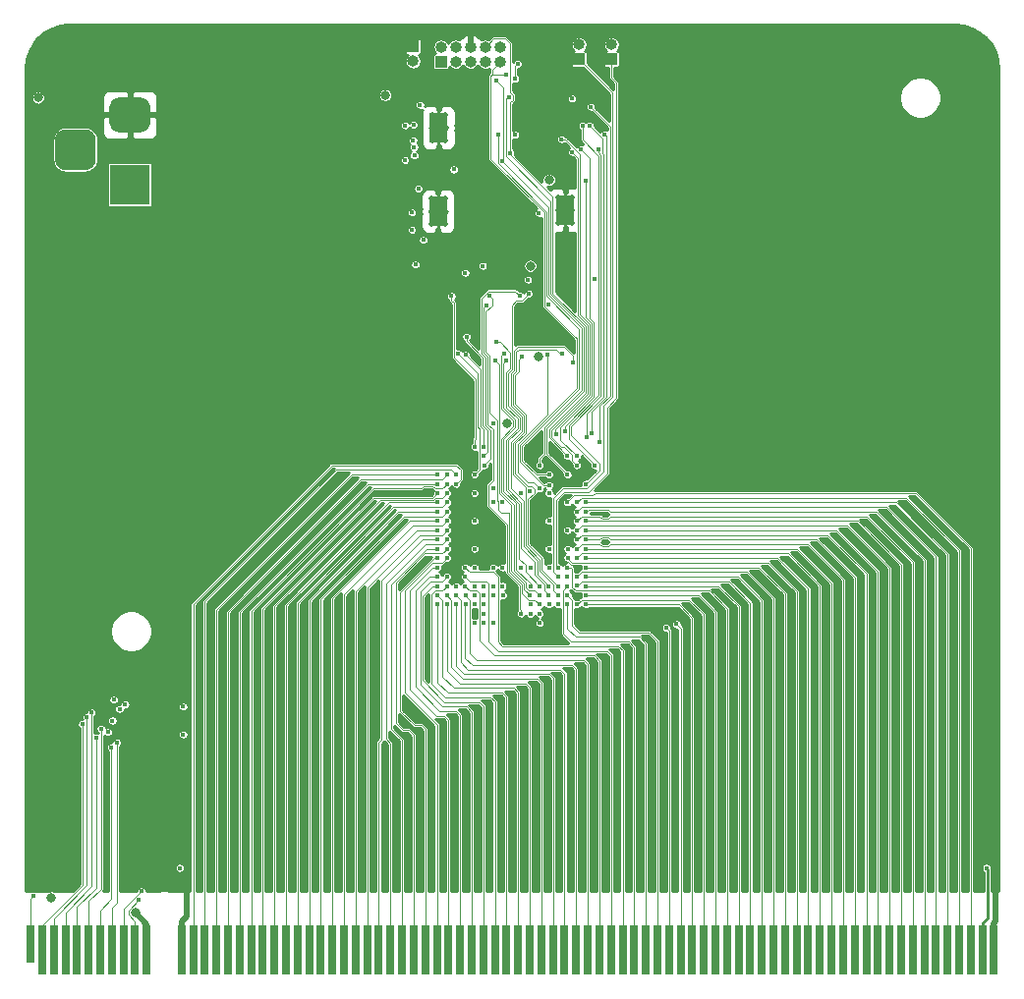
<source format=gbr>
%TF.GenerationSoftware,KiCad,Pcbnew,5.99.0+really5.1.10+dfsg1-1*%
%TF.CreationDate,2021-09-13T00:49:02-04:00*%
%TF.ProjectId,ECP5_BOARD,45435035-5f42-44f4-9152-442e6b696361,rev?*%
%TF.SameCoordinates,Original*%
%TF.FileFunction,Copper,L4,Bot*%
%TF.FilePolarity,Positive*%
%FSLAX46Y46*%
G04 Gerber Fmt 4.6, Leading zero omitted, Abs format (unit mm)*
G04 Created by KiCad (PCBNEW 5.99.0+really5.1.10+dfsg1-1) date 2021-09-13 00:49:02*
%MOMM*%
%LPD*%
G01*
G04 APERTURE LIST*
%TA.AperFunction,ComponentPad*%
%ADD10R,3.500000X3.500000*%
%TD*%
%TA.AperFunction,ConnectorPad*%
%ADD11R,0.700000X4.300000*%
%TD*%
%TA.AperFunction,ConnectorPad*%
%ADD12R,0.700000X3.200000*%
%TD*%
%TA.AperFunction,ComponentPad*%
%ADD13O,1.000000X1.000000*%
%TD*%
%TA.AperFunction,ComponentPad*%
%ADD14R,1.000000X1.000000*%
%TD*%
%TA.AperFunction,SMDPad,CuDef*%
%ADD15R,1.650000X2.650000*%
%TD*%
%TA.AperFunction,ComponentPad*%
%ADD16C,0.500000*%
%TD*%
%TA.AperFunction,ViaPad*%
%ADD17C,0.800000*%
%TD*%
%TA.AperFunction,ViaPad*%
%ADD18C,0.450000*%
%TD*%
%TA.AperFunction,Conductor*%
%ADD19C,0.250000*%
%TD*%
%TA.AperFunction,Conductor*%
%ADD20C,0.090000*%
%TD*%
%TA.AperFunction,Conductor*%
%ADD21C,0.500000*%
%TD*%
%TA.AperFunction,Conductor*%
%ADD22C,0.254000*%
%TD*%
%TA.AperFunction,Conductor*%
%ADD23C,0.100000*%
%TD*%
G04 APERTURE END LIST*
%TO.P,J2,3*%
%TO.N,Net-(J2-Pad3)*%
%TA.AperFunction,ComponentPad*%
G36*
G01*
X102325000Y-37750000D02*
X104075000Y-37750000D01*
G75*
G02*
X104950000Y-38625000I0J-875000D01*
G01*
X104950000Y-40375000D01*
G75*
G02*
X104075000Y-41250000I-875000J0D01*
G01*
X102325000Y-41250000D01*
G75*
G02*
X101450000Y-40375000I0J875000D01*
G01*
X101450000Y-38625000D01*
G75*
G02*
X102325000Y-37750000I875000J0D01*
G01*
G37*
%TD.AperFunction*%
%TO.P,J2,2*%
%TO.N,GND*%
%TA.AperFunction,ComponentPad*%
G36*
G01*
X106900000Y-35000000D02*
X108900000Y-35000000D01*
G75*
G02*
X109650000Y-35750000I0J-750000D01*
G01*
X109650000Y-37250000D01*
G75*
G02*
X108900000Y-38000000I-750000J0D01*
G01*
X106900000Y-38000000D01*
G75*
G02*
X106150000Y-37250000I0J750000D01*
G01*
X106150000Y-35750000D01*
G75*
G02*
X106900000Y-35000000I750000J0D01*
G01*
G37*
%TD.AperFunction*%
D10*
%TO.P,J2,1*%
%TO.N,Net-(C35-Pad1)*%
X107900000Y-42500000D03*
%TD*%
D11*
%TO.P,X1,A82*%
%TO.N,GND*%
X182350000Y-108500000D03*
%TO.P,X1,A81*%
%TO.N,PRSNT_IN*%
X181350000Y-108500000D03*
%TO.P,X1,A80*%
%TO.N,P5*%
X180350000Y-108500000D03*
%TO.P,X1,A79*%
%TO.N,P4*%
X179350000Y-108500000D03*
%TO.P,X1,A78*%
%TO.N,P3*%
X178350000Y-108500000D03*
%TO.P,X1,A77*%
%TO.N,N4*%
X177350000Y-108500000D03*
%TO.P,X1,A76*%
%TO.N,N3*%
X176350000Y-108500000D03*
%TO.P,X1,A75*%
%TO.N,M4*%
X175350000Y-108500000D03*
%TO.P,X1,A74*%
%TO.N,M3*%
X174350000Y-108500000D03*
%TO.P,X1,A73*%
%TO.N,L4*%
X173350000Y-108500000D03*
%TO.P,X1,A72*%
%TO.N,L3*%
X172350000Y-108500000D03*
%TO.P,X1,A71*%
%TO.N,K4*%
X171350000Y-108500000D03*
%TO.P,X1,A70*%
%TO.N,K3*%
X170350000Y-108500000D03*
%TO.P,X1,A69*%
%TO.N,J4*%
X169350000Y-108500000D03*
%TO.P,X1,A68*%
%TO.N,J3*%
X168350000Y-108500000D03*
%TO.P,X1,A67*%
%TO.N,H4*%
X167350000Y-108500000D03*
%TO.P,X1,A66*%
%TO.N,H3*%
X166350000Y-108500000D03*
%TO.P,X1,A65*%
%TO.N,H5*%
X165350000Y-108500000D03*
%TO.P,X1,A64*%
%TO.N,G3*%
X164350000Y-108500000D03*
%TO.P,X1,A63*%
%TO.N,F4*%
X163350000Y-108500000D03*
%TO.P,X1,A62*%
%TO.N,F3*%
X162350000Y-108500000D03*
%TO.P,X1,A61*%
%TO.N,E4*%
X161350000Y-108500000D03*
%TO.P,X1,A60*%
%TO.N,E3*%
X160350000Y-108500000D03*
%TO.P,X1,A59*%
%TO.N,G5*%
X159350000Y-108500000D03*
%TO.P,X1,A58*%
%TO.N,D3*%
X158350000Y-108500000D03*
%TO.P,X1,A57*%
%TO.N,C4*%
X157350000Y-108500000D03*
%TO.P,X1,A56*%
%TO.N,C3*%
X156350000Y-108500000D03*
%TO.P,X1,A55*%
%TO.N,J5*%
X155350000Y-108500000D03*
%TO.P,X1,A54*%
%TO.N,F5*%
X154350000Y-108500000D03*
%TO.P,X1,A53*%
%TO.N,D5*%
X153350000Y-108500000D03*
%TO.P,X1,A52*%
%TO.N,C5*%
X152350000Y-108500000D03*
%TO.P,X1,A51*%
%TO.N,E5*%
X151350000Y-108500000D03*
%TO.P,X1,A50*%
%TO.N,G16*%
X150350000Y-108500000D03*
%TO.P,X1,A49*%
%TO.N,F16*%
X149350000Y-108500000D03*
%TO.P,X1,A48*%
%TO.N,E15*%
X148350000Y-108500000D03*
%TO.P,X1,A47*%
%TO.N,D15*%
X147350000Y-108500000D03*
%TO.P,X1,A46*%
%TO.N,C15*%
X146350000Y-108500000D03*
%TO.P,X1,A45*%
%TO.N,D16*%
X145350000Y-108500000D03*
%TO.P,X1,A44*%
%TO.N,C16*%
X144350000Y-108500000D03*
%TO.P,X1,A43*%
%TO.N,D17*%
X143350000Y-108500000D03*
%TO.P,X1,A42*%
%TO.N,C17*%
X142350000Y-108500000D03*
%TO.P,X1,A13*%
%TO.N,R16*%
X113350000Y-108500000D03*
%TO.P,X1,A12*%
%TO.N,GND*%
X112350000Y-108500000D03*
%TO.P,X1,A18*%
%TO.N,T17*%
X118350000Y-108500000D03*
%TO.P,X1,A17*%
%TO.N,T18*%
X117350000Y-108500000D03*
%TO.P,X1,A16*%
%TO.N,U17*%
X116350000Y-108500000D03*
%TO.P,X1,A15*%
%TO.N,U18*%
X115350000Y-108500000D03*
%TO.P,X1,A14*%
%TO.N,T16*%
X114350000Y-108500000D03*
%TO.P,X1,A11*%
%TO.N,Net-(C37-Pad1)*%
X109350000Y-108500000D03*
%TO.P,X1,A10*%
%TO.N,ID1*%
X108350000Y-108500000D03*
%TO.P,X1,A9*%
%TO.N,ID0*%
X107350000Y-108500000D03*
%TO.P,X1,A8*%
%TO.N,CLKB*%
X106350000Y-108500000D03*
%TO.P,X1,A7*%
%TO.N,CLKA*%
X105350000Y-108500000D03*
%TO.P,X1,A6*%
%TO.N,SC_L*%
X104350000Y-108500000D03*
%TO.P,X1,A5*%
%TO.N,UP_L*%
X103350000Y-108500000D03*
%TO.P,X1,A4*%
%TO.N,PRSNT_L*%
X102350000Y-108500000D03*
%TO.P,X1,A3*%
%TO.N,SC*%
X101350000Y-108500000D03*
%TO.P,X1,A2*%
%TO.N,UP*%
X100350000Y-108500000D03*
D12*
%TO.P,X1,A1*%
%TO.N,VBUS*%
X99350000Y-107950000D03*
D11*
%TO.P,X1,A19*%
%TO.N,R18*%
X119350000Y-108500000D03*
%TO.P,X1,A20*%
%TO.N,R17*%
X120350000Y-108500000D03*
%TO.P,X1,A21*%
%TO.N,P18*%
X121350000Y-108500000D03*
%TO.P,X1,A22*%
%TO.N,P17*%
X122350000Y-108500000D03*
%TO.P,X1,A23*%
%TO.N,N18*%
X123350000Y-108500000D03*
%TO.P,X1,A24*%
%TO.N,N17*%
X124350000Y-108500000D03*
%TO.P,X1,A25*%
%TO.N,M18*%
X125350000Y-108500000D03*
%TO.P,X1,A26*%
%TO.N,M17*%
X126350000Y-108500000D03*
%TO.P,X1,A27*%
%TO.N,L18*%
X127350000Y-108500000D03*
%TO.P,X1,A28*%
%TO.N,L17*%
X128350000Y-108500000D03*
%TO.P,X1,A29*%
%TO.N,K18*%
X129350000Y-108500000D03*
%TO.P,X1,A30*%
%TO.N,K17*%
X130350000Y-108500000D03*
%TO.P,X1,A31*%
%TO.N,J18*%
X131350000Y-108500000D03*
%TO.P,X1,A32*%
%TO.N,J17*%
X132350000Y-108500000D03*
%TO.P,X1,A33*%
%TO.N,H18*%
X133350000Y-108500000D03*
%TO.P,X1,A34*%
%TO.N,H17*%
X134350000Y-108500000D03*
%TO.P,X1,A35*%
%TO.N,G18*%
X135350000Y-108500000D03*
%TO.P,X1,A36*%
%TO.N,F18*%
X136350000Y-108500000D03*
%TO.P,X1,A37*%
%TO.N,F17*%
X137350000Y-108500000D03*
%TO.P,X1,A38*%
%TO.N,E18*%
X138350000Y-108500000D03*
%TO.P,X1,A39*%
%TO.N,E17*%
X139350000Y-108500000D03*
%TO.P,X1,A40*%
%TO.N,C18*%
X140350000Y-108500000D03*
%TO.P,X1,A41*%
%TO.N,D18*%
X141350000Y-108500000D03*
%TD*%
D13*
%TO.P,JP3,2*%
%TO.N,Net-(JP2-Pad2)*%
X149400000Y-30430000D03*
D14*
%TO.P,JP3,1*%
%TO.N,CLKB*%
X149400000Y-31700000D03*
%TD*%
D13*
%TO.P,JP2,2*%
%TO.N,Net-(JP2-Pad2)*%
X146600000Y-30430000D03*
D14*
%TO.P,JP2,1*%
%TO.N,CLKA*%
X146600000Y-31700000D03*
%TD*%
D13*
%TO.P,JP1,2*%
%TO.N,+1V8*%
X132300000Y-31870000D03*
D14*
%TO.P,JP1,1*%
%TO.N,VBUS*%
X132300000Y-30600000D03*
%TD*%
D13*
%TO.P,J1,10*%
%TO.N,Net-(J1-Pad10)*%
X139780000Y-30630000D03*
%TO.P,J1,9*%
%TO.N,Net-(J1-Pad9)*%
X139780000Y-31900000D03*
%TO.P,J1,8*%
%TO.N,Net-(J1-Pad8)*%
X138510000Y-30630000D03*
%TO.P,J1,7*%
%TO.N,Net-(J1-Pad7)*%
X138510000Y-31900000D03*
%TO.P,J1,6*%
%TO.N,GND*%
X137240000Y-30630000D03*
%TO.P,J1,5*%
%TO.N,/Sheet61CBBC02/DEBUG_TX*%
X137240000Y-31900000D03*
%TO.P,J1,4*%
%TO.N,/Sheet61CBBC02/DEBUG_RX*%
X135970000Y-30630000D03*
%TO.P,J1,3*%
%TO.N,/Sheet61CBBC02/PROGRAMN*%
X135970000Y-31900000D03*
%TO.P,J1,2*%
%TO.N,+1V8*%
X134700000Y-30630000D03*
D14*
%TO.P,J1,1*%
%TO.N,+BATT*%
X134700000Y-31900000D03*
%TD*%
D15*
%TO.P,U8,21*%
%TO.N,GND*%
X134450000Y-44800000D03*
D16*
X133875000Y-43725000D03*
X135025000Y-43725000D03*
X133875000Y-44800000D03*
X135025000Y-44800000D03*
X133875000Y-45875000D03*
X135025000Y-45875000D03*
%TD*%
D15*
%TO.P,U7,21*%
%TO.N,GND*%
X134500000Y-37600000D03*
D16*
X133925000Y-36525000D03*
X135075000Y-36525000D03*
X133925000Y-37600000D03*
X135075000Y-37600000D03*
X133925000Y-38675000D03*
X135075000Y-38675000D03*
%TD*%
D15*
%TO.P,U6,21*%
%TO.N,GND*%
X145400000Y-44700000D03*
D16*
X144825000Y-43625000D03*
X145975000Y-43625000D03*
X144825000Y-44700000D03*
X145975000Y-44700000D03*
X144825000Y-45775000D03*
X145975000Y-45775000D03*
%TD*%
D17*
%TO.N,*%
X100000000Y-35000000D03*
%TO.N,GND*%
X105000000Y-30000000D03*
X110000000Y-30000000D03*
X115000000Y-30000000D03*
X100000000Y-40000000D03*
X100000000Y-45000000D03*
X155000000Y-30000000D03*
X160000000Y-30000000D03*
X165000000Y-30000000D03*
X170000000Y-30000000D03*
X175000000Y-30000000D03*
X180000000Y-30000000D03*
X181500000Y-35000000D03*
X181500000Y-40000000D03*
X181500000Y-45000000D03*
X181500000Y-50000000D03*
X181500000Y-55000000D03*
X181500000Y-60000000D03*
X181500000Y-65000000D03*
X181500000Y-70000000D03*
X181500000Y-75000000D03*
X181500000Y-80000000D03*
X181500000Y-85000000D03*
X181500000Y-90000000D03*
X181500000Y-95000000D03*
X181500000Y-99300000D03*
X100000000Y-50000000D03*
X100000000Y-55000000D03*
X100000000Y-60000000D03*
X100000000Y-65000000D03*
X100000000Y-70000000D03*
X100000000Y-75000000D03*
X100000000Y-80000000D03*
X100000000Y-85000000D03*
X100000000Y-90000000D03*
X100000000Y-95000000D03*
X100000000Y-100000000D03*
X100600000Y-30600000D03*
X102900000Y-102600000D03*
D18*
X99400000Y-103000000D03*
X117900000Y-79600000D03*
X118900000Y-79600000D03*
X119900000Y-79600000D03*
X120900000Y-79600000D03*
X121900000Y-79600000D03*
X122900000Y-79600000D03*
X123900000Y-79600000D03*
X124900000Y-79600000D03*
X125900000Y-79600000D03*
X126900000Y-79600000D03*
X116900000Y-79600000D03*
X115900000Y-79600000D03*
X114900000Y-79600000D03*
X113900000Y-79600000D03*
X179900000Y-102600000D03*
X178900000Y-102600000D03*
X177900000Y-102600000D03*
X176900000Y-102600000D03*
X175900000Y-102600000D03*
X174900000Y-102600000D03*
X173900000Y-102600000D03*
X172900000Y-102600000D03*
X171900000Y-102600000D03*
X170900000Y-102600000D03*
X169900000Y-102600000D03*
X168900000Y-102600000D03*
X167900000Y-102600000D03*
X166900000Y-102600000D03*
X165900000Y-102600000D03*
X164900000Y-102600000D03*
X163900000Y-102600000D03*
X162900000Y-102600000D03*
X161900000Y-102600000D03*
X160900000Y-102600000D03*
X159900000Y-102600000D03*
X158900000Y-102600000D03*
X157900000Y-102600000D03*
X156900000Y-102600000D03*
X155900000Y-102600000D03*
X154900000Y-102600000D03*
X153900000Y-102600000D03*
X152900000Y-102600000D03*
X151900000Y-102600000D03*
X150900000Y-102600000D03*
X149900000Y-102600000D03*
X148900000Y-102600000D03*
X147900000Y-102600000D03*
X146900000Y-102600000D03*
X145900000Y-102600000D03*
X144900000Y-102600000D03*
X143900000Y-102600000D03*
X142900000Y-102600000D03*
X141900000Y-102600000D03*
X140900000Y-102600000D03*
X139900000Y-102600000D03*
X138900000Y-102600000D03*
X137900000Y-102600000D03*
X136900000Y-102600000D03*
X135900000Y-102600000D03*
X134900000Y-102600000D03*
X133900000Y-102600000D03*
X132900000Y-102600000D03*
X131900000Y-102600000D03*
X130900000Y-102600000D03*
X129900000Y-102600000D03*
X128900000Y-102600000D03*
X127900000Y-102600000D03*
X126900000Y-102600000D03*
X125900000Y-102600000D03*
X124900000Y-102600000D03*
X123900000Y-102600000D03*
X122900000Y-102600000D03*
X121900000Y-102600000D03*
X120900000Y-102600000D03*
X119900000Y-102600000D03*
X118900000Y-102600000D03*
X117900000Y-102600000D03*
X116900000Y-102600000D03*
X115900000Y-102600000D03*
X114900000Y-102600000D03*
X113900000Y-102600000D03*
X127900000Y-91400000D03*
X128900000Y-91400000D03*
X129900000Y-91400000D03*
X130900000Y-91400000D03*
X131900000Y-91400000D03*
X132900000Y-90800000D03*
X133900000Y-89900000D03*
X134900000Y-89000000D03*
X135800000Y-88400000D03*
X136800000Y-88000000D03*
X137800000Y-87600000D03*
X138800000Y-87200000D03*
X139800000Y-86800000D03*
X140800000Y-86400000D03*
X141800000Y-86000000D03*
X142800000Y-85600000D03*
X143800000Y-85200000D03*
X144800000Y-84800000D03*
X145800000Y-84400000D03*
X146800000Y-84000000D03*
X147800000Y-83600000D03*
X148800000Y-83200000D03*
X149800000Y-82800000D03*
X150800000Y-82400000D03*
X144500000Y-81200000D03*
X143200000Y-81200000D03*
X142000000Y-81200000D03*
X140700000Y-81200000D03*
X151600000Y-82000000D03*
X152500000Y-81600000D03*
X153300000Y-81200000D03*
X153800000Y-81800000D03*
X154800000Y-81500000D03*
X155900000Y-80000000D03*
X156700000Y-79600000D03*
X157600000Y-79200000D03*
X158400000Y-78800000D03*
X159300000Y-78400000D03*
X160100000Y-78000000D03*
X161000000Y-77600000D03*
X161800000Y-77200000D03*
X162700000Y-76800000D03*
X163600000Y-76400000D03*
X164400000Y-76000000D03*
X165200000Y-75600000D03*
X166100000Y-75200000D03*
X166900000Y-74800000D03*
X167800000Y-74400000D03*
X168600000Y-74000000D03*
X169400000Y-73500000D03*
X170200000Y-73000000D03*
X171000000Y-72600000D03*
X171800000Y-72100000D03*
X172600000Y-71700000D03*
X173400000Y-71300000D03*
X174200000Y-70800000D03*
X175000000Y-70400000D03*
X175800000Y-69900000D03*
X137606658Y-79506658D03*
X133540000Y-78700000D03*
X146400000Y-77900000D03*
X146400000Y-75500000D03*
X135200000Y-75500000D03*
X133600000Y-74700000D03*
X148990882Y-73300000D03*
X145600000Y-73100000D03*
X140000000Y-73100000D03*
X148990882Y-70900000D03*
X144000000Y-69900000D03*
X143200000Y-69900000D03*
X133600000Y-69100000D03*
X145600000Y-68300000D03*
X139000000Y-48400000D03*
X135600000Y-48400000D03*
X145400000Y-48300000D03*
X143400000Y-38160000D03*
X141700000Y-36500000D03*
X138000000Y-33600000D03*
%TO.N,+1V8*%
X141600000Y-75500000D03*
X142400000Y-75500000D03*
X141604559Y-69095441D03*
X143993342Y-52806658D03*
X147899989Y-50625000D03*
X142200000Y-50700000D03*
X132500000Y-49400000D03*
X136800000Y-50100000D03*
X131600000Y-40400000D03*
X135800000Y-41200000D03*
X132393343Y-39275002D03*
X132400000Y-40000000D03*
X146000000Y-35100000D03*
%TO.N,+2V5*%
X137600000Y-75500000D03*
X144000000Y-75500000D03*
X144000000Y-69100000D03*
X137600000Y-69100000D03*
X139175001Y-63100008D03*
X138300000Y-49500000D03*
X132200000Y-46400000D03*
X133175000Y-47275000D03*
D17*
%TO.N,+1V1*%
X143100000Y-57300000D03*
X140400000Y-63100000D03*
X142400000Y-49500000D03*
D18*
X139200000Y-69900000D03*
X140000000Y-69900000D03*
D17*
%TO.N,+BATT*%
X144000003Y-42100003D03*
X129900000Y-34800008D03*
D18*
X132200000Y-44900000D03*
X132750000Y-42850000D03*
X143143342Y-44956658D03*
X132350000Y-37350000D03*
X132900000Y-35634990D03*
%TO.N,Net-(C23-Pad2)*%
X131600000Y-37400000D03*
X132304559Y-38695441D03*
%TO.N,VBUS*%
X99600000Y-103800000D03*
X112199986Y-101400000D03*
X139200000Y-75500000D03*
X140000000Y-75500000D03*
X144000000Y-73900000D03*
X137600000Y-73900000D03*
X144000000Y-71500000D03*
X137600000Y-71500000D03*
X142375001Y-68906658D03*
X139175001Y-68700000D03*
X141300000Y-32100000D03*
X141100000Y-33400000D03*
%TO.N,/Sheet61CBBC02/PROGRAMN*%
X144600000Y-64000000D03*
X141100000Y-38224999D03*
X145075001Y-38600000D03*
%TO.N,/Sheet61CBBC02/DEBUG_TX*%
X147975001Y-66700000D03*
X146900000Y-37400000D03*
%TO.N,Net-(J1-Pad7)*%
X143200000Y-66700000D03*
X139975001Y-40449998D03*
X139435000Y-33500000D03*
%TO.N,Net-(J1-Pad9)*%
X144000000Y-68400000D03*
X140275001Y-33000000D03*
%TO.N,/Sheet61CBBC02/DEBUG_RX*%
X147235010Y-64300000D03*
X147500000Y-37400000D03*
%TO.N,Net-(J1-Pad8)*%
X145593342Y-65906658D03*
X140670011Y-39770011D03*
%TO.N,Net-(J1-Pad10)*%
X144000000Y-67500000D03*
X139602942Y-38212059D03*
%TO.N,CLKA*%
X106300000Y-91000000D03*
X140024999Y-77900000D03*
X144800000Y-76300000D03*
%TO.N,CLKB*%
X106800000Y-90600000D03*
X140000000Y-77100000D03*
X144800000Y-75500000D03*
%TO.N,Net-(R5-Pad2)*%
X145600000Y-67500000D03*
X140540000Y-35000000D03*
%TO.N,ID0*%
X112500000Y-89900000D03*
X108900004Y-103400004D03*
X139200000Y-77900000D03*
%TO.N,ID1*%
X112500000Y-87500000D03*
X108686888Y-104186888D03*
X139200000Y-77100000D03*
%TO.N,UP_R*%
X105999995Y-89699995D03*
X138400000Y-80300000D03*
%TO.N,UP_L*%
X139200000Y-80300000D03*
X105000000Y-90200000D03*
%TO.N,SC_L*%
X105400000Y-89400000D03*
X138400000Y-79500000D03*
%TO.N,C3*%
X147200000Y-78700000D03*
%TO.N,C4*%
X146400000Y-78700000D03*
%TO.N,SC_R*%
X106400000Y-88700000D03*
X138400000Y-78700000D03*
%TO.N,C18*%
X134400000Y-78700000D03*
%TO.N,D3*%
X147200000Y-77900000D03*
%TO.N,D17*%
X135195441Y-77895441D03*
%TO.N,D18*%
X134395441Y-77895441D03*
%TO.N,F3*%
X147200000Y-76300000D03*
%TO.N,F4*%
X146400000Y-76300000D03*
%TO.N,F16*%
X136800000Y-76300000D03*
%TO.N,F17*%
X135200000Y-76300000D03*
%TO.N,F18*%
X134400000Y-76300000D03*
%TO.N,G3*%
X147200000Y-75500000D03*
%TO.N,G16*%
X136800000Y-75500000D03*
%TO.N,G18*%
X134400000Y-75500000D03*
%TO.N,H3*%
X147200000Y-74700000D03*
%TO.N,H4*%
X146400000Y-74700000D03*
%TO.N,H17*%
X135200000Y-74700000D03*
%TO.N,H18*%
X134400000Y-74700000D03*
%TO.N,J3*%
X147200000Y-73900000D03*
%TO.N,J17*%
X135200000Y-73900000D03*
%TO.N,J18*%
X134400000Y-73900000D03*
%TO.N,K3*%
X147200000Y-73100000D03*
%TO.N,K4*%
X146400000Y-73100000D03*
%TO.N,K17*%
X135200000Y-73100000D03*
%TO.N,K18*%
X134400000Y-73100000D03*
%TO.N,L3*%
X147200000Y-72275001D03*
%TO.N,L4*%
X146400000Y-72275001D03*
%TO.N,L18*%
X134400000Y-72300000D03*
%TO.N,M3*%
X147200000Y-71500000D03*
%TO.N,M17*%
X135200000Y-71500000D03*
%TO.N,N3*%
X147200000Y-70700000D03*
%TO.N,N4*%
X146400000Y-70700000D03*
%TO.N,Net-(U1-PadV2)*%
X146400000Y-65900000D03*
X147175001Y-42200000D03*
%TO.N,Net-(U1-PadY2)*%
X147700000Y-63900000D03*
X148820912Y-38172036D03*
%TO.N,Net-(U1-PadW2)*%
X145360010Y-63786862D03*
X146757019Y-39452099D03*
%TO.N,Net-(U1-PadW1)*%
X148375001Y-64700000D03*
X147600000Y-35800000D03*
%TO.N,U18*%
X134400000Y-67500000D03*
%TO.N,U17*%
X135200000Y-67500000D03*
%TO.N,Net-(U1-PadU3)*%
X146400000Y-66700000D03*
X145993342Y-39706658D03*
%TO.N,T18*%
X134400000Y-68300000D03*
%TO.N,T17*%
X135200000Y-68300000D03*
%TO.N,T16*%
X136000000Y-67500000D03*
%TO.N,R18*%
X134400000Y-69100000D03*
%TO.N,R17*%
X135200000Y-69100000D03*
%TO.N,R16*%
X136000000Y-68300000D03*
%TO.N,Net-(U1-PadR2)*%
X147195441Y-68295441D03*
X148240000Y-39461695D03*
%TO.N,P18*%
X134400000Y-69900000D03*
%TO.N,P17*%
X135200000Y-69900000D03*
%TO.N,P5*%
X145600000Y-69900000D03*
%TO.N,P4*%
X146400000Y-69900000D03*
%TO.N,P3*%
X147200000Y-69900000D03*
%TO.N,N18*%
X134400000Y-70700000D03*
%TO.N,N17*%
X135200000Y-70700000D03*
%TO.N,M18*%
X134400000Y-71500000D03*
%TO.N,M4*%
X146400000Y-71500000D03*
%TO.N,L17*%
X135200000Y-72300000D03*
%TO.N,J5*%
X155000000Y-80400000D03*
X145624999Y-73900000D03*
%TO.N,J4*%
X146400000Y-73900000D03*
%TO.N,H5*%
X145624999Y-74675001D03*
%TO.N,G5*%
X145600000Y-75500000D03*
%TO.N,F5*%
X154100000Y-80700000D03*
X145600000Y-76300000D03*
%TO.N,E18*%
X134400000Y-77100000D03*
%TO.N,E17*%
X135200000Y-77100000D03*
%TO.N,E16*%
X136004559Y-77104559D03*
%TO.N,E15*%
X136800000Y-77100000D03*
%TO.N,Net-(U1-PadE9)*%
X142434116Y-77124999D03*
X140275001Y-57699994D03*
%TO.N,Net-(U1-PadE8)*%
X143200000Y-77124999D03*
X139500000Y-56100000D03*
%TO.N,Net-(U1-PadE7)*%
X143988345Y-77100000D03*
X146043016Y-57856016D03*
%TO.N,Net-(U1-PadE6)*%
X144800000Y-77100000D03*
X141700000Y-57300000D03*
%TO.N,E5*%
X145600000Y-77100000D03*
%TO.N,E4*%
X146406658Y-77093342D03*
%TO.N,E3*%
X147200000Y-77100000D03*
%TO.N,D16*%
X135975001Y-77902159D03*
%TO.N,D15*%
X136806658Y-77906658D03*
%TO.N,Net-(U1-PadD10)*%
X141600000Y-79500000D03*
X138595441Y-52895441D03*
%TO.N,Net-(U1-PadD9)*%
X142375001Y-77906658D03*
X139400000Y-57700000D03*
%TO.N,Net-(U1-PadD8)*%
X143206658Y-77893342D03*
X140135000Y-57048576D03*
%TO.N,Net-(U1-PadD7)*%
X143995441Y-77904559D03*
X142275001Y-51900000D03*
%TO.N,Net-(U1-PadD6)*%
X144800000Y-77900000D03*
X145100000Y-57100000D03*
%TO.N,D5*%
X145600000Y-77900000D03*
%TO.N,C17*%
X135200000Y-78700000D03*
%TO.N,C16*%
X136000000Y-78700000D03*
%TO.N,C15*%
X136806658Y-78706658D03*
%TO.N,Net-(U1-PadC9)*%
X142395441Y-78704559D03*
X138375001Y-65100000D03*
X136833771Y-57173309D03*
%TO.N,Net-(U1-PadC8)*%
X143200000Y-78700000D03*
X138904559Y-52104559D03*
%TO.N,Net-(U1-PadC7)*%
X144000000Y-78700000D03*
X138424999Y-66700000D03*
X141521544Y-52097607D03*
%TO.N,Net-(U1-PadC6)*%
X144800000Y-78700000D03*
X143200000Y-68700000D03*
X143908646Y-57198427D03*
%TO.N,C5*%
X145600000Y-78700000D03*
%TO.N,Net-(U1-PadB8)*%
X143200000Y-79500000D03*
X138400000Y-65900000D03*
X136900000Y-55600000D03*
%TO.N,Net-(U1-PadA8)*%
X142395441Y-79504559D03*
X137600000Y-67500000D03*
X136200000Y-57100000D03*
%TO.N,Net-(U1-PadA7)*%
X143200000Y-80300000D03*
X137600000Y-65100000D03*
X135605000Y-52095000D03*
D17*
%TO.N,Net-(C37-Pad1)*%
X101149999Y-103949999D03*
X108365202Y-105265193D03*
D18*
%TO.N,PRSNT_IN*%
X181700000Y-101400000D03*
X145600000Y-72300000D03*
%TO.N,CARD_TX*%
X107500000Y-87300000D03*
X137600000Y-77100000D03*
%TO.N,PRSNT_R*%
X106500000Y-86900000D03*
X138400000Y-77100000D03*
%TO.N,CARD_RX*%
X107000000Y-87700000D03*
X137600000Y-77900000D03*
%TO.N,PRSNT_L*%
X104600000Y-88000000D03*
X138400000Y-77900000D03*
%TO.N,SC*%
X104200000Y-88400000D03*
X137604559Y-78704559D03*
%TO.N,UP*%
X103800000Y-89000000D03*
X137600000Y-80300000D03*
%TD*%
D19*
%TO.N,GND*%
X145400000Y-44700000D02*
X145400000Y-46600000D01*
X145400000Y-44700000D02*
X145400000Y-43200000D01*
X134450000Y-44800000D02*
X134450000Y-46550000D01*
X134450000Y-44800000D02*
X134450000Y-42950000D01*
X134500000Y-37600000D02*
X134500000Y-39500000D01*
X134500000Y-37600000D02*
X134500000Y-35700000D01*
D20*
X145264999Y-73435001D02*
X145600000Y-73100000D01*
X145439199Y-75035001D02*
X145264999Y-74860801D01*
X145680429Y-75035001D02*
X145439199Y-75035001D01*
X145925437Y-75280009D02*
X145680429Y-75035001D01*
X145264999Y-74860801D02*
X145264999Y-73435001D01*
X146180009Y-75280009D02*
X145925437Y-75280009D01*
X146400000Y-75500000D02*
X146180009Y-75280009D01*
D21*
X112350000Y-108500000D02*
X112350000Y-106050000D01*
X112350000Y-106050000D02*
X112800000Y-105600000D01*
X112800000Y-105600000D02*
X112800000Y-103000000D01*
X182500000Y-106000000D02*
X182500000Y-102400000D01*
X182350000Y-106150000D02*
X182500000Y-106000000D01*
X182350000Y-108500000D02*
X182350000Y-106150000D01*
D20*
%TO.N,VBUS*%
X141100000Y-32300000D02*
X141300000Y-32100000D01*
X141100000Y-33400000D02*
X141100000Y-32300000D01*
X99350000Y-104050000D02*
X99600000Y-103800000D01*
X99350000Y-107950000D02*
X99350000Y-104050000D01*
%TO.N,/Sheet61CBBC02/PROGRAMN*%
X145100000Y-38600000D02*
X145395802Y-38600000D01*
X145395802Y-38600000D02*
X146680010Y-39884208D01*
X146680010Y-39884208D02*
X146680010Y-53711348D01*
X146680010Y-53711348D02*
X147515053Y-54546391D01*
X147515053Y-54546391D02*
X147515053Y-60666656D01*
X147515053Y-60666656D02*
X144564990Y-63616719D01*
X144564990Y-63616719D02*
X144564990Y-63799998D01*
X144564990Y-63964990D02*
X144600000Y-64000000D01*
X144564990Y-63799998D02*
X144564990Y-63964990D01*
%TO.N,/Sheet61CBBC02/DEBUG_TX*%
X146900000Y-37682842D02*
X146900000Y-37400000D01*
X145720012Y-63225415D02*
X148300000Y-60645427D01*
X148300000Y-40030812D02*
X146900000Y-38630812D01*
X148000000Y-66700000D02*
X145720012Y-64420012D01*
X148300000Y-60645427D02*
X148300000Y-40030812D01*
X145720012Y-64420012D02*
X145720012Y-63225415D01*
X146900000Y-38630812D02*
X146900000Y-37682842D01*
%TO.N,Net-(J1-Pad7)*%
X140100000Y-34165000D02*
X139435000Y-33500000D01*
X140100000Y-40599996D02*
X140100000Y-34165000D01*
X143975813Y-44475809D02*
X140100000Y-40599996D01*
X146795022Y-54844647D02*
X143975813Y-52025439D01*
X143600000Y-65700000D02*
X143600000Y-63400000D01*
X146795022Y-60204978D02*
X146795022Y-54844647D01*
X143975813Y-52025439D02*
X143975813Y-44475809D01*
X143200000Y-66700000D02*
X143200000Y-66100000D01*
X143200000Y-66100000D02*
X143600000Y-65700000D01*
X143600000Y-63400000D02*
X146795022Y-60204978D01*
%TO.N,Net-(J1-Pad9)*%
X139100000Y-32580000D02*
X139780000Y-31900000D01*
X140300000Y-33000000D02*
X139100000Y-33000000D01*
X139100000Y-33000000D02*
X139100000Y-32580000D01*
X146435000Y-55735000D02*
X146300000Y-55600000D01*
X146435000Y-60055855D02*
X146435000Y-55735000D01*
X141519989Y-66419989D02*
X141519989Y-64970866D01*
X144000000Y-68400000D02*
X143500000Y-68400000D01*
X141519989Y-64970866D02*
X146435000Y-60055855D01*
X143500000Y-68400000D02*
X141519989Y-66419989D01*
X143600000Y-44904198D02*
X139000000Y-40304198D01*
X139000000Y-40304198D02*
X139000000Y-33100000D01*
X143600000Y-52997901D02*
X143600000Y-44904198D01*
X146332901Y-55730802D02*
X143600000Y-52997901D01*
X139000000Y-33100000D02*
X139100000Y-33000000D01*
X146435000Y-55730802D02*
X146332901Y-55730802D01*
%TO.N,/Sheet61CBBC02/DEBUG_RX*%
X148600000Y-38500000D02*
X148600000Y-39821666D01*
X148660022Y-39881688D02*
X148660022Y-60830833D01*
X147235010Y-62255845D02*
X147235010Y-63981802D01*
X147500000Y-37400000D02*
X148600000Y-38500000D01*
X148660022Y-60830833D02*
X147235010Y-62255845D01*
X147235010Y-63981802D02*
X147235010Y-64300000D01*
X148600000Y-39821666D02*
X148660022Y-39881688D01*
%TO.N,Net-(J1-Pad8)*%
X144000000Y-64300000D02*
X145600000Y-65900000D01*
X144000000Y-63600000D02*
X144000000Y-64300000D01*
X147155040Y-60444960D02*
X144000000Y-63600000D01*
X147155040Y-54700002D02*
X147155040Y-60444960D01*
X147155038Y-54700000D02*
X147155040Y-54700002D01*
X144335831Y-43570819D02*
X140670011Y-39904999D01*
X144335831Y-51876313D02*
X144335831Y-43570819D01*
X147155038Y-54695520D02*
X144335831Y-51876313D01*
X140670011Y-39904999D02*
X140670011Y-39770011D01*
X139240000Y-29900000D02*
X138510000Y-30630000D01*
X140900000Y-34784594D02*
X140635001Y-34519595D01*
X140200000Y-29900000D02*
X139240000Y-29900000D01*
X140635001Y-30335001D02*
X140200000Y-29900000D01*
X140900000Y-35200000D02*
X140900000Y-34784594D01*
X140635001Y-34519595D02*
X140635001Y-30335001D01*
X140670011Y-35429989D02*
X140900000Y-35200000D01*
X140670011Y-39770011D02*
X140670011Y-35429989D01*
%TO.N,Net-(J1-Pad10)*%
X139615001Y-38200000D02*
X139615001Y-40664627D01*
X141700000Y-65045428D02*
X141700000Y-66300000D01*
X143795802Y-52100001D02*
X146615011Y-54919210D01*
X141700000Y-66300000D02*
X142900000Y-67500000D01*
X146615011Y-60130417D02*
X141700000Y-65045428D01*
X143795802Y-44845428D02*
X143795802Y-52100001D01*
X142900000Y-67500000D02*
X144000000Y-67500000D01*
X139615001Y-40664627D02*
X143795802Y-44845428D01*
X146615011Y-54919210D02*
X146615011Y-60130417D01*
X139615001Y-38200000D02*
X139602942Y-38212059D01*
%TO.N,CLKA*%
X149480010Y-34580010D02*
X146600000Y-31700000D01*
X149480010Y-34580010D02*
X149400000Y-34500000D01*
X105350000Y-108500000D02*
X105350000Y-105150000D01*
X105350000Y-105050000D02*
X106300000Y-104100000D01*
X106300000Y-104100000D02*
X106300000Y-91000000D01*
X105350000Y-108500000D02*
X105350000Y-105050000D01*
X149480010Y-60819990D02*
X149480010Y-34600000D01*
X148735001Y-61564999D02*
X149480010Y-60819990D01*
X148735001Y-67264999D02*
X148735001Y-61564999D01*
X145200000Y-68700000D02*
X147300000Y-68700000D01*
X144400000Y-69500000D02*
X145200000Y-68700000D01*
X147300000Y-68700000D02*
X148735001Y-67264999D01*
X144400000Y-75900000D02*
X144400000Y-69500000D01*
X144800000Y-76300000D02*
X144400000Y-75900000D01*
%TO.N,CLKB*%
X149400000Y-33300000D02*
X149800000Y-33700000D01*
X149400000Y-31700000D02*
X149400000Y-33300000D01*
X149700000Y-33600000D02*
X149800000Y-33700000D01*
X149800000Y-33700000D02*
X149800000Y-60900000D01*
X149800000Y-60900000D02*
X149000000Y-61700000D01*
X145300000Y-69000000D02*
X144600000Y-69700000D01*
X149000000Y-61700000D02*
X149000000Y-67400000D01*
X149000000Y-67400000D02*
X147400000Y-69000000D01*
X147400000Y-69000000D02*
X145300000Y-69000000D01*
X144600000Y-69700000D02*
X144600000Y-75300000D01*
X144600000Y-75300000D02*
X144800000Y-75500000D01*
X106350000Y-104850000D02*
X106350000Y-108500000D01*
X106800000Y-104400000D02*
X106350000Y-104850000D01*
X106800000Y-90600000D02*
X106800000Y-104400000D01*
%TO.N,Net-(R5-Pad2)*%
X143800000Y-65700000D02*
X145600000Y-67500000D01*
X143800000Y-63500000D02*
X143800000Y-65700000D01*
X146911316Y-60388684D02*
X143800000Y-63500000D01*
X144155820Y-51950872D02*
X144155820Y-43955820D01*
X140280011Y-35154999D02*
X140435010Y-35000000D01*
X140280011Y-40080011D02*
X140280011Y-35154999D01*
X146900000Y-60400000D02*
X146975033Y-60324967D01*
X144155820Y-43955820D02*
X140280011Y-40080011D01*
X146975033Y-54770085D02*
X144155820Y-51950872D01*
X146975033Y-60324967D02*
X146975033Y-54770085D01*
X140435010Y-35000000D02*
X140540000Y-35000000D01*
%TO.N,ID0*%
X107350000Y-104950008D02*
X108900004Y-103400004D01*
X107350000Y-108500000D02*
X107350000Y-104950008D01*
X108900004Y-103400004D02*
X108900008Y-103400000D01*
%TO.N,ID1*%
X108350000Y-106041802D02*
X107764999Y-105456801D01*
X107764999Y-105108777D02*
X108686888Y-104186888D01*
X108350000Y-108500000D02*
X108350000Y-106041802D01*
X107764999Y-105456801D02*
X107764999Y-105108777D01*
X108686888Y-104186888D02*
X108715003Y-104158773D01*
%TO.N,UP_L*%
X103350000Y-108500000D02*
X103350000Y-104750000D01*
X105000000Y-103100000D02*
X105000000Y-90200000D01*
X103350000Y-104750000D02*
X105000000Y-103100000D01*
X105000000Y-90200000D02*
X105000000Y-90200000D01*
%TO.N,SC_L*%
X104350000Y-108500000D02*
X104350000Y-104250000D01*
X105400000Y-103200000D02*
X105400000Y-89400000D01*
X104350000Y-104250000D02*
X105400000Y-103200000D01*
X105400000Y-89400000D02*
X105400000Y-89335000D01*
%TO.N,C3*%
X151100000Y-78700000D02*
X147200000Y-78700000D01*
X155200000Y-78700000D02*
X151100000Y-78700000D01*
X156350000Y-79850000D02*
X155200000Y-78700000D01*
X156350000Y-108500000D02*
X156350000Y-79850000D01*
%TO.N,C4*%
X146800000Y-78300000D02*
X146400000Y-78700000D01*
X156100000Y-78300000D02*
X146800000Y-78300000D01*
X157350000Y-79550000D02*
X156100000Y-78300000D01*
X157350000Y-108500000D02*
X157350000Y-79550000D01*
%TO.N,C18*%
X140350000Y-86650000D02*
X140350000Y-108500000D01*
X140000000Y-86300000D02*
X140350000Y-86650000D01*
X135300000Y-86300000D02*
X140000000Y-86300000D01*
X134400000Y-85400000D02*
X135300000Y-86300000D01*
X134400000Y-78700000D02*
X134400000Y-85400000D01*
%TO.N,D3*%
X151100000Y-77900000D02*
X147200000Y-77900000D01*
X158350000Y-79350000D02*
X156900000Y-77900000D01*
X156900000Y-77900000D02*
X151100000Y-77900000D01*
X158350000Y-108500000D02*
X158350000Y-79350000D01*
%TO.N,D17*%
X143350000Y-85450000D02*
X143350000Y-108500000D01*
X136600000Y-85100000D02*
X143000000Y-85100000D01*
X143000000Y-85100000D02*
X143350000Y-85450000D01*
X135600000Y-84100000D02*
X136600000Y-85100000D01*
X135600000Y-78300000D02*
X135600000Y-84100000D01*
X135200000Y-77900000D02*
X135600000Y-78300000D01*
%TO.N,D18*%
X141350000Y-86250000D02*
X141350000Y-108500000D01*
X134800000Y-84900000D02*
X135800000Y-85900000D01*
X141000000Y-85900000D02*
X141350000Y-86250000D01*
X134800000Y-78300000D02*
X134800000Y-84900000D01*
X135800000Y-85900000D02*
X141000000Y-85900000D01*
X134400000Y-77900000D02*
X134800000Y-78300000D01*
%TO.N,F3*%
X147200000Y-76300000D02*
X151100000Y-76300000D01*
X162350000Y-108500000D02*
X162350000Y-78350000D01*
X162350000Y-78350000D02*
X160300000Y-76300000D01*
X160300000Y-76300000D02*
X151300000Y-76300000D01*
X151300000Y-76300000D02*
X151100000Y-76300000D01*
%TO.N,F4*%
X146800000Y-75900000D02*
X146400000Y-76300000D01*
X161100000Y-75900000D02*
X146800000Y-75900000D01*
X163350000Y-78150000D02*
X161100000Y-75900000D01*
X163350000Y-108500000D02*
X163350000Y-78150000D01*
%TO.N,F16*%
X149000000Y-82700000D02*
X149350000Y-83050000D01*
X138800000Y-81900000D02*
X139600000Y-82700000D01*
X139600000Y-82700000D02*
X149000000Y-82700000D01*
X138800000Y-76900000D02*
X138800000Y-81900000D01*
X138600000Y-76700000D02*
X138800000Y-76900000D01*
X137200000Y-76700000D02*
X138600000Y-76700000D01*
X149350000Y-83050000D02*
X149350000Y-108500000D01*
X136800000Y-76300000D02*
X137200000Y-76700000D01*
%TO.N,F17*%
X132919989Y-77580011D02*
X133800000Y-76700000D01*
X134800000Y-87500000D02*
X132919989Y-85619989D01*
X133800000Y-76700000D02*
X134800000Y-76700000D01*
X136900000Y-87500000D02*
X134800000Y-87500000D01*
X137350000Y-108500000D02*
X137350000Y-87950000D01*
X137350000Y-87950000D02*
X136900000Y-87500000D01*
X132919989Y-85619989D02*
X132919989Y-77580011D01*
X134800000Y-76700000D02*
X135200000Y-76300000D01*
%TO.N,F18*%
X133700000Y-76300000D02*
X134400000Y-76300000D01*
X132500000Y-77500000D02*
X133700000Y-76300000D01*
X132500000Y-85800000D02*
X132500000Y-77500000D01*
X134600000Y-87900000D02*
X132500000Y-85800000D01*
X136350000Y-88250000D02*
X136000000Y-87900000D01*
X136000000Y-87900000D02*
X134600000Y-87900000D01*
X136350000Y-108500000D02*
X136350000Y-88250000D01*
%TO.N,G3*%
X151100000Y-75500000D02*
X147200000Y-75500000D01*
X162100000Y-75500000D02*
X151100000Y-75500000D01*
X164350000Y-77750000D02*
X162100000Y-75500000D01*
X164350000Y-108500000D02*
X164350000Y-77750000D01*
%TO.N,G16*%
X150350000Y-82650000D02*
X150350000Y-108500000D01*
X140000000Y-82300000D02*
X150000000Y-82300000D01*
X150000000Y-82300000D02*
X150350000Y-82650000D01*
X139600000Y-81900000D02*
X140000000Y-82300000D01*
X139600000Y-76300000D02*
X139600000Y-81900000D01*
X139200000Y-75900000D02*
X139600000Y-76300000D01*
X137200000Y-75900000D02*
X139200000Y-75900000D01*
X136800000Y-75500000D02*
X137200000Y-75900000D01*
%TO.N,G18*%
X134000000Y-75500000D02*
X134400000Y-75500000D01*
X132000000Y-77500000D02*
X134000000Y-75500000D01*
X132000000Y-86000000D02*
X132000000Y-77500000D01*
X134300000Y-88300000D02*
X132000000Y-86000000D01*
X135000000Y-88300000D02*
X134300000Y-88300000D01*
X135350000Y-88650000D02*
X135000000Y-88300000D01*
X135350000Y-108500000D02*
X135350000Y-88650000D01*
%TO.N,H3*%
X151100000Y-74700000D02*
X147200000Y-74700000D01*
X163700000Y-74700000D02*
X151100000Y-74700000D01*
X166350000Y-77350000D02*
X163700000Y-74700000D01*
X166350000Y-108500000D02*
X166350000Y-77350000D01*
%TO.N,H4*%
X146800000Y-74300000D02*
X146400000Y-74700000D01*
X164600000Y-74300000D02*
X146800000Y-74300000D01*
X167350000Y-77050000D02*
X164600000Y-74300000D01*
X167350000Y-108500000D02*
X167350000Y-77050000D01*
%TO.N,H17*%
X134800000Y-75100000D02*
X135200000Y-74700000D01*
X134000000Y-75100000D02*
X134800000Y-75100000D01*
X131600000Y-77500000D02*
X134000000Y-75100000D01*
X131600000Y-86300000D02*
X131600000Y-77500000D01*
X134350000Y-89050000D02*
X131600000Y-86300000D01*
X134350000Y-108500000D02*
X134350000Y-89050000D01*
%TO.N,H18*%
X134117158Y-74700000D02*
X134400000Y-74700000D01*
X131200000Y-77617158D02*
X134117158Y-74700000D01*
X131200000Y-87900000D02*
X131200000Y-77617158D01*
X133000000Y-89100000D02*
X132400000Y-89100000D01*
X133350000Y-89450000D02*
X133000000Y-89100000D01*
X132400000Y-89100000D02*
X131200000Y-87900000D01*
X133350000Y-108500000D02*
X133350000Y-89450000D01*
%TO.N,J3*%
X151100000Y-73900000D02*
X147200000Y-73900000D01*
X165400000Y-73900000D02*
X151100000Y-73900000D01*
X168350000Y-76850000D02*
X165400000Y-73900000D01*
X168350000Y-108500000D02*
X168350000Y-76850000D01*
%TO.N,J17*%
X134800000Y-74300000D02*
X135200000Y-73900000D01*
X133300000Y-74300000D02*
X134800000Y-74300000D01*
X130800000Y-76800000D02*
X133300000Y-74300000D01*
X130800000Y-88900000D02*
X130800000Y-76800000D01*
X131400000Y-89500000D02*
X130800000Y-88900000D01*
X132350000Y-108500000D02*
X132350000Y-89950000D01*
X132350000Y-89950000D02*
X131900000Y-89500000D01*
X131900000Y-89500000D02*
X131400000Y-89500000D01*
%TO.N,J18*%
X131350000Y-108500000D02*
X131350000Y-90350000D01*
X131350000Y-90350000D02*
X130400000Y-89400000D01*
X130400000Y-89400000D02*
X130400000Y-76945427D01*
X130400000Y-76945427D02*
X133445427Y-73900000D01*
X133445427Y-73900000D02*
X134400000Y-73900000D01*
%TO.N,K3*%
X148400000Y-73100000D02*
X147200000Y-73100000D01*
X148600000Y-72900000D02*
X148400000Y-73100000D01*
X149100000Y-72900000D02*
X148600000Y-72900000D01*
X149300000Y-73100000D02*
X149100000Y-72900000D01*
X167100000Y-73100000D02*
X149300000Y-73100000D01*
X170350000Y-76350000D02*
X167100000Y-73100000D01*
X170350000Y-108500000D02*
X170350000Y-76350000D01*
%TO.N,K4*%
X171350000Y-76050000D02*
X171350000Y-108500000D01*
X146800000Y-72700000D02*
X168000000Y-72700000D01*
X168000000Y-72700000D02*
X171350000Y-76050000D01*
X146400000Y-73100000D02*
X146800000Y-72700000D01*
%TO.N,K17*%
X134800000Y-73500000D02*
X135200000Y-73100000D01*
X133400000Y-73500000D02*
X134800000Y-73500000D01*
X130000000Y-76900000D02*
X133400000Y-73500000D01*
X130000000Y-90300000D02*
X130000000Y-76900000D01*
X130350000Y-90650000D02*
X130000000Y-90300000D01*
X130350000Y-108500000D02*
X130350000Y-90650000D01*
%TO.N,K18*%
X133100000Y-73100000D02*
X134400000Y-73100000D01*
X129600000Y-76600000D02*
X133100000Y-73100000D01*
X129600000Y-90325000D02*
X129600000Y-76600000D01*
X129350000Y-90575000D02*
X129600000Y-90325000D01*
X129350000Y-108500000D02*
X129350000Y-90575000D01*
%TO.N,L3*%
X151100000Y-72300000D02*
X147200000Y-72300000D01*
X168800000Y-72300000D02*
X151100000Y-72300000D01*
X172350000Y-75850000D02*
X168800000Y-72300000D01*
X172350000Y-108500000D02*
X172350000Y-75850000D01*
%TO.N,L4*%
X173350000Y-75550000D02*
X173350000Y-108500000D01*
X169700000Y-71900000D02*
X173350000Y-75550000D01*
X146800000Y-71900000D02*
X169700000Y-71900000D01*
X146400000Y-72300000D02*
X146800000Y-71900000D01*
X146400000Y-72300000D02*
X146400000Y-72275001D01*
%TO.N,L18*%
X134400000Y-72300000D02*
X132900000Y-72300000D01*
X127350000Y-108500000D02*
X127350000Y-77550000D01*
X127350000Y-77550000D02*
X132600000Y-72300000D01*
X132600000Y-72300000D02*
X132900000Y-72300000D01*
%TO.N,M3*%
X151100000Y-71500000D02*
X147200000Y-71500000D01*
X170600000Y-71500000D02*
X151100000Y-71500000D01*
X174350000Y-75250000D02*
X170600000Y-71500000D01*
X174350000Y-108500000D02*
X174350000Y-75250000D01*
%TO.N,M17*%
X132300000Y-71900000D02*
X134800000Y-71900000D01*
X126350000Y-77850000D02*
X132300000Y-71900000D01*
X134800000Y-71900000D02*
X135200000Y-71500000D01*
X126350000Y-108500000D02*
X126350000Y-77850000D01*
%TO.N,N3*%
X147400000Y-70500000D02*
X147200000Y-70700000D01*
X149100000Y-70500000D02*
X147400000Y-70500000D01*
X149300000Y-70700000D02*
X149100000Y-70500000D01*
X172200000Y-70700000D02*
X149300000Y-70700000D01*
X176350000Y-74850000D02*
X172200000Y-70700000D01*
X176350000Y-108500000D02*
X176350000Y-74850000D01*
%TO.N,N4*%
X146800000Y-70300000D02*
X173100000Y-70300000D01*
X177350000Y-74550000D02*
X177350000Y-108500000D01*
X173100000Y-70300000D02*
X177350000Y-74550000D01*
X146400000Y-70700000D02*
X146800000Y-70300000D01*
%TO.N,Net-(U1-PadV2)*%
X147695064Y-54471830D02*
X147695064Y-60741218D01*
X147200000Y-42200000D02*
X147200000Y-53976766D01*
X147200000Y-53976766D02*
X147695064Y-54471830D01*
X145000000Y-63436282D02*
X145000000Y-64500000D01*
X147695064Y-60741218D02*
X145000000Y-63436282D01*
X145000000Y-64500000D02*
X146400000Y-65900000D01*
%TO.N,Net-(U1-PadY2)*%
X148965000Y-38316124D02*
X148820912Y-38172036D01*
X148965000Y-60780428D02*
X148965000Y-38316124D01*
X147700000Y-62045428D02*
X148965000Y-60780428D01*
X147700000Y-63900000D02*
X147700000Y-62045428D01*
%TO.N,Net-(U1-PadW2)*%
X147535001Y-40265437D02*
X147535001Y-54035001D01*
X147875075Y-60815780D02*
X145360010Y-63330845D01*
X145360010Y-63330845D02*
X145360010Y-63786862D01*
X147535001Y-54035001D02*
X147875075Y-54375075D01*
X146734782Y-39465218D02*
X147535001Y-40265437D01*
X147875075Y-54375075D02*
X147875075Y-60815780D01*
%TO.N,Net-(U1-PadW1)*%
X148400000Y-61600000D02*
X149300000Y-60700000D01*
X147799999Y-35999999D02*
X147600000Y-35800000D01*
X148400000Y-64700000D02*
X148400000Y-61600000D01*
X149300000Y-37500000D02*
X147799999Y-35999999D01*
X149300000Y-60700000D02*
X149300000Y-37500000D01*
%TO.N,U18*%
X115350000Y-79250000D02*
X115350000Y-108500000D01*
X115350000Y-79150000D02*
X115350000Y-79250000D01*
X127000000Y-67500000D02*
X115350000Y-79150000D01*
X134400000Y-67500000D02*
X127000000Y-67500000D01*
%TO.N,U17*%
X116350000Y-79350000D02*
X116350000Y-108500000D01*
X127800000Y-67900000D02*
X116350000Y-79350000D01*
X134800000Y-67900000D02*
X127800000Y-67900000D01*
X135200000Y-67500000D02*
X134800000Y-67900000D01*
%TO.N,Net-(U1-PadU3)*%
X146000000Y-65804198D02*
X146000000Y-66300000D01*
X145297901Y-65102099D02*
X146000000Y-65804198D01*
X144200000Y-63669184D02*
X144200000Y-64245428D01*
X147335045Y-60534139D02*
X144200000Y-63669184D01*
X146000000Y-66300000D02*
X146400000Y-66700000D01*
X147335045Y-54620956D02*
X147335045Y-60534139D01*
X145056671Y-65102099D02*
X145297901Y-65102099D01*
X144200000Y-64245428D02*
X145056671Y-65102099D01*
X146499999Y-53785910D02*
X147335045Y-54620956D01*
X146499999Y-40199999D02*
X146499999Y-53785910D01*
X146000000Y-39700000D02*
X146499999Y-40199999D01*
%TO.N,T18*%
X117350000Y-79350000D02*
X117350000Y-108500000D01*
X128400000Y-68300000D02*
X117350000Y-79350000D01*
X134400000Y-68300000D02*
X128400000Y-68300000D01*
%TO.N,T17*%
X118350000Y-79250000D02*
X118350000Y-108500000D01*
X128900000Y-68700000D02*
X118350000Y-79250000D01*
X133000000Y-68700000D02*
X128900000Y-68700000D01*
X133200000Y-68500000D02*
X133000000Y-68700000D01*
X134000000Y-68500000D02*
X133200000Y-68500000D01*
X134200000Y-68700000D02*
X134000000Y-68500000D01*
X134800000Y-68700000D02*
X134200000Y-68700000D01*
X135200000Y-68300000D02*
X134800000Y-68700000D01*
%TO.N,T16*%
X114350000Y-78450000D02*
X114350000Y-108500000D01*
X125700000Y-67100000D02*
X114350000Y-78450000D01*
X135600000Y-67100000D02*
X125700000Y-67100000D01*
X136000000Y-67500000D02*
X135600000Y-67100000D01*
%TO.N,R18*%
X119350000Y-79050000D02*
X119350000Y-108500000D01*
X134000000Y-69500000D02*
X128900000Y-69500000D01*
X134400000Y-69100000D02*
X134000000Y-69500000D01*
X128900000Y-69500000D02*
X119350000Y-79050000D01*
%TO.N,R17*%
X135200000Y-69100000D02*
X134800000Y-69500000D01*
X134800000Y-69500000D02*
X134254572Y-69500000D01*
X134254572Y-69500000D02*
X134054572Y-69700000D01*
X134054572Y-69700000D02*
X129500000Y-69700000D01*
X129500000Y-69700000D02*
X120350000Y-78850000D01*
X120350000Y-78850000D02*
X120350000Y-108500000D01*
%TO.N,R16*%
X113350000Y-78650000D02*
X113350000Y-108500000D01*
X136000000Y-66700000D02*
X125300000Y-66700000D01*
X136400000Y-67100000D02*
X136000000Y-66700000D01*
X136400000Y-67900000D02*
X136400000Y-67100000D01*
X125300000Y-66700000D02*
X113350000Y-78650000D01*
X136000000Y-68300000D02*
X136400000Y-67900000D01*
%TO.N,Net-(U1-PadR2)*%
X148480011Y-60719989D02*
X148480011Y-39956250D01*
X148264990Y-39741229D02*
X148264990Y-39500000D01*
X148480011Y-39956250D02*
X148264990Y-39741229D01*
X145900023Y-64104221D02*
X145900023Y-63299977D01*
X148335001Y-66539199D02*
X145900023Y-64104221D01*
X147200000Y-68300000D02*
X148335001Y-67164999D01*
X148335001Y-67164999D02*
X148335001Y-66539199D01*
X145900023Y-63299977D02*
X148480011Y-60719989D01*
%TO.N,P18*%
X121350000Y-78750000D02*
X121350000Y-108500000D01*
X130200000Y-69900000D02*
X121350000Y-78750000D01*
X134400000Y-69900000D02*
X130200000Y-69900000D01*
%TO.N,P17*%
X122350000Y-78550000D02*
X122350000Y-108500000D01*
X130600000Y-70300000D02*
X122350000Y-78550000D01*
X134800000Y-70300000D02*
X130600000Y-70300000D01*
X135200000Y-69900000D02*
X134800000Y-70300000D01*
%TO.N,P5*%
X146200000Y-69300000D02*
X145600000Y-69900000D01*
X147800000Y-69300000D02*
X146200000Y-69300000D01*
X148000000Y-69100000D02*
X147800000Y-69300000D01*
X175600000Y-69100000D02*
X148000000Y-69100000D01*
X180350000Y-73850000D02*
X175600000Y-69100000D01*
X180350000Y-108500000D02*
X180350000Y-73850000D01*
%TO.N,P4*%
X179350000Y-74050000D02*
X179350000Y-108500000D01*
X174800000Y-69500000D02*
X179350000Y-74050000D01*
X146800000Y-69500000D02*
X174800000Y-69500000D01*
X146400000Y-69900000D02*
X146800000Y-69500000D01*
%TO.N,P3*%
X151100000Y-69900000D02*
X147200000Y-69900000D01*
X173900000Y-69900000D02*
X151100000Y-69900000D01*
X178350000Y-74350000D02*
X173900000Y-69900000D01*
X178350000Y-108500000D02*
X178350000Y-74350000D01*
%TO.N,N18*%
X123350000Y-78350000D02*
X123350000Y-108500000D01*
X131000000Y-70700000D02*
X123350000Y-78350000D01*
X134400000Y-70700000D02*
X131000000Y-70700000D01*
%TO.N,N17*%
X124350000Y-78250000D02*
X124350000Y-108500000D01*
X131500000Y-71100000D02*
X124350000Y-78250000D01*
X134800000Y-71100000D02*
X131500000Y-71100000D01*
X135200000Y-70700000D02*
X134800000Y-71100000D01*
%TO.N,M18*%
X125350000Y-78150000D02*
X125350000Y-108500000D01*
X132000000Y-71500000D02*
X125350000Y-78150000D01*
X134400000Y-71500000D02*
X132000000Y-71500000D01*
%TO.N,M4*%
X175350000Y-75050000D02*
X175350000Y-108500000D01*
X171400000Y-71100000D02*
X175350000Y-75050000D01*
X148400000Y-71100000D02*
X148600000Y-71300000D01*
X146800000Y-71100000D02*
X148400000Y-71100000D01*
X149300000Y-71100000D02*
X171400000Y-71100000D01*
X149100000Y-71300000D02*
X149300000Y-71100000D01*
X148600000Y-71300000D02*
X149100000Y-71300000D01*
X146400000Y-71500000D02*
X146800000Y-71100000D01*
%TO.N,L17*%
X128350000Y-77250000D02*
X128350000Y-108500000D01*
X132900000Y-72700000D02*
X128350000Y-77250000D01*
X134800000Y-72700000D02*
X132900000Y-72700000D01*
X135200000Y-72300000D02*
X134800000Y-72700000D01*
%TO.N,J5*%
X155350000Y-80750000D02*
X155000000Y-80400000D01*
X155350000Y-108500000D02*
X155350000Y-80750000D01*
X155000000Y-80400000D02*
X155000000Y-80400000D01*
%TO.N,J4*%
X146800000Y-73500000D02*
X146400000Y-73900000D01*
X148400000Y-73500000D02*
X146800000Y-73500000D01*
X149100000Y-73700000D02*
X148600000Y-73700000D01*
X149300000Y-73500000D02*
X149100000Y-73700000D01*
X166300000Y-73500000D02*
X149300000Y-73500000D01*
X148600000Y-73700000D02*
X148400000Y-73500000D01*
X169350000Y-76550000D02*
X166300000Y-73500000D01*
X169350000Y-108500000D02*
X169350000Y-76550000D01*
%TO.N,H5*%
X162900000Y-75100000D02*
X146000000Y-75100000D01*
X146000000Y-75100000D02*
X145600000Y-74700000D01*
X165350000Y-77550000D02*
X162900000Y-75100000D01*
X165350000Y-108500000D02*
X165350000Y-77550000D01*
%TO.N,G5*%
X146000000Y-75600000D02*
X145900000Y-75500000D01*
X146000000Y-77195802D02*
X146000000Y-75600000D01*
X146304198Y-77500000D02*
X146000000Y-77195802D01*
X157800000Y-77500000D02*
X146304198Y-77500000D01*
X159350000Y-79050000D02*
X157800000Y-77500000D01*
X145900000Y-75500000D02*
X145600000Y-75500000D01*
X159350000Y-108500000D02*
X159350000Y-79050000D01*
%TO.N,F5*%
X154350000Y-80950000D02*
X154100000Y-80700000D01*
X154350000Y-108500000D02*
X154350000Y-80950000D01*
X154100000Y-80700000D02*
X154100000Y-80700000D01*
%TO.N,E18*%
X138000000Y-87100000D02*
X138350000Y-87450000D01*
X134400000Y-77100000D02*
X134000000Y-77100000D01*
X134000000Y-77100000D02*
X133100000Y-78000000D01*
X133100000Y-78000000D02*
X133100000Y-85200000D01*
X138350000Y-87450000D02*
X138350000Y-108500000D01*
X133100000Y-85200000D02*
X135000000Y-87100000D01*
X135000000Y-87100000D02*
X138000000Y-87100000D01*
%TO.N,E17*%
X134200000Y-77500000D02*
X134800000Y-77500000D01*
X133900000Y-77800000D02*
X134200000Y-77500000D01*
X133900000Y-85500000D02*
X133900000Y-77800000D01*
X135100000Y-86700000D02*
X133900000Y-85500000D01*
X139000000Y-86700000D02*
X135100000Y-86700000D01*
X134800000Y-77500000D02*
X135200000Y-77100000D01*
X139350000Y-87050000D02*
X139000000Y-86700000D01*
X139350000Y-108500000D02*
X139350000Y-87050000D01*
%TO.N,E15*%
X138000000Y-81800000D02*
X139300000Y-83100000D01*
X139300000Y-83100000D02*
X147900000Y-83100000D01*
X138000000Y-77700000D02*
X138000000Y-81800000D01*
X137800000Y-77500000D02*
X138000000Y-77700000D01*
X147900000Y-83100000D02*
X148350000Y-83550000D01*
X137200000Y-77500000D02*
X137800000Y-77500000D01*
X148350000Y-83550000D02*
X148350000Y-108500000D01*
X136800000Y-77100000D02*
X137200000Y-77500000D01*
%TO.N,Net-(U1-PadE9)*%
X140100001Y-57899993D02*
X140300000Y-57699994D01*
X140100001Y-58299999D02*
X140100001Y-57899993D01*
X140100000Y-61700000D02*
X140100000Y-58300000D01*
X140100000Y-61745428D02*
X140100000Y-61700000D01*
X142400000Y-76900000D02*
X141180011Y-75680011D01*
X141115012Y-63439561D02*
X141115012Y-62760439D01*
X141115012Y-62760439D02*
X140100000Y-61745428D01*
X140100000Y-68900000D02*
X140100000Y-64454573D01*
X140100000Y-64454573D02*
X141115012Y-63439561D01*
X141180011Y-75680011D02*
X141180011Y-69980011D01*
X141180011Y-69980011D02*
X140100000Y-68900000D01*
X142400000Y-77100000D02*
X142400000Y-76900000D01*
%TO.N,Net-(U1-PadE8)*%
X142000000Y-75900000D02*
X143200000Y-77100000D01*
X141445009Y-74745009D02*
X142000000Y-75300000D01*
X139782842Y-56100000D02*
X140635001Y-56952159D01*
X140300000Y-58700000D02*
X140300000Y-61690854D01*
X140635001Y-56952159D02*
X140635001Y-58364999D01*
X140635001Y-58364999D02*
X140300000Y-58700000D01*
X139500000Y-56100000D02*
X139782842Y-56100000D01*
X140280011Y-68825438D02*
X141445009Y-69990436D01*
X140300000Y-61690854D02*
X141295023Y-62685877D01*
X141295023Y-62685877D02*
X141295023Y-63514123D01*
X141295023Y-63514123D02*
X140280011Y-64529135D01*
X140280011Y-64529135D02*
X140280011Y-68825438D01*
X142000000Y-75300000D02*
X142000000Y-75900000D01*
X141445009Y-69990436D02*
X141445009Y-74745009D01*
%TO.N,Net-(U1-PadE7)*%
X145286032Y-56500000D02*
X146043016Y-57256984D01*
X141300000Y-56500000D02*
X145286032Y-56500000D01*
X146043016Y-57256984D02*
X146043016Y-57856016D01*
X144000000Y-77100000D02*
X143000000Y-76100000D01*
X141805031Y-73705031D02*
X141805031Y-69805031D01*
X140700000Y-58809145D02*
X141000000Y-58509144D01*
X143000000Y-76100000D02*
X143000000Y-74900000D01*
X143000000Y-74900000D02*
X141805031Y-73705031D01*
X140700000Y-64700000D02*
X141655041Y-63744959D01*
X140700000Y-61545428D02*
X140700000Y-58809145D01*
X141655041Y-62500468D02*
X140700000Y-61545428D01*
X140700000Y-68700000D02*
X140700000Y-64700000D01*
X141805031Y-69805031D02*
X140700000Y-68700000D01*
X141655041Y-63744959D02*
X141655041Y-62500468D01*
X141000000Y-58509144D02*
X141000000Y-56800000D01*
X141000000Y-56800000D02*
X141300000Y-56500000D01*
%TO.N,Net-(U1-PadE6)*%
X141400000Y-57600000D02*
X141700000Y-57300000D01*
X141400000Y-58618288D02*
X141400000Y-57600000D01*
X141080010Y-58938278D02*
X141400000Y-58618288D01*
X141080010Y-61380010D02*
X141080010Y-58938278D01*
X141100000Y-61400000D02*
X141080010Y-61380010D01*
X142015058Y-63894084D02*
X142015058Y-62315058D01*
X141100000Y-67400000D02*
X141100000Y-64809144D01*
X142495802Y-68500000D02*
X142200000Y-68500000D01*
X142735001Y-68739199D02*
X142495802Y-68500000D01*
X142015058Y-62315058D02*
X141080010Y-61380010D01*
X142735001Y-69064999D02*
X142735001Y-68739199D01*
X141100000Y-64809144D02*
X142015058Y-63894084D01*
X142200000Y-69600000D02*
X142735001Y-69064999D01*
X142200000Y-73526505D02*
X142200000Y-69600000D01*
X142200000Y-68500000D02*
X141100000Y-67400000D01*
X143400000Y-75700000D02*
X143400000Y-74726505D01*
X143400000Y-74726505D02*
X142200000Y-73526505D01*
X144800000Y-77100000D02*
X143400000Y-75700000D01*
%TO.N,E5*%
X145200000Y-77500000D02*
X145600000Y-77100000D01*
X145200000Y-81200000D02*
X145200000Y-77500000D01*
X145900000Y-81900000D02*
X145200000Y-81200000D01*
X150900000Y-81900000D02*
X145900000Y-81900000D01*
X151350000Y-82350000D02*
X150900000Y-81900000D01*
X151350000Y-108500000D02*
X151350000Y-82350000D01*
%TO.N,E4*%
X159500000Y-76700000D02*
X146800000Y-76700000D01*
X161350000Y-78550000D02*
X159500000Y-76700000D01*
X146800000Y-76700000D02*
X146400000Y-77100000D01*
X161350000Y-108500000D02*
X161350000Y-78550000D01*
%TO.N,E3*%
X151100000Y-77100000D02*
X147200000Y-77100000D01*
X158600000Y-77100000D02*
X151100000Y-77100000D01*
X160350000Y-78850000D02*
X158600000Y-77100000D01*
X160350000Y-108500000D02*
X160350000Y-78850000D01*
%TO.N,D16*%
X145350000Y-84650000D02*
X145350000Y-108500000D01*
X137000000Y-84300000D02*
X145000000Y-84300000D01*
X136400000Y-83700000D02*
X137000000Y-84300000D01*
X145000000Y-84300000D02*
X145350000Y-84650000D01*
X136400000Y-78300000D02*
X136400000Y-83700000D01*
X136000000Y-77900000D02*
X136400000Y-78300000D01*
%TO.N,D15*%
X147350000Y-108500000D02*
X147350000Y-83850000D01*
X147350000Y-83850000D02*
X147000000Y-83500000D01*
X147000000Y-83500000D02*
X137800000Y-83500000D01*
X137800000Y-83500000D02*
X137200000Y-82900000D01*
X137200000Y-82900000D02*
X137200000Y-82100000D01*
X136800000Y-77900000D02*
X137200000Y-78300000D01*
X137200000Y-78300000D02*
X137200000Y-81900000D01*
X137200000Y-81900000D02*
X137200000Y-82100000D01*
%TO.N,Net-(U1-PadD10)*%
X141600000Y-79181802D02*
X141600000Y-79500000D01*
X138600000Y-52900000D02*
X138380011Y-53119989D01*
X138380011Y-56970865D02*
X138715012Y-57305866D01*
X138715012Y-57305866D02*
X138715012Y-63151294D01*
X138715012Y-63151294D02*
X139200000Y-63636282D01*
X140419990Y-71819990D02*
X140419990Y-75938282D01*
X138380011Y-53119989D02*
X138380011Y-56970865D01*
X141500000Y-77018292D02*
X141500000Y-79081802D01*
X139200000Y-68000000D02*
X138800000Y-68400000D01*
X138800000Y-68400000D02*
X138800000Y-70200000D01*
X139200000Y-63636282D02*
X139200000Y-68000000D01*
X138800000Y-70200000D02*
X140419990Y-71819990D01*
X141500000Y-79081802D02*
X141600000Y-79181802D01*
X140419990Y-75938282D02*
X141500000Y-77018292D01*
%TO.N,Net-(U1-PadD9)*%
X139715011Y-58515011D02*
X139715011Y-58015011D01*
X139715011Y-58015011D02*
X139400000Y-57700000D01*
X141860022Y-77360022D02*
X141860022Y-76869167D01*
X139715012Y-69060439D02*
X139715012Y-58500000D01*
X140780012Y-70125439D02*
X139715012Y-69060439D01*
X142400000Y-77900000D02*
X141860022Y-77360022D01*
X141860022Y-76869167D02*
X140780012Y-75789158D01*
X140780012Y-75789158D02*
X140780012Y-70125439D01*
%TO.N,Net-(U1-PadD8)*%
X139900001Y-61800002D02*
X140935001Y-62835002D01*
X140935001Y-62835002D02*
X140935001Y-63364999D01*
X141000000Y-70090854D02*
X141000000Y-75754572D01*
X140935001Y-63364999D02*
X139900000Y-64400000D01*
X139900000Y-64400000D02*
X139900000Y-68990854D01*
X142040033Y-76794605D02*
X142040033Y-77240033D01*
X141000000Y-75754572D02*
X142040033Y-76794605D01*
X142300000Y-77500000D02*
X142800000Y-77500000D01*
X139900000Y-68990854D02*
X141000000Y-70090854D01*
X139900001Y-57283575D02*
X139900001Y-61800002D01*
X142040033Y-77240033D02*
X142300000Y-77500000D01*
X140117197Y-57066379D02*
X139900001Y-57283575D01*
X142800000Y-77500000D02*
X143200000Y-77900000D01*
%TO.N,Net-(U1-PadD7)*%
X140815011Y-52884989D02*
X141200000Y-52500000D01*
X141200000Y-52500000D02*
X141700000Y-52500000D01*
X141700000Y-52500000D02*
X142300000Y-51900000D01*
X140815012Y-58439561D02*
X140815011Y-52884989D01*
X140500000Y-58754572D02*
X140815012Y-58439561D01*
X143600000Y-77500000D02*
X144000000Y-77900000D01*
X143600000Y-76954572D02*
X143600000Y-77500000D01*
X142800000Y-74990437D02*
X142800000Y-76154572D01*
X140500000Y-68790855D02*
X141625020Y-69915875D01*
X140500000Y-64563719D02*
X140500000Y-68790855D01*
X141625020Y-69915875D02*
X141625020Y-73815457D01*
X141475030Y-62575030D02*
X141475030Y-63588689D01*
X142800000Y-76154572D02*
X143600000Y-76954572D01*
X141475030Y-63588689D02*
X140500000Y-64563719D01*
X140500000Y-61600000D02*
X141475030Y-62575030D01*
X141625020Y-73815457D02*
X142800000Y-74990437D01*
X140500000Y-58754573D02*
X140500000Y-61600000D01*
X140815012Y-58439561D02*
X140500000Y-58754573D01*
%TO.N,Net-(U1-PadD6)*%
X140880010Y-64919990D02*
X140900000Y-64900000D01*
X140880010Y-64774562D02*
X140880010Y-64919990D01*
X141835049Y-63819523D02*
X140880010Y-64774562D01*
X141835048Y-62425904D02*
X141835049Y-63819523D01*
X141200000Y-58563716D02*
X140900000Y-58863716D01*
X141200000Y-56900000D02*
X141200000Y-58563716D01*
X141395428Y-56704572D02*
X141200000Y-56900000D01*
X144604572Y-56704572D02*
X141395428Y-56704572D01*
X140900000Y-61490856D02*
X141835048Y-62425904D01*
X140900000Y-58863716D02*
X140900000Y-61490856D01*
X145000000Y-57100000D02*
X144604572Y-56704572D01*
X141985037Y-68585037D02*
X140880010Y-67480010D01*
X141985037Y-73622714D02*
X141985037Y-68585037D01*
X143200000Y-74837677D02*
X141985037Y-73622714D01*
X140880010Y-67480010D02*
X140880010Y-64919990D01*
X143200000Y-75800000D02*
X143200000Y-74837677D01*
X144348345Y-76948345D02*
X143200000Y-75800000D01*
X144348345Y-77448345D02*
X144348345Y-76948345D01*
X144800000Y-77900000D02*
X144348345Y-77448345D01*
%TO.N,D5*%
X146000000Y-78300000D02*
X145600000Y-77900000D01*
X146000000Y-80500000D02*
X146000000Y-78300000D01*
X146600000Y-81100000D02*
X146000000Y-80500000D01*
X152600000Y-81100000D02*
X146600000Y-81100000D01*
X153350000Y-81850000D02*
X152600000Y-81100000D01*
X153350000Y-108500000D02*
X153350000Y-81850000D01*
%TO.N,C17*%
X142350000Y-85850000D02*
X142350000Y-108500000D01*
X142000000Y-85500000D02*
X142350000Y-85850000D01*
X136300000Y-85500000D02*
X142000000Y-85500000D01*
X135200000Y-84400000D02*
X136300000Y-85500000D01*
X135200000Y-78700000D02*
X135200000Y-84400000D01*
%TO.N,C16*%
X144350000Y-85050000D02*
X144350000Y-108500000D01*
X144000000Y-84700000D02*
X144350000Y-85050000D01*
X136000000Y-84000000D02*
X136700000Y-84700000D01*
X136700000Y-84700000D02*
X144000000Y-84700000D01*
X136000000Y-78700000D02*
X136000000Y-84000000D01*
%TO.N,C15*%
X146350000Y-84250000D02*
X146350000Y-108500000D01*
X146000000Y-83900000D02*
X146350000Y-84250000D01*
X137400000Y-83900000D02*
X146000000Y-83900000D01*
X136800000Y-83300000D02*
X137400000Y-83900000D01*
X136800000Y-78700000D02*
X136800000Y-83300000D01*
%TO.N,Net-(U1-PadC9)*%
X138100000Y-63300000D02*
X138100000Y-58422977D01*
X138400000Y-63600000D02*
X138100000Y-63300000D01*
X138400000Y-65100000D02*
X138400000Y-63600000D01*
X138100000Y-58422977D02*
X136837013Y-57159990D01*
X136837013Y-57170067D02*
X136833771Y-57173309D01*
X136837013Y-57159990D02*
X136837013Y-57170067D01*
%TO.N,Net-(U1-PadC8)*%
X138564999Y-53435001D02*
X139099999Y-52900001D01*
X139099999Y-52299999D02*
X138900000Y-52100000D01*
X138895023Y-57585877D02*
X138895023Y-57231305D01*
X138895023Y-57231305D02*
X138564999Y-56901281D01*
X139099999Y-52900001D02*
X139099999Y-52299999D01*
X138564999Y-56901281D02*
X138564999Y-53435001D01*
X138895023Y-57604977D02*
X138900000Y-57600000D01*
X139535001Y-62835001D02*
X138895023Y-62195023D01*
X138895023Y-62195023D02*
X138895023Y-57604977D01*
X139535001Y-69735001D02*
X139535001Y-62835001D01*
X140600001Y-75863719D02*
X140600001Y-70800001D01*
X141680011Y-76943729D02*
X140600001Y-75863719D01*
X141680011Y-77725438D02*
X141680011Y-76943729D01*
X142254573Y-78300000D02*
X141680011Y-77725438D01*
X142800000Y-78300000D02*
X142254573Y-78300000D01*
X143200000Y-78700000D02*
X142800000Y-78300000D01*
X140600001Y-70800001D02*
X139900001Y-70800001D01*
X139600000Y-70500000D02*
X139600000Y-69800000D01*
X139900001Y-70800001D02*
X139600000Y-70500000D01*
X139600000Y-69800000D02*
X139535001Y-69735001D01*
X138900000Y-52100000D02*
X138904559Y-52104559D01*
%TO.N,Net-(U1-PadC7)*%
X139000000Y-63690854D02*
X139000000Y-66100000D01*
X138800000Y-51700000D02*
X138200000Y-52300000D01*
X138200000Y-57045428D02*
X138535001Y-57380429D01*
X138200000Y-52300000D02*
X138200000Y-57045428D01*
X141100000Y-51700000D02*
X138800000Y-51700000D01*
X141500000Y-52100000D02*
X141100000Y-51700000D01*
X138535001Y-63225855D02*
X139000000Y-63690854D01*
X138535001Y-57380429D02*
X138535001Y-63225855D01*
X139000000Y-66100000D02*
X138400000Y-66700000D01*
%TO.N,Net-(U1-PadC6)*%
X141339978Y-64860022D02*
X143880011Y-62319989D01*
X142200000Y-68200000D02*
X141339978Y-67339978D01*
X142700000Y-68200000D02*
X142200000Y-68200000D01*
X143880011Y-62319989D02*
X143880011Y-57300000D01*
X141339978Y-67339978D02*
X141339978Y-64860022D01*
X143200000Y-68700000D02*
X142700000Y-68200000D01*
X143880011Y-57227062D02*
X143908646Y-57198427D01*
X143880011Y-57300000D02*
X143880011Y-57227062D01*
%TO.N,C5*%
X146300000Y-81500000D02*
X145600000Y-80800000D01*
X145600000Y-80800000D02*
X145600000Y-78700000D01*
X151800000Y-81500000D02*
X146300000Y-81500000D01*
X152350000Y-82050000D02*
X151800000Y-81500000D01*
X152350000Y-108500000D02*
X152350000Y-82050000D01*
%TO.N,Net-(U1-PadB8)*%
X138280011Y-57380011D02*
X136900000Y-56000000D01*
X136900000Y-56000000D02*
X136900000Y-55600000D01*
X138735001Y-63680429D02*
X138280011Y-63225439D01*
X138400000Y-65900000D02*
X138735001Y-65564999D01*
X138735001Y-65564999D02*
X138735001Y-63680429D01*
X138280011Y-63225439D02*
X138280011Y-57400000D01*
%TO.N,Net-(U1-PadA8)*%
X137900000Y-58800000D02*
X136200000Y-57100000D01*
X137900000Y-63400000D02*
X137900000Y-58800000D01*
X138000000Y-63500000D02*
X137900000Y-63400000D01*
X137600000Y-67500000D02*
X138000000Y-67100000D01*
X136200000Y-57020020D02*
X136200000Y-57100000D01*
X138000000Y-67100000D02*
X138000000Y-63500000D01*
%TO.N,Net-(U1-PadA7)*%
X137600000Y-64500000D02*
X137600000Y-65100000D01*
X137700000Y-64400000D02*
X137600000Y-64500000D01*
X135800000Y-57400000D02*
X137700000Y-59300000D01*
X135800000Y-52700000D02*
X135800000Y-57400000D01*
X135600000Y-52500000D02*
X135800000Y-52700000D01*
X137700000Y-59300000D02*
X137700000Y-64400000D01*
X135600000Y-52100000D02*
X135600000Y-52500000D01*
X135605000Y-52095000D02*
X135600000Y-52100000D01*
D21*
%TO.N,Net-(C37-Pad1)*%
X109350000Y-106249991D02*
X108365202Y-105265193D01*
X109350000Y-108500000D02*
X109350000Y-106249991D01*
D19*
%TO.N,PRSNT_IN*%
X181350000Y-106150000D02*
X181800000Y-105700000D01*
X181350000Y-108500000D02*
X181350000Y-106150000D01*
X181800000Y-101500000D02*
X181700000Y-101400000D01*
X181800000Y-105700000D02*
X181800000Y-101500000D01*
D20*
%TO.N,PRSNT_L*%
X102350000Y-108500000D02*
X102350000Y-105250000D01*
X104600000Y-103000000D02*
X104600000Y-88000000D01*
X102350000Y-105250000D02*
X104600000Y-103000000D01*
%TO.N,SC*%
X104200000Y-102900000D02*
X104200000Y-88400000D01*
X101350000Y-105750000D02*
X104200000Y-102900000D01*
X101350000Y-108500000D02*
X101350000Y-105750000D01*
%TO.N,UP*%
X100350000Y-108500000D02*
X100350000Y-106350000D01*
X103800000Y-102900000D02*
X103800000Y-89000000D01*
X100350000Y-106350000D02*
X103800000Y-102900000D01*
%TD*%
D22*
%TO.N,GND*%
X120173841Y-78655636D02*
X120163842Y-78663842D01*
X120131101Y-78703737D01*
X120109830Y-78743533D01*
X120106773Y-78749253D01*
X120091792Y-78798639D01*
X120086733Y-78850000D01*
X120088000Y-78862863D01*
X120088001Y-103373000D01*
X119612000Y-103373000D01*
X119612000Y-79158523D01*
X129008524Y-69762000D01*
X129067476Y-69762000D01*
X120173841Y-78655636D01*
%TA.AperFunction,Conductor*%
D23*
G36*
X120173841Y-78655636D02*
G01*
X120163842Y-78663842D01*
X120131101Y-78703737D01*
X120109830Y-78743533D01*
X120106773Y-78749253D01*
X120091792Y-78798639D01*
X120086733Y-78850000D01*
X120088000Y-78862863D01*
X120088001Y-103373000D01*
X119612000Y-103373000D01*
X119612000Y-79158523D01*
X129008524Y-69762000D01*
X129067476Y-69762000D01*
X120173841Y-78655636D01*
G37*
%TD.AperFunction*%
D22*
X168088001Y-76958525D02*
X168088000Y-103373000D01*
X167612000Y-103373000D01*
X167612000Y-77062855D01*
X167613266Y-77049999D01*
X167612000Y-77037144D01*
X167612000Y-77037137D01*
X167608313Y-76999706D01*
X167608208Y-76998638D01*
X167603108Y-76981825D01*
X167593227Y-76949252D01*
X167568899Y-76903737D01*
X167536158Y-76863842D01*
X167526165Y-76855641D01*
X164832523Y-74162000D01*
X165291477Y-74162000D01*
X168088001Y-76958525D01*
%TA.AperFunction,Conductor*%
D23*
G36*
X168088001Y-76958525D02*
G01*
X168088000Y-103373000D01*
X167612000Y-103373000D01*
X167612000Y-77062855D01*
X167613266Y-77049999D01*
X167612000Y-77037144D01*
X167612000Y-77037137D01*
X167608313Y-76999706D01*
X167608208Y-76998638D01*
X167603108Y-76981825D01*
X167593227Y-76949252D01*
X167568899Y-76903737D01*
X167536158Y-76863842D01*
X167526165Y-76855641D01*
X164832523Y-74162000D01*
X165291477Y-74162000D01*
X168088001Y-76958525D01*
G37*
%TD.AperFunction*%
D22*
X167088001Y-77158525D02*
X167088000Y-103373000D01*
X166612000Y-103373000D01*
X166612000Y-77362863D01*
X166613267Y-77350000D01*
X166608208Y-77298638D01*
X166593227Y-77249252D01*
X166591629Y-77246262D01*
X166568899Y-77203737D01*
X166536158Y-77163842D01*
X166526165Y-77155641D01*
X163932523Y-74562000D01*
X164491477Y-74562000D01*
X167088001Y-77158525D01*
%TA.AperFunction,Conductor*%
D23*
G36*
X167088001Y-77158525D02*
G01*
X167088000Y-103373000D01*
X166612000Y-103373000D01*
X166612000Y-77362863D01*
X166613267Y-77350000D01*
X166608208Y-77298638D01*
X166593227Y-77249252D01*
X166591629Y-77246262D01*
X166568899Y-77203737D01*
X166536158Y-77163842D01*
X166526165Y-77155641D01*
X163932523Y-74562000D01*
X164491477Y-74562000D01*
X167088001Y-77158525D01*
G37*
%TD.AperFunction*%
D22*
X166088001Y-77458525D02*
X166088000Y-103373000D01*
X165612000Y-103373000D01*
X165612000Y-77562862D01*
X165613267Y-77549999D01*
X165608208Y-77498638D01*
X165602331Y-77479264D01*
X165593227Y-77449252D01*
X165568899Y-77403737D01*
X165536158Y-77363842D01*
X165526165Y-77355641D01*
X163132523Y-74962000D01*
X163591477Y-74962000D01*
X166088001Y-77458525D01*
%TA.AperFunction,Conductor*%
D23*
G36*
X166088001Y-77458525D02*
G01*
X166088000Y-103373000D01*
X165612000Y-103373000D01*
X165612000Y-77562862D01*
X165613267Y-77549999D01*
X165608208Y-77498638D01*
X165602331Y-77479264D01*
X165593227Y-77449252D01*
X165568899Y-77403737D01*
X165536158Y-77363842D01*
X165526165Y-77355641D01*
X163132523Y-74962000D01*
X163591477Y-74962000D01*
X166088001Y-77458525D01*
G37*
%TD.AperFunction*%
D22*
X165088001Y-77658525D02*
X165088000Y-103373000D01*
X164612000Y-103373000D01*
X164612000Y-77762863D01*
X164613267Y-77750000D01*
X164608208Y-77698638D01*
X164593227Y-77649252D01*
X164591629Y-77646262D01*
X164568899Y-77603737D01*
X164536158Y-77563842D01*
X164526165Y-77555641D01*
X162332523Y-75362000D01*
X162791477Y-75362000D01*
X165088001Y-77658525D01*
%TA.AperFunction,Conductor*%
D23*
G36*
X165088001Y-77658525D02*
G01*
X165088000Y-103373000D01*
X164612000Y-103373000D01*
X164612000Y-77762863D01*
X164613267Y-77750000D01*
X164608208Y-77698638D01*
X164593227Y-77649252D01*
X164591629Y-77646262D01*
X164568899Y-77603737D01*
X164536158Y-77563842D01*
X164526165Y-77555641D01*
X162332523Y-75362000D01*
X162791477Y-75362000D01*
X165088001Y-77658525D01*
G37*
%TD.AperFunction*%
D22*
X164088001Y-77858525D02*
X164088000Y-103373000D01*
X163612000Y-103373000D01*
X163612000Y-78162863D01*
X163613267Y-78150000D01*
X163608208Y-78098638D01*
X163593227Y-78049252D01*
X163591629Y-78046262D01*
X163568899Y-78003737D01*
X163536158Y-77963842D01*
X163526165Y-77955641D01*
X161332523Y-75762000D01*
X161991477Y-75762000D01*
X164088001Y-77858525D01*
%TA.AperFunction,Conductor*%
D23*
G36*
X164088001Y-77858525D02*
G01*
X164088000Y-103373000D01*
X163612000Y-103373000D01*
X163612000Y-78162863D01*
X163613267Y-78150000D01*
X163608208Y-78098638D01*
X163593227Y-78049252D01*
X163591629Y-78046262D01*
X163568899Y-78003737D01*
X163536158Y-77963842D01*
X163526165Y-77955641D01*
X161332523Y-75762000D01*
X161991477Y-75762000D01*
X164088001Y-77858525D01*
G37*
%TD.AperFunction*%
D22*
X172088001Y-75958525D02*
X172088000Y-103373000D01*
X171612000Y-103373000D01*
X171612000Y-76062855D01*
X171613266Y-76049999D01*
X171612000Y-76037144D01*
X171612000Y-76037137D01*
X171608416Y-76000747D01*
X171608208Y-75998638D01*
X171601133Y-75975316D01*
X171593227Y-75949252D01*
X171568899Y-75903737D01*
X171536158Y-75863842D01*
X171526165Y-75855641D01*
X168232523Y-72562000D01*
X168691477Y-72562000D01*
X172088001Y-75958525D01*
%TA.AperFunction,Conductor*%
D23*
G36*
X172088001Y-75958525D02*
G01*
X172088000Y-103373000D01*
X171612000Y-103373000D01*
X171612000Y-76062855D01*
X171613266Y-76049999D01*
X171612000Y-76037144D01*
X171612000Y-76037137D01*
X171608416Y-76000747D01*
X171608208Y-75998638D01*
X171601133Y-75975316D01*
X171593227Y-75949252D01*
X171568899Y-75903737D01*
X171536158Y-75863842D01*
X171526165Y-75855641D01*
X168232523Y-72562000D01*
X168691477Y-72562000D01*
X172088001Y-75958525D01*
G37*
%TD.AperFunction*%
D22*
X127091792Y-77498639D02*
X127086733Y-77550000D01*
X127088001Y-77562873D01*
X127088000Y-103373000D01*
X126612000Y-103373000D01*
X126612000Y-77958523D01*
X127100461Y-77470063D01*
X127091792Y-77498639D01*
%TA.AperFunction,Conductor*%
D23*
G36*
X127091792Y-77498639D02*
G01*
X127086733Y-77550000D01*
X127088001Y-77562873D01*
X127088000Y-103373000D01*
X126612000Y-103373000D01*
X126612000Y-77958523D01*
X127100461Y-77470063D01*
X127091792Y-77498639D01*
G37*
%TD.AperFunction*%
D22*
X126091792Y-77798639D02*
X126086733Y-77850000D01*
X126088001Y-77862873D01*
X126088000Y-103373000D01*
X125612000Y-103373000D01*
X125612000Y-78258523D01*
X126100461Y-77770063D01*
X126091792Y-77798639D01*
%TA.AperFunction,Conductor*%
D23*
G36*
X126091792Y-77798639D02*
G01*
X126086733Y-77850000D01*
X126088001Y-77862873D01*
X126088000Y-103373000D01*
X125612000Y-103373000D01*
X125612000Y-78258523D01*
X126100461Y-77770063D01*
X126091792Y-77798639D01*
G37*
%TD.AperFunction*%
D22*
X125173841Y-77955636D02*
X125163842Y-77963842D01*
X125131101Y-78003737D01*
X125112788Y-78038000D01*
X125106773Y-78049253D01*
X125091792Y-78098639D01*
X125086733Y-78150000D01*
X125088000Y-78162863D01*
X125088001Y-103373000D01*
X124612000Y-103373000D01*
X124612000Y-78358523D01*
X131608524Y-71362000D01*
X131767476Y-71362000D01*
X125173841Y-77955636D01*
%TA.AperFunction,Conductor*%
D23*
G36*
X125173841Y-77955636D02*
G01*
X125163842Y-77963842D01*
X125131101Y-78003737D01*
X125112788Y-78038000D01*
X125106773Y-78049253D01*
X125091792Y-78098639D01*
X125086733Y-78150000D01*
X125088000Y-78162863D01*
X125088001Y-103373000D01*
X124612000Y-103373000D01*
X124612000Y-78358523D01*
X131608524Y-71362000D01*
X131767476Y-71362000D01*
X125173841Y-77955636D01*
G37*
%TD.AperFunction*%
D22*
X124173841Y-78055636D02*
X124163842Y-78063842D01*
X124131101Y-78103737D01*
X124109994Y-78143227D01*
X124106773Y-78149253D01*
X124091792Y-78198639D01*
X124086733Y-78250000D01*
X124088000Y-78262863D01*
X124088001Y-103373000D01*
X123612000Y-103373000D01*
X123612000Y-78458523D01*
X131108524Y-70962000D01*
X131267476Y-70962000D01*
X124173841Y-78055636D01*
%TA.AperFunction,Conductor*%
D23*
G36*
X124173841Y-78055636D02*
G01*
X124163842Y-78063842D01*
X124131101Y-78103737D01*
X124109994Y-78143227D01*
X124106773Y-78149253D01*
X124091792Y-78198639D01*
X124086733Y-78250000D01*
X124088000Y-78262863D01*
X124088001Y-103373000D01*
X123612000Y-103373000D01*
X123612000Y-78458523D01*
X131108524Y-70962000D01*
X131267476Y-70962000D01*
X124173841Y-78055636D01*
G37*
%TD.AperFunction*%
D22*
X123173841Y-78155636D02*
X123163842Y-78163842D01*
X123131101Y-78203737D01*
X123112379Y-78238765D01*
X123106773Y-78249253D01*
X123091792Y-78298639D01*
X123086733Y-78350000D01*
X123088000Y-78362863D01*
X123088001Y-103373000D01*
X122612000Y-103373000D01*
X122612000Y-78658523D01*
X130708524Y-70562000D01*
X130767476Y-70562000D01*
X123173841Y-78155636D01*
%TA.AperFunction,Conductor*%
D23*
G36*
X123173841Y-78155636D02*
G01*
X123163842Y-78163842D01*
X123131101Y-78203737D01*
X123112379Y-78238765D01*
X123106773Y-78249253D01*
X123091792Y-78298639D01*
X123086733Y-78350000D01*
X123088000Y-78362863D01*
X123088001Y-103373000D01*
X122612000Y-103373000D01*
X122612000Y-78658523D01*
X130708524Y-70562000D01*
X130767476Y-70562000D01*
X123173841Y-78155636D01*
G37*
%TD.AperFunction*%
D22*
X122173841Y-78355636D02*
X122163842Y-78363842D01*
X122131101Y-78403737D01*
X122112788Y-78438000D01*
X122106773Y-78449253D01*
X122091792Y-78498639D01*
X122086733Y-78550000D01*
X122088000Y-78562863D01*
X122088001Y-103373000D01*
X121612000Y-103373000D01*
X121612000Y-78858523D01*
X130308524Y-70162000D01*
X130367476Y-70162000D01*
X122173841Y-78355636D01*
%TA.AperFunction,Conductor*%
D23*
G36*
X122173841Y-78355636D02*
G01*
X122163842Y-78363842D01*
X122131101Y-78403737D01*
X122112788Y-78438000D01*
X122106773Y-78449253D01*
X122091792Y-78498639D01*
X122086733Y-78550000D01*
X122088000Y-78562863D01*
X122088001Y-103373000D01*
X121612000Y-103373000D01*
X121612000Y-78858523D01*
X130308524Y-70162000D01*
X130367476Y-70162000D01*
X122173841Y-78355636D01*
G37*
%TD.AperFunction*%
D22*
X121173841Y-78555636D02*
X121163842Y-78563842D01*
X121131101Y-78603737D01*
X121109390Y-78644357D01*
X121106773Y-78649253D01*
X121091792Y-78698639D01*
X121086733Y-78750000D01*
X121088000Y-78762863D01*
X121088001Y-103373000D01*
X120612000Y-103373000D01*
X120612000Y-78958523D01*
X129608524Y-69962000D01*
X129767476Y-69962000D01*
X121173841Y-78555636D01*
%TA.AperFunction,Conductor*%
D23*
G36*
X121173841Y-78555636D02*
G01*
X121163842Y-78563842D01*
X121131101Y-78603737D01*
X121109390Y-78644357D01*
X121106773Y-78649253D01*
X121091792Y-78698639D01*
X121086733Y-78750000D01*
X121088000Y-78762863D01*
X121088001Y-103373000D01*
X120612000Y-103373000D01*
X120612000Y-78958523D01*
X129608524Y-69962000D01*
X129767476Y-69962000D01*
X121173841Y-78555636D01*
G37*
%TD.AperFunction*%
D22*
X169088001Y-76658525D02*
X169088000Y-103373000D01*
X168612000Y-103373000D01*
X168612000Y-76862862D01*
X168613267Y-76849999D01*
X168608208Y-76798638D01*
X168593227Y-76749252D01*
X168591629Y-76746262D01*
X168568899Y-76703737D01*
X168536158Y-76663842D01*
X168526165Y-76655641D01*
X165632523Y-73762000D01*
X166191477Y-73762000D01*
X169088001Y-76658525D01*
%TA.AperFunction,Conductor*%
D23*
G36*
X169088001Y-76658525D02*
G01*
X169088000Y-103373000D01*
X168612000Y-103373000D01*
X168612000Y-76862862D01*
X168613267Y-76849999D01*
X168608208Y-76798638D01*
X168593227Y-76749252D01*
X168591629Y-76746262D01*
X168568899Y-76703737D01*
X168536158Y-76663842D01*
X168526165Y-76655641D01*
X165632523Y-73762000D01*
X166191477Y-73762000D01*
X169088001Y-76658525D01*
G37*
%TD.AperFunction*%
D22*
X146088000Y-84358524D02*
X146088001Y-103373000D01*
X145612000Y-103373000D01*
X145612000Y-84662863D01*
X145613267Y-84650000D01*
X145608208Y-84598638D01*
X145593227Y-84549252D01*
X145591629Y-84546262D01*
X145568899Y-84503737D01*
X145536158Y-84463842D01*
X145526164Y-84455641D01*
X145232523Y-84162000D01*
X145891477Y-84162000D01*
X146088000Y-84358524D01*
%TA.AperFunction,Conductor*%
D23*
G36*
X146088000Y-84358524D02*
G01*
X146088001Y-103373000D01*
X145612000Y-103373000D01*
X145612000Y-84662863D01*
X145613267Y-84650000D01*
X145608208Y-84598638D01*
X145593227Y-84549252D01*
X145591629Y-84546262D01*
X145568899Y-84503737D01*
X145536158Y-84463842D01*
X145526164Y-84455641D01*
X145232523Y-84162000D01*
X145891477Y-84162000D01*
X146088000Y-84358524D01*
G37*
%TD.AperFunction*%
D22*
X118173841Y-79055636D02*
X118163842Y-79063842D01*
X118131101Y-79103737D01*
X118110650Y-79142000D01*
X118106773Y-79149253D01*
X118091792Y-79198639D01*
X118086733Y-79250000D01*
X118088000Y-79262862D01*
X118088001Y-103373000D01*
X117612000Y-103373000D01*
X117612000Y-79458523D01*
X128508524Y-68562000D01*
X128667476Y-68562000D01*
X118173841Y-79055636D01*
%TA.AperFunction,Conductor*%
D23*
G36*
X118173841Y-79055636D02*
G01*
X118163842Y-79063842D01*
X118131101Y-79103737D01*
X118110650Y-79142000D01*
X118106773Y-79149253D01*
X118091792Y-79198639D01*
X118086733Y-79250000D01*
X118088000Y-79262862D01*
X118088001Y-103373000D01*
X117612000Y-103373000D01*
X117612000Y-79458523D01*
X128508524Y-68562000D01*
X128667476Y-68562000D01*
X118173841Y-79055636D01*
G37*
%TD.AperFunction*%
D22*
X117173841Y-79155636D02*
X117163842Y-79163842D01*
X117131101Y-79203737D01*
X117109390Y-79244357D01*
X117106773Y-79249253D01*
X117091792Y-79298639D01*
X117086733Y-79350000D01*
X117088000Y-79362863D01*
X117088001Y-103373000D01*
X116612000Y-103373000D01*
X116612000Y-79458523D01*
X127908524Y-68162000D01*
X128167476Y-68162000D01*
X117173841Y-79155636D01*
%TA.AperFunction,Conductor*%
D23*
G36*
X117173841Y-79155636D02*
G01*
X117163842Y-79163842D01*
X117131101Y-79203737D01*
X117109390Y-79244357D01*
X117106773Y-79249253D01*
X117091792Y-79298639D01*
X117086733Y-79350000D01*
X117088000Y-79362863D01*
X117088001Y-103373000D01*
X116612000Y-103373000D01*
X116612000Y-79458523D01*
X127908524Y-68162000D01*
X128167476Y-68162000D01*
X117173841Y-79155636D01*
G37*
%TD.AperFunction*%
D22*
X116173841Y-79155636D02*
X116163842Y-79163842D01*
X116131101Y-79203737D01*
X116109390Y-79244357D01*
X116106773Y-79249253D01*
X116091792Y-79298639D01*
X116086733Y-79350000D01*
X116088000Y-79362863D01*
X116088001Y-103373000D01*
X115612000Y-103373000D01*
X115612000Y-79258523D01*
X127108524Y-67762000D01*
X127567476Y-67762000D01*
X116173841Y-79155636D01*
%TA.AperFunction,Conductor*%
D23*
G36*
X116173841Y-79155636D02*
G01*
X116163842Y-79163842D01*
X116131101Y-79203737D01*
X116109390Y-79244357D01*
X116106773Y-79249253D01*
X116091792Y-79298639D01*
X116086733Y-79350000D01*
X116088000Y-79362863D01*
X116088001Y-103373000D01*
X115612000Y-103373000D01*
X115612000Y-79258523D01*
X127108524Y-67762000D01*
X127567476Y-67762000D01*
X116173841Y-79155636D01*
G37*
%TD.AperFunction*%
D22*
X115173841Y-78955636D02*
X115163842Y-78963842D01*
X115131101Y-79003737D01*
X115109942Y-79043324D01*
X115106773Y-79049253D01*
X115091792Y-79098639D01*
X115086733Y-79150000D01*
X115088000Y-79162863D01*
X115088000Y-79237138D01*
X115088001Y-103373000D01*
X114612000Y-103373000D01*
X114612000Y-78558523D01*
X125808524Y-67362000D01*
X126767476Y-67362000D01*
X115173841Y-78955636D01*
%TA.AperFunction,Conductor*%
D23*
G36*
X115173841Y-78955636D02*
G01*
X115163842Y-78963842D01*
X115131101Y-79003737D01*
X115109942Y-79043324D01*
X115106773Y-79049253D01*
X115091792Y-79098639D01*
X115086733Y-79150000D01*
X115088000Y-79162863D01*
X115088000Y-79237138D01*
X115088001Y-103373000D01*
X114612000Y-103373000D01*
X114612000Y-78558523D01*
X125808524Y-67362000D01*
X126767476Y-67362000D01*
X115173841Y-78955636D01*
G37*
%TD.AperFunction*%
D22*
X114173841Y-78255636D02*
X114163842Y-78263842D01*
X114131101Y-78303737D01*
X114110650Y-78342000D01*
X114106773Y-78349253D01*
X114091792Y-78398639D01*
X114086733Y-78450000D01*
X114088000Y-78462863D01*
X114088001Y-103373000D01*
X113612000Y-103373000D01*
X113612000Y-78758523D01*
X125408524Y-66962000D01*
X125467476Y-66962000D01*
X114173841Y-78255636D01*
%TA.AperFunction,Conductor*%
D23*
G36*
X114173841Y-78255636D02*
G01*
X114163842Y-78263842D01*
X114131101Y-78303737D01*
X114110650Y-78342000D01*
X114106773Y-78349253D01*
X114091792Y-78398639D01*
X114086733Y-78450000D01*
X114088000Y-78462863D01*
X114088001Y-103373000D01*
X113612000Y-103373000D01*
X113612000Y-78758523D01*
X125408524Y-66962000D01*
X125467476Y-66962000D01*
X114173841Y-78255636D01*
G37*
%TD.AperFunction*%
D22*
X179729708Y-28814709D02*
X180431621Y-29026629D01*
X181079004Y-29370850D01*
X181647196Y-29834254D01*
X182114561Y-30399202D01*
X182463293Y-31044168D01*
X182680108Y-31744586D01*
X182757947Y-32485170D01*
X182758001Y-32500840D01*
X182758000Y-103373000D01*
X182142000Y-103373000D01*
X182142000Y-101516783D01*
X182143653Y-101499999D01*
X182142000Y-101483215D01*
X182142000Y-101483206D01*
X182139387Y-101456672D01*
X182142000Y-101443533D01*
X182142000Y-101356467D01*
X182125015Y-101271073D01*
X182091696Y-101190634D01*
X182043324Y-101118241D01*
X181981759Y-101056676D01*
X181909366Y-101008304D01*
X181828927Y-100974985D01*
X181743533Y-100958000D01*
X181656467Y-100958000D01*
X181571073Y-100974985D01*
X181490634Y-101008304D01*
X181418241Y-101056676D01*
X181356676Y-101118241D01*
X181308304Y-101190634D01*
X181274985Y-101271073D01*
X181258000Y-101356467D01*
X181258000Y-101443533D01*
X181274985Y-101528927D01*
X181308304Y-101609366D01*
X181356676Y-101681759D01*
X181418241Y-101743324D01*
X181458001Y-101769891D01*
X181458001Y-103373000D01*
X180612000Y-103373000D01*
X180612000Y-73862855D01*
X180613266Y-73849999D01*
X180612000Y-73837144D01*
X180612000Y-73837137D01*
X180608416Y-73800747D01*
X180608208Y-73798638D01*
X180599210Y-73768976D01*
X180593227Y-73749252D01*
X180568899Y-73703737D01*
X180536158Y-73663842D01*
X180526165Y-73655641D01*
X175794364Y-68923841D01*
X175786158Y-68913842D01*
X175746263Y-68881101D01*
X175700748Y-68856773D01*
X175651361Y-68841792D01*
X175612863Y-68838000D01*
X175600000Y-68836733D01*
X175587137Y-68838000D01*
X148012863Y-68838000D01*
X148000000Y-68836733D01*
X147948638Y-68841792D01*
X147920063Y-68850460D01*
X149176165Y-67594359D01*
X149186158Y-67586158D01*
X149218899Y-67546263D01*
X149243227Y-67500748D01*
X149258208Y-67451361D01*
X149262000Y-67412863D01*
X149262000Y-67412862D01*
X149263267Y-67400000D01*
X149262000Y-67387137D01*
X149262000Y-61808523D01*
X149976165Y-61094359D01*
X149986158Y-61086158D01*
X150018899Y-61046263D01*
X150043227Y-61000748D01*
X150053691Y-60966253D01*
X150058208Y-60951362D01*
X150063267Y-60900000D01*
X150062000Y-60887137D01*
X150062000Y-34821041D01*
X174183000Y-34821041D01*
X174183000Y-35178959D01*
X174252826Y-35529999D01*
X174389795Y-35860672D01*
X174588644Y-36158270D01*
X174841730Y-36411356D01*
X175139328Y-36610205D01*
X175470001Y-36747174D01*
X175821041Y-36817000D01*
X176178959Y-36817000D01*
X176529999Y-36747174D01*
X176860672Y-36610205D01*
X177158270Y-36411356D01*
X177411356Y-36158270D01*
X177610205Y-35860672D01*
X177747174Y-35529999D01*
X177817000Y-35178959D01*
X177817000Y-34821041D01*
X177747174Y-34470001D01*
X177610205Y-34139328D01*
X177411356Y-33841730D01*
X177158270Y-33588644D01*
X176860672Y-33389795D01*
X176529999Y-33252826D01*
X176178959Y-33183000D01*
X175821041Y-33183000D01*
X175470001Y-33252826D01*
X175139328Y-33389795D01*
X174841730Y-33588644D01*
X174588644Y-33841730D01*
X174389795Y-34139328D01*
X174252826Y-34470001D01*
X174183000Y-34821041D01*
X150062000Y-34821041D01*
X150062000Y-33712855D01*
X150063266Y-33699999D01*
X150062000Y-33687144D01*
X150062000Y-33687137D01*
X150058208Y-33648639D01*
X150056567Y-33643227D01*
X150053663Y-33633657D01*
X150043227Y-33599252D01*
X150018899Y-33553737D01*
X149986158Y-33513842D01*
X149976164Y-33505641D01*
X149662000Y-33191477D01*
X149662000Y-32418049D01*
X149900000Y-32418049D01*
X149942539Y-32413859D01*
X149983444Y-32401451D01*
X150021142Y-32381301D01*
X150054184Y-32354184D01*
X150081301Y-32321142D01*
X150101451Y-32283444D01*
X150113859Y-32242539D01*
X150118049Y-32200000D01*
X150118049Y-31200000D01*
X150113859Y-31157461D01*
X150101451Y-31116556D01*
X150081301Y-31078858D01*
X150054184Y-31045816D01*
X150021142Y-31018699D01*
X149983444Y-30998549D01*
X149942539Y-30986141D01*
X149900000Y-30981951D01*
X149862040Y-30981951D01*
X149956930Y-30887061D01*
X150035397Y-30769627D01*
X150089446Y-30639141D01*
X150117000Y-30500618D01*
X150117000Y-30359382D01*
X150089446Y-30220859D01*
X150035397Y-30090373D01*
X149956930Y-29972939D01*
X149857061Y-29873070D01*
X149739627Y-29794603D01*
X149609141Y-29740554D01*
X149470618Y-29713000D01*
X149329382Y-29713000D01*
X149190859Y-29740554D01*
X149060373Y-29794603D01*
X148942939Y-29873070D01*
X148843070Y-29972939D01*
X148764603Y-30090373D01*
X148710554Y-30220859D01*
X148683000Y-30359382D01*
X148683000Y-30500618D01*
X148710554Y-30639141D01*
X148764603Y-30769627D01*
X148843070Y-30887061D01*
X148937960Y-30981951D01*
X148900000Y-30981951D01*
X148857461Y-30986141D01*
X148816556Y-30998549D01*
X148778858Y-31018699D01*
X148745816Y-31045816D01*
X148718699Y-31078858D01*
X148698549Y-31116556D01*
X148686141Y-31157461D01*
X148681951Y-31200000D01*
X148681951Y-32200000D01*
X148686141Y-32242539D01*
X148698549Y-32283444D01*
X148718699Y-32321142D01*
X148745816Y-32354184D01*
X148778858Y-32381301D01*
X148816556Y-32401451D01*
X148857461Y-32413859D01*
X148900000Y-32418049D01*
X149138000Y-32418049D01*
X149138001Y-33287127D01*
X149136733Y-33300000D01*
X149141792Y-33351361D01*
X149156773Y-33400747D01*
X149163773Y-33413843D01*
X149181102Y-33446263D01*
X149213843Y-33486158D01*
X149223836Y-33494359D01*
X149538000Y-33808524D01*
X149538000Y-34267476D01*
X147318049Y-32047526D01*
X147318049Y-31200000D01*
X147313859Y-31157461D01*
X147301451Y-31116556D01*
X147281301Y-31078858D01*
X147254184Y-31045816D01*
X147221142Y-31018699D01*
X147183444Y-30998549D01*
X147142539Y-30986141D01*
X147100000Y-30981951D01*
X147062040Y-30981951D01*
X147156930Y-30887061D01*
X147235397Y-30769627D01*
X147289446Y-30639141D01*
X147317000Y-30500618D01*
X147317000Y-30359382D01*
X147289446Y-30220859D01*
X147235397Y-30090373D01*
X147156930Y-29972939D01*
X147057061Y-29873070D01*
X146939627Y-29794603D01*
X146809141Y-29740554D01*
X146670618Y-29713000D01*
X146529382Y-29713000D01*
X146390859Y-29740554D01*
X146260373Y-29794603D01*
X146142939Y-29873070D01*
X146043070Y-29972939D01*
X145964603Y-30090373D01*
X145910554Y-30220859D01*
X145883000Y-30359382D01*
X145883000Y-30500618D01*
X145910554Y-30639141D01*
X145964603Y-30769627D01*
X146043070Y-30887061D01*
X146137960Y-30981951D01*
X146100000Y-30981951D01*
X146057461Y-30986141D01*
X146016556Y-30998549D01*
X145978858Y-31018699D01*
X145945816Y-31045816D01*
X145918699Y-31078858D01*
X145898549Y-31116556D01*
X145886141Y-31157461D01*
X145881951Y-31200000D01*
X145881951Y-32200000D01*
X145886141Y-32242539D01*
X145898549Y-32283444D01*
X145918699Y-32321142D01*
X145945816Y-32354184D01*
X145978858Y-32381301D01*
X146016556Y-32401451D01*
X146057461Y-32413859D01*
X146100000Y-32418049D01*
X146947526Y-32418049D01*
X149218011Y-34688535D01*
X149218011Y-37047487D01*
X148037364Y-35866841D01*
X148042000Y-35843533D01*
X148042000Y-35756467D01*
X148025015Y-35671073D01*
X147991696Y-35590634D01*
X147943324Y-35518241D01*
X147881759Y-35456676D01*
X147809366Y-35408304D01*
X147728927Y-35374985D01*
X147643533Y-35358000D01*
X147556467Y-35358000D01*
X147471073Y-35374985D01*
X147390634Y-35408304D01*
X147318241Y-35456676D01*
X147256676Y-35518241D01*
X147208304Y-35590634D01*
X147174985Y-35671073D01*
X147158000Y-35756467D01*
X147158000Y-35843533D01*
X147174985Y-35928927D01*
X147208304Y-36009366D01*
X147256676Y-36081759D01*
X147318241Y-36143324D01*
X147390634Y-36191696D01*
X147471073Y-36225015D01*
X147556467Y-36242000D01*
X147643533Y-36242000D01*
X147666841Y-36237364D01*
X149038001Y-37608525D01*
X149038001Y-37785500D01*
X149030278Y-37780340D01*
X148949839Y-37747021D01*
X148864445Y-37730036D01*
X148777379Y-37730036D01*
X148691985Y-37747021D01*
X148611546Y-37780340D01*
X148539153Y-37828712D01*
X148477588Y-37890277D01*
X148430809Y-37960286D01*
X147937364Y-37466841D01*
X147942000Y-37443533D01*
X147942000Y-37356467D01*
X147925015Y-37271073D01*
X147891696Y-37190634D01*
X147843324Y-37118241D01*
X147781759Y-37056676D01*
X147709366Y-37008304D01*
X147628927Y-36974985D01*
X147543533Y-36958000D01*
X147456467Y-36958000D01*
X147371073Y-36974985D01*
X147290634Y-37008304D01*
X147218241Y-37056676D01*
X147200000Y-37074917D01*
X147181759Y-37056676D01*
X147109366Y-37008304D01*
X147028927Y-36974985D01*
X146943533Y-36958000D01*
X146856467Y-36958000D01*
X146771073Y-36974985D01*
X146690634Y-37008304D01*
X146618241Y-37056676D01*
X146556676Y-37118241D01*
X146508304Y-37190634D01*
X146474985Y-37271073D01*
X146458000Y-37356467D01*
X146458000Y-37443533D01*
X146474985Y-37528927D01*
X146508304Y-37609366D01*
X146556676Y-37681759D01*
X146618241Y-37743324D01*
X146638001Y-37756527D01*
X146638000Y-38617949D01*
X146636733Y-38630812D01*
X146641792Y-38682173D01*
X146647427Y-38700748D01*
X146656773Y-38731559D01*
X146681101Y-38777075D01*
X146713842Y-38816970D01*
X146723841Y-38825176D01*
X146953894Y-39055229D01*
X146885946Y-39027084D01*
X146800552Y-39010099D01*
X146713486Y-39010099D01*
X146628092Y-39027084D01*
X146547653Y-39060403D01*
X146475260Y-39108775D01*
X146413695Y-39170340D01*
X146382841Y-39216516D01*
X145590166Y-38423841D01*
X145581960Y-38413842D01*
X145542065Y-38381101D01*
X145496550Y-38356773D01*
X145447163Y-38341792D01*
X145433138Y-38340411D01*
X145418325Y-38318241D01*
X145356760Y-38256676D01*
X145284367Y-38208304D01*
X145203928Y-38174985D01*
X145118534Y-38158000D01*
X145031468Y-38158000D01*
X144946074Y-38174985D01*
X144865635Y-38208304D01*
X144793242Y-38256676D01*
X144731677Y-38318241D01*
X144683305Y-38390634D01*
X144649986Y-38471073D01*
X144633001Y-38556467D01*
X144633001Y-38643533D01*
X144649986Y-38728927D01*
X144683305Y-38809366D01*
X144731677Y-38881759D01*
X144793242Y-38943324D01*
X144865635Y-38991696D01*
X144946074Y-39025015D01*
X145031468Y-39042000D01*
X145118534Y-39042000D01*
X145203928Y-39025015D01*
X145284367Y-38991696D01*
X145356760Y-38943324D01*
X145362681Y-38937403D01*
X145757759Y-39332480D01*
X145711583Y-39363334D01*
X145650018Y-39424899D01*
X145601646Y-39497292D01*
X145568327Y-39577731D01*
X145551342Y-39663125D01*
X145551342Y-39750191D01*
X145568327Y-39835585D01*
X145601646Y-39916024D01*
X145650018Y-39988417D01*
X145711583Y-40049982D01*
X145783976Y-40098354D01*
X145864415Y-40131673D01*
X145949809Y-40148658D01*
X146036875Y-40148658D01*
X146071289Y-40141813D01*
X146237999Y-40308523D01*
X146237999Y-42738208D01*
X146225000Y-42736928D01*
X145685750Y-42740000D01*
X145605907Y-42819843D01*
X145556826Y-42840173D01*
X145556197Y-42869553D01*
X145527000Y-42898750D01*
X145527000Y-43205051D01*
X145421164Y-43202784D01*
X145400000Y-43223948D01*
X145378836Y-43202784D01*
X145273000Y-43205051D01*
X145273000Y-42898750D01*
X145243803Y-42869553D01*
X145243174Y-42840173D01*
X145194222Y-42819972D01*
X145114250Y-42740000D01*
X144575000Y-42736928D01*
X144450518Y-42749188D01*
X144330820Y-42785498D01*
X144220506Y-42844463D01*
X144123815Y-42923815D01*
X144094758Y-42959222D01*
X143831012Y-42695476D01*
X143939234Y-42717003D01*
X144060772Y-42717003D01*
X144179975Y-42693292D01*
X144292262Y-42646781D01*
X144393317Y-42579258D01*
X144479258Y-42493317D01*
X144546781Y-42392262D01*
X144593292Y-42279975D01*
X144617003Y-42160772D01*
X144617003Y-42039234D01*
X144593292Y-41920031D01*
X144546781Y-41807744D01*
X144479258Y-41706689D01*
X144393317Y-41620748D01*
X144292262Y-41553225D01*
X144179975Y-41506714D01*
X144060772Y-41483003D01*
X143939234Y-41483003D01*
X143820031Y-41506714D01*
X143707744Y-41553225D01*
X143606689Y-41620748D01*
X143520748Y-41706689D01*
X143453225Y-41807744D01*
X143406714Y-41920031D01*
X143383003Y-42039234D01*
X143383003Y-42160772D01*
X143404530Y-42268994D01*
X141077290Y-39941755D01*
X141095026Y-39898938D01*
X141112011Y-39813544D01*
X141112011Y-39726478D01*
X141095026Y-39641084D01*
X141061707Y-39560645D01*
X141013335Y-39488252D01*
X140951770Y-39426687D01*
X140932011Y-39413484D01*
X140932011Y-38633834D01*
X140971073Y-38650014D01*
X141056467Y-38666999D01*
X141143533Y-38666999D01*
X141228927Y-38650014D01*
X141309366Y-38616695D01*
X141381759Y-38568323D01*
X141443324Y-38506758D01*
X141491696Y-38434365D01*
X141525015Y-38353926D01*
X141542000Y-38268532D01*
X141542000Y-38181466D01*
X141525015Y-38096072D01*
X141491696Y-38015633D01*
X141443324Y-37943240D01*
X141381759Y-37881675D01*
X141309366Y-37833303D01*
X141228927Y-37799984D01*
X141143533Y-37782999D01*
X141056467Y-37782999D01*
X140971073Y-37799984D01*
X140932011Y-37816164D01*
X140932011Y-35538512D01*
X141076164Y-35394360D01*
X141086158Y-35386158D01*
X141118899Y-35346263D01*
X141143227Y-35300748D01*
X141148390Y-35283727D01*
X141158208Y-35251362D01*
X141163267Y-35200000D01*
X141162000Y-35187137D01*
X141162000Y-35056467D01*
X145558000Y-35056467D01*
X145558000Y-35143533D01*
X145574985Y-35228927D01*
X145608304Y-35309366D01*
X145656676Y-35381759D01*
X145718241Y-35443324D01*
X145790634Y-35491696D01*
X145871073Y-35525015D01*
X145956467Y-35542000D01*
X146043533Y-35542000D01*
X146128927Y-35525015D01*
X146209366Y-35491696D01*
X146281759Y-35443324D01*
X146343324Y-35381759D01*
X146391696Y-35309366D01*
X146425015Y-35228927D01*
X146442000Y-35143533D01*
X146442000Y-35056467D01*
X146425015Y-34971073D01*
X146391696Y-34890634D01*
X146343324Y-34818241D01*
X146281759Y-34756676D01*
X146209366Y-34708304D01*
X146128927Y-34674985D01*
X146043533Y-34658000D01*
X145956467Y-34658000D01*
X145871073Y-34674985D01*
X145790634Y-34708304D01*
X145718241Y-34756676D01*
X145656676Y-34818241D01*
X145608304Y-34890634D01*
X145574985Y-34971073D01*
X145558000Y-35056467D01*
X141162000Y-35056467D01*
X141162000Y-34797456D01*
X141163267Y-34784593D01*
X141158208Y-34733232D01*
X141146841Y-34695761D01*
X141143227Y-34683846D01*
X141118899Y-34638331D01*
X141086158Y-34598436D01*
X141076164Y-34590234D01*
X140897001Y-34411072D01*
X140897001Y-33794333D01*
X140971073Y-33825015D01*
X141056467Y-33842000D01*
X141143533Y-33842000D01*
X141228927Y-33825015D01*
X141309366Y-33791696D01*
X141381759Y-33743324D01*
X141443324Y-33681759D01*
X141491696Y-33609366D01*
X141525015Y-33528927D01*
X141542000Y-33443533D01*
X141542000Y-33356467D01*
X141525015Y-33271073D01*
X141491696Y-33190634D01*
X141443324Y-33118241D01*
X141381759Y-33056676D01*
X141362000Y-33043473D01*
X141362000Y-32538327D01*
X141428927Y-32525015D01*
X141509366Y-32491696D01*
X141581759Y-32443324D01*
X141643324Y-32381759D01*
X141691696Y-32309366D01*
X141725015Y-32228927D01*
X141742000Y-32143533D01*
X141742000Y-32056467D01*
X141725015Y-31971073D01*
X141691696Y-31890634D01*
X141643324Y-31818241D01*
X141581759Y-31756676D01*
X141509366Y-31708304D01*
X141428927Y-31674985D01*
X141343533Y-31658000D01*
X141256467Y-31658000D01*
X141171073Y-31674985D01*
X141090634Y-31708304D01*
X141018241Y-31756676D01*
X140956676Y-31818241D01*
X140908304Y-31890634D01*
X140897001Y-31917922D01*
X140897001Y-30347856D01*
X140898267Y-30335000D01*
X140897001Y-30322145D01*
X140897001Y-30322138D01*
X140893209Y-30283640D01*
X140878228Y-30234253D01*
X140853900Y-30188738D01*
X140821159Y-30148843D01*
X140811166Y-30140642D01*
X140394364Y-29723841D01*
X140386158Y-29713842D01*
X140346263Y-29681101D01*
X140300748Y-29656773D01*
X140251361Y-29641792D01*
X140212863Y-29638000D01*
X140200000Y-29636733D01*
X140187137Y-29638000D01*
X139252863Y-29638000D01*
X139240000Y-29636733D01*
X139188638Y-29641792D01*
X139139252Y-29656773D01*
X139093737Y-29681101D01*
X139053842Y-29713842D01*
X139045641Y-29723835D01*
X138796768Y-29972708D01*
X138719141Y-29940554D01*
X138580618Y-29913000D01*
X138439382Y-29913000D01*
X138300859Y-29940554D01*
X138173755Y-29993202D01*
X138135318Y-29932399D01*
X137982020Y-29771135D01*
X137800206Y-29642877D01*
X137596864Y-29552554D01*
X137541874Y-29535881D01*
X137367000Y-29662046D01*
X137367000Y-30503000D01*
X137387000Y-30503000D01*
X137387000Y-30757000D01*
X137367000Y-30757000D01*
X137367000Y-30777000D01*
X137113000Y-30777000D01*
X137113000Y-30757000D01*
X137093000Y-30757000D01*
X137093000Y-30503000D01*
X137113000Y-30503000D01*
X137113000Y-29662046D01*
X136938126Y-29535881D01*
X136883136Y-29552554D01*
X136679794Y-29642877D01*
X136497980Y-29771135D01*
X136344682Y-29932399D01*
X136306245Y-29993202D01*
X136179141Y-29940554D01*
X136040618Y-29913000D01*
X135899382Y-29913000D01*
X135760859Y-29940554D01*
X135630373Y-29994603D01*
X135512939Y-30073070D01*
X135413070Y-30172939D01*
X135335000Y-30289779D01*
X135256930Y-30172939D01*
X135157061Y-30073070D01*
X135039627Y-29994603D01*
X134909141Y-29940554D01*
X134770618Y-29913000D01*
X134629382Y-29913000D01*
X134490859Y-29940554D01*
X134360373Y-29994603D01*
X134242939Y-30073070D01*
X134143070Y-30172939D01*
X134064603Y-30290373D01*
X134010554Y-30420859D01*
X133983000Y-30559382D01*
X133983000Y-30700618D01*
X134010554Y-30839141D01*
X134064603Y-30969627D01*
X134143070Y-31087061D01*
X134237960Y-31181951D01*
X134200000Y-31181951D01*
X134157461Y-31186141D01*
X134116556Y-31198549D01*
X134078858Y-31218699D01*
X134045816Y-31245816D01*
X134018699Y-31278858D01*
X133998549Y-31316556D01*
X133986141Y-31357461D01*
X133981951Y-31400000D01*
X133981951Y-32400000D01*
X133986141Y-32442539D01*
X133998549Y-32483444D01*
X134018699Y-32521142D01*
X134045816Y-32554184D01*
X134078858Y-32581301D01*
X134116556Y-32601451D01*
X134157461Y-32613859D01*
X134200000Y-32618049D01*
X135200000Y-32618049D01*
X135242539Y-32613859D01*
X135283444Y-32601451D01*
X135321142Y-32581301D01*
X135354184Y-32554184D01*
X135381301Y-32521142D01*
X135401451Y-32483444D01*
X135413859Y-32442539D01*
X135418049Y-32400000D01*
X135418049Y-32362040D01*
X135512939Y-32456930D01*
X135630373Y-32535397D01*
X135760859Y-32589446D01*
X135899382Y-32617000D01*
X136040618Y-32617000D01*
X136179141Y-32589446D01*
X136309627Y-32535397D01*
X136427061Y-32456930D01*
X136526930Y-32357061D01*
X136605000Y-32240221D01*
X136683070Y-32357061D01*
X136782939Y-32456930D01*
X136900373Y-32535397D01*
X137030859Y-32589446D01*
X137169382Y-32617000D01*
X137310618Y-32617000D01*
X137449141Y-32589446D01*
X137579627Y-32535397D01*
X137697061Y-32456930D01*
X137796930Y-32357061D01*
X137875000Y-32240221D01*
X137953070Y-32357061D01*
X138052939Y-32456930D01*
X138170373Y-32535397D01*
X138300859Y-32589446D01*
X138439382Y-32617000D01*
X138580618Y-32617000D01*
X138719141Y-32589446D01*
X138840765Y-32539068D01*
X138836733Y-32580000D01*
X138838001Y-32592873D01*
X138838000Y-32891477D01*
X138823836Y-32905641D01*
X138813843Y-32913842D01*
X138781102Y-32953737D01*
X138769745Y-32974985D01*
X138756773Y-32999253D01*
X138741792Y-33048639D01*
X138736733Y-33100000D01*
X138738001Y-33112873D01*
X138738000Y-40291335D01*
X138736733Y-40304198D01*
X138741792Y-40355559D01*
X138752754Y-40391696D01*
X138756773Y-40404945D01*
X138781101Y-40450461D01*
X138813842Y-40490356D01*
X138823841Y-40498562D01*
X142907758Y-44582480D01*
X142861583Y-44613334D01*
X142800018Y-44674899D01*
X142751646Y-44747292D01*
X142718327Y-44827731D01*
X142701342Y-44913125D01*
X142701342Y-45000191D01*
X142718327Y-45085585D01*
X142751646Y-45166024D01*
X142800018Y-45238417D01*
X142861583Y-45299982D01*
X142933976Y-45348354D01*
X143014415Y-45381673D01*
X143099809Y-45398658D01*
X143186875Y-45398658D01*
X143272269Y-45381673D01*
X143338001Y-45354446D01*
X143338000Y-52985038D01*
X143336733Y-52997901D01*
X143341792Y-53049262D01*
X143356773Y-53098648D01*
X143381101Y-53144164D01*
X143413842Y-53184059D01*
X143423841Y-53192265D01*
X146138542Y-55906967D01*
X146146743Y-55916960D01*
X146173001Y-55938509D01*
X146173001Y-57016445D01*
X145480396Y-56323841D01*
X145472190Y-56313842D01*
X145432295Y-56281101D01*
X145386780Y-56256773D01*
X145337393Y-56241792D01*
X145298895Y-56238000D01*
X145286032Y-56236733D01*
X145273169Y-56238000D01*
X141312862Y-56238000D01*
X141299999Y-56236733D01*
X141248638Y-56241792D01*
X141199252Y-56256773D01*
X141153737Y-56281101D01*
X141113842Y-56313842D01*
X141105640Y-56323836D01*
X141077011Y-56352465D01*
X141077010Y-52993513D01*
X141308524Y-52762000D01*
X141687137Y-52762000D01*
X141700000Y-52763267D01*
X141712863Y-52762000D01*
X141751361Y-52758208D01*
X141800748Y-52743227D01*
X141846263Y-52718899D01*
X141886158Y-52686158D01*
X141894364Y-52676159D01*
X142229012Y-52341512D01*
X142231468Y-52342000D01*
X142318534Y-52342000D01*
X142403928Y-52325015D01*
X142484367Y-52291696D01*
X142556760Y-52243324D01*
X142618325Y-52181759D01*
X142666697Y-52109366D01*
X142700016Y-52028927D01*
X142717001Y-51943533D01*
X142717001Y-51856467D01*
X142700016Y-51771073D01*
X142666697Y-51690634D01*
X142618325Y-51618241D01*
X142556760Y-51556676D01*
X142484367Y-51508304D01*
X142403928Y-51474985D01*
X142318534Y-51458000D01*
X142231468Y-51458000D01*
X142146074Y-51474985D01*
X142065635Y-51508304D01*
X141993242Y-51556676D01*
X141931677Y-51618241D01*
X141883305Y-51690634D01*
X141849986Y-51771073D01*
X141845027Y-51796007D01*
X141803303Y-51754283D01*
X141730910Y-51705911D01*
X141650471Y-51672592D01*
X141565077Y-51655607D01*
X141478011Y-51655607D01*
X141434738Y-51664214D01*
X141294364Y-51523841D01*
X141286158Y-51513842D01*
X141246263Y-51481101D01*
X141200748Y-51456773D01*
X141151361Y-51441792D01*
X141112863Y-51438000D01*
X141100000Y-51436733D01*
X141087137Y-51438000D01*
X138812862Y-51438000D01*
X138799999Y-51436733D01*
X138748638Y-51441792D01*
X138737144Y-51445279D01*
X138699252Y-51456773D01*
X138653737Y-51481101D01*
X138613842Y-51513842D01*
X138605641Y-51523835D01*
X138023841Y-52105636D01*
X138013842Y-52113842D01*
X137981101Y-52153737D01*
X137959528Y-52194099D01*
X137956773Y-52199253D01*
X137941792Y-52248639D01*
X137936733Y-52300000D01*
X137938000Y-52312863D01*
X137938001Y-56667477D01*
X137197803Y-55927280D01*
X137243324Y-55881759D01*
X137291696Y-55809366D01*
X137325015Y-55728927D01*
X137342000Y-55643533D01*
X137342000Y-55556467D01*
X137325015Y-55471073D01*
X137291696Y-55390634D01*
X137243324Y-55318241D01*
X137181759Y-55256676D01*
X137109366Y-55208304D01*
X137028927Y-55174985D01*
X136943533Y-55158000D01*
X136856467Y-55158000D01*
X136771073Y-55174985D01*
X136690634Y-55208304D01*
X136618241Y-55256676D01*
X136556676Y-55318241D01*
X136508304Y-55390634D01*
X136474985Y-55471073D01*
X136458000Y-55556467D01*
X136458000Y-55643533D01*
X136474985Y-55728927D01*
X136508304Y-55809366D01*
X136556676Y-55881759D01*
X136618241Y-55943324D01*
X136638000Y-55956527D01*
X136638000Y-55987136D01*
X136636733Y-56000000D01*
X136638000Y-56012862D01*
X136641792Y-56051360D01*
X136656773Y-56100747D01*
X136681101Y-56146263D01*
X136713842Y-56186158D01*
X136723841Y-56194364D01*
X138018012Y-57488536D01*
X138018012Y-57970465D01*
X137273883Y-57226336D01*
X137275771Y-57216842D01*
X137275771Y-57129776D01*
X137258786Y-57044382D01*
X137225467Y-56963943D01*
X137177095Y-56891550D01*
X137115530Y-56829985D01*
X137043137Y-56781613D01*
X136962698Y-56748294D01*
X136877304Y-56731309D01*
X136790238Y-56731309D01*
X136704844Y-56748294D01*
X136624405Y-56781613D01*
X136552012Y-56829985D01*
X136551508Y-56830489D01*
X136543324Y-56818241D01*
X136481759Y-56756676D01*
X136409366Y-56708304D01*
X136328927Y-56674985D01*
X136243533Y-56658000D01*
X136156467Y-56658000D01*
X136071073Y-56674985D01*
X136062000Y-56678743D01*
X136062000Y-52712863D01*
X136063267Y-52700000D01*
X136058208Y-52648638D01*
X136043227Y-52599252D01*
X136042179Y-52597292D01*
X136018899Y-52553737D01*
X135986158Y-52513842D01*
X135976164Y-52505640D01*
X135897803Y-52427280D01*
X135948324Y-52376759D01*
X135996696Y-52304366D01*
X136030015Y-52223927D01*
X136047000Y-52138533D01*
X136047000Y-52051467D01*
X136030015Y-51966073D01*
X135996696Y-51885634D01*
X135948324Y-51813241D01*
X135886759Y-51751676D01*
X135814366Y-51703304D01*
X135733927Y-51669985D01*
X135648533Y-51653000D01*
X135561467Y-51653000D01*
X135476073Y-51669985D01*
X135395634Y-51703304D01*
X135323241Y-51751676D01*
X135261676Y-51813241D01*
X135213304Y-51885634D01*
X135179985Y-51966073D01*
X135163000Y-52051467D01*
X135163000Y-52138533D01*
X135179985Y-52223927D01*
X135213304Y-52304366D01*
X135261676Y-52376759D01*
X135323241Y-52438324D01*
X135338001Y-52448186D01*
X135338001Y-52487127D01*
X135336733Y-52500000D01*
X135341792Y-52551361D01*
X135356773Y-52600747D01*
X135356774Y-52600748D01*
X135381102Y-52646263D01*
X135413843Y-52686158D01*
X135423834Y-52694357D01*
X135538000Y-52808524D01*
X135538001Y-57387127D01*
X135536733Y-57400000D01*
X135541792Y-57451361D01*
X135556773Y-57500747D01*
X135566476Y-57518899D01*
X135581102Y-57546263D01*
X135613843Y-57586158D01*
X135623836Y-57594359D01*
X137438000Y-59408524D01*
X137438001Y-64291476D01*
X137423841Y-64305636D01*
X137413842Y-64313842D01*
X137381101Y-64353737D01*
X137360815Y-64391691D01*
X137356773Y-64399253D01*
X137341792Y-64448639D01*
X137336733Y-64500000D01*
X137338000Y-64512863D01*
X137338000Y-64743473D01*
X137318241Y-64756676D01*
X137256676Y-64818241D01*
X137208304Y-64890634D01*
X137174985Y-64971073D01*
X137158000Y-65056467D01*
X137158000Y-65143533D01*
X137174985Y-65228927D01*
X137208304Y-65309366D01*
X137256676Y-65381759D01*
X137318241Y-65443324D01*
X137390634Y-65491696D01*
X137471073Y-65525015D01*
X137556467Y-65542000D01*
X137643533Y-65542000D01*
X137728927Y-65525015D01*
X137738000Y-65521257D01*
X137738000Y-66991476D01*
X137666840Y-67062636D01*
X137643533Y-67058000D01*
X137556467Y-67058000D01*
X137471073Y-67074985D01*
X137390634Y-67108304D01*
X137318241Y-67156676D01*
X137256676Y-67218241D01*
X137208304Y-67290634D01*
X137174985Y-67371073D01*
X137158000Y-67456467D01*
X137158000Y-67543533D01*
X137174985Y-67628927D01*
X137208304Y-67709366D01*
X137256676Y-67781759D01*
X137318241Y-67843324D01*
X137390634Y-67891696D01*
X137471073Y-67925015D01*
X137556467Y-67942000D01*
X137643533Y-67942000D01*
X137728927Y-67925015D01*
X137809366Y-67891696D01*
X137881759Y-67843324D01*
X137943324Y-67781759D01*
X137991696Y-67709366D01*
X138025015Y-67628927D01*
X138042000Y-67543533D01*
X138042000Y-67456467D01*
X138037364Y-67433160D01*
X138176167Y-67294357D01*
X138186158Y-67286158D01*
X138218899Y-67246263D01*
X138243227Y-67200748D01*
X138254298Y-67164252D01*
X138258208Y-67151362D01*
X138259130Y-67142000D01*
X138262000Y-67112863D01*
X138262000Y-67112856D01*
X138262185Y-67110978D01*
X138296072Y-67125015D01*
X138381466Y-67142000D01*
X138468532Y-67142000D01*
X138553926Y-67125015D01*
X138634365Y-67091696D01*
X138706758Y-67043324D01*
X138768323Y-66981759D01*
X138816695Y-66909366D01*
X138850014Y-66828927D01*
X138866999Y-66743533D01*
X138866999Y-66656467D01*
X138858216Y-66612308D01*
X138938001Y-66532523D01*
X138938001Y-67891475D01*
X138623841Y-68205636D01*
X138613842Y-68213842D01*
X138581101Y-68253737D01*
X138566475Y-68281102D01*
X138556773Y-68299253D01*
X138541792Y-68348639D01*
X138536733Y-68400000D01*
X138538000Y-68412863D01*
X138538001Y-70187127D01*
X138536733Y-70200000D01*
X138541792Y-70251361D01*
X138556773Y-70300747D01*
X138562572Y-70311596D01*
X138581102Y-70346263D01*
X138613843Y-70386158D01*
X138623836Y-70394359D01*
X140157990Y-71928514D01*
X140157991Y-75087024D01*
X140128927Y-75074985D01*
X140043533Y-75058000D01*
X139956467Y-75058000D01*
X139871073Y-75074985D01*
X139790634Y-75108304D01*
X139718241Y-75156676D01*
X139656676Y-75218241D01*
X139608304Y-75290634D01*
X139600000Y-75310682D01*
X139591696Y-75290634D01*
X139543324Y-75218241D01*
X139481759Y-75156676D01*
X139409366Y-75108304D01*
X139328927Y-75074985D01*
X139243533Y-75058000D01*
X139156467Y-75058000D01*
X139071073Y-75074985D01*
X138990634Y-75108304D01*
X138918241Y-75156676D01*
X138856676Y-75218241D01*
X138808304Y-75290634D01*
X138774985Y-75371073D01*
X138758000Y-75456467D01*
X138758000Y-75543533D01*
X138774985Y-75628927D01*
X138778743Y-75638000D01*
X138021257Y-75638000D01*
X138025015Y-75628927D01*
X138042000Y-75543533D01*
X138042000Y-75456467D01*
X138025015Y-75371073D01*
X137991696Y-75290634D01*
X137943324Y-75218241D01*
X137881759Y-75156676D01*
X137809366Y-75108304D01*
X137728927Y-75074985D01*
X137643533Y-75058000D01*
X137556467Y-75058000D01*
X137471073Y-75074985D01*
X137390634Y-75108304D01*
X137318241Y-75156676D01*
X137256676Y-75218241D01*
X137208304Y-75290634D01*
X137200000Y-75310682D01*
X137191696Y-75290634D01*
X137143324Y-75218241D01*
X137081759Y-75156676D01*
X137009366Y-75108304D01*
X136928927Y-75074985D01*
X136843533Y-75058000D01*
X136756467Y-75058000D01*
X136671073Y-75074985D01*
X136590634Y-75108304D01*
X136518241Y-75156676D01*
X136456676Y-75218241D01*
X136408304Y-75290634D01*
X136374985Y-75371073D01*
X136358000Y-75456467D01*
X136358000Y-75543533D01*
X136374985Y-75628927D01*
X136408304Y-75709366D01*
X136456676Y-75781759D01*
X136518241Y-75843324D01*
X136590634Y-75891696D01*
X136610682Y-75900000D01*
X136590634Y-75908304D01*
X136518241Y-75956676D01*
X136456676Y-76018241D01*
X136408304Y-76090634D01*
X136374985Y-76171073D01*
X136358000Y-76256467D01*
X136358000Y-76343533D01*
X136374985Y-76428927D01*
X136408304Y-76509366D01*
X136456676Y-76581759D01*
X136518241Y-76643324D01*
X136590634Y-76691696D01*
X136610682Y-76700000D01*
X136590634Y-76708304D01*
X136518241Y-76756676D01*
X136456676Y-76818241D01*
X136408304Y-76890634D01*
X136401335Y-76907458D01*
X136396255Y-76895193D01*
X136347883Y-76822800D01*
X136286318Y-76761235D01*
X136213925Y-76712863D01*
X136133486Y-76679544D01*
X136048092Y-76662559D01*
X135961026Y-76662559D01*
X135875632Y-76679544D01*
X135795193Y-76712863D01*
X135722800Y-76761235D01*
X135661235Y-76822800D01*
X135612863Y-76895193D01*
X135603224Y-76918464D01*
X135591696Y-76890634D01*
X135543324Y-76818241D01*
X135481759Y-76756676D01*
X135409366Y-76708304D01*
X135389318Y-76700000D01*
X135409366Y-76691696D01*
X135481759Y-76643324D01*
X135543324Y-76581759D01*
X135591696Y-76509366D01*
X135625015Y-76428927D01*
X135642000Y-76343533D01*
X135642000Y-76256467D01*
X135625015Y-76171073D01*
X135591696Y-76090634D01*
X135543324Y-76018241D01*
X135481759Y-75956676D01*
X135409366Y-75908304D01*
X135328927Y-75874985D01*
X135243533Y-75858000D01*
X135156467Y-75858000D01*
X135071073Y-75874985D01*
X134990634Y-75908304D01*
X134918241Y-75956676D01*
X134856676Y-76018241D01*
X134808304Y-76090634D01*
X134800000Y-76110682D01*
X134791696Y-76090634D01*
X134743324Y-76018241D01*
X134681759Y-75956676D01*
X134609366Y-75908304D01*
X134589318Y-75900000D01*
X134609366Y-75891696D01*
X134681759Y-75843324D01*
X134743324Y-75781759D01*
X134791696Y-75709366D01*
X134825015Y-75628927D01*
X134842000Y-75543533D01*
X134842000Y-75456467D01*
X134825015Y-75371073D01*
X134820928Y-75361206D01*
X134851361Y-75358208D01*
X134900748Y-75343227D01*
X134946263Y-75318899D01*
X134986158Y-75286158D01*
X134994364Y-75276159D01*
X135133159Y-75137364D01*
X135156467Y-75142000D01*
X135243533Y-75142000D01*
X135328927Y-75125015D01*
X135409366Y-75091696D01*
X135481759Y-75043324D01*
X135543324Y-74981759D01*
X135591696Y-74909366D01*
X135625015Y-74828927D01*
X135642000Y-74743533D01*
X135642000Y-74656467D01*
X135625015Y-74571073D01*
X135591696Y-74490634D01*
X135543324Y-74418241D01*
X135481759Y-74356676D01*
X135409366Y-74308304D01*
X135389318Y-74300000D01*
X135409366Y-74291696D01*
X135481759Y-74243324D01*
X135543324Y-74181759D01*
X135591696Y-74109366D01*
X135625015Y-74028927D01*
X135642000Y-73943533D01*
X135642000Y-73856467D01*
X137158000Y-73856467D01*
X137158000Y-73943533D01*
X137174985Y-74028927D01*
X137208304Y-74109366D01*
X137256676Y-74181759D01*
X137318241Y-74243324D01*
X137390634Y-74291696D01*
X137471073Y-74325015D01*
X137556467Y-74342000D01*
X137643533Y-74342000D01*
X137728927Y-74325015D01*
X137809366Y-74291696D01*
X137881759Y-74243324D01*
X137943324Y-74181759D01*
X137991696Y-74109366D01*
X138025015Y-74028927D01*
X138042000Y-73943533D01*
X138042000Y-73856467D01*
X138025015Y-73771073D01*
X137991696Y-73690634D01*
X137943324Y-73618241D01*
X137881759Y-73556676D01*
X137809366Y-73508304D01*
X137728927Y-73474985D01*
X137643533Y-73458000D01*
X137556467Y-73458000D01*
X137471073Y-73474985D01*
X137390634Y-73508304D01*
X137318241Y-73556676D01*
X137256676Y-73618241D01*
X137208304Y-73690634D01*
X137174985Y-73771073D01*
X137158000Y-73856467D01*
X135642000Y-73856467D01*
X135625015Y-73771073D01*
X135591696Y-73690634D01*
X135543324Y-73618241D01*
X135481759Y-73556676D01*
X135409366Y-73508304D01*
X135389318Y-73500000D01*
X135409366Y-73491696D01*
X135481759Y-73443324D01*
X135543324Y-73381759D01*
X135591696Y-73309366D01*
X135625015Y-73228927D01*
X135642000Y-73143533D01*
X135642000Y-73056467D01*
X135625015Y-72971073D01*
X135591696Y-72890634D01*
X135543324Y-72818241D01*
X135481759Y-72756676D01*
X135409366Y-72708304D01*
X135389318Y-72700000D01*
X135409366Y-72691696D01*
X135481759Y-72643324D01*
X135543324Y-72581759D01*
X135591696Y-72509366D01*
X135625015Y-72428927D01*
X135642000Y-72343533D01*
X135642000Y-72256467D01*
X135625015Y-72171073D01*
X135591696Y-72090634D01*
X135543324Y-72018241D01*
X135481759Y-71956676D01*
X135409366Y-71908304D01*
X135389318Y-71900000D01*
X135409366Y-71891696D01*
X135481759Y-71843324D01*
X135543324Y-71781759D01*
X135591696Y-71709366D01*
X135625015Y-71628927D01*
X135642000Y-71543533D01*
X135642000Y-71456467D01*
X137158000Y-71456467D01*
X137158000Y-71543533D01*
X137174985Y-71628927D01*
X137208304Y-71709366D01*
X137256676Y-71781759D01*
X137318241Y-71843324D01*
X137390634Y-71891696D01*
X137471073Y-71925015D01*
X137556467Y-71942000D01*
X137643533Y-71942000D01*
X137728927Y-71925015D01*
X137809366Y-71891696D01*
X137881759Y-71843324D01*
X137943324Y-71781759D01*
X137991696Y-71709366D01*
X138025015Y-71628927D01*
X138042000Y-71543533D01*
X138042000Y-71456467D01*
X138025015Y-71371073D01*
X137991696Y-71290634D01*
X137943324Y-71218241D01*
X137881759Y-71156676D01*
X137809366Y-71108304D01*
X137728927Y-71074985D01*
X137643533Y-71058000D01*
X137556467Y-71058000D01*
X137471073Y-71074985D01*
X137390634Y-71108304D01*
X137318241Y-71156676D01*
X137256676Y-71218241D01*
X137208304Y-71290634D01*
X137174985Y-71371073D01*
X137158000Y-71456467D01*
X135642000Y-71456467D01*
X135625015Y-71371073D01*
X135591696Y-71290634D01*
X135543324Y-71218241D01*
X135481759Y-71156676D01*
X135409366Y-71108304D01*
X135389318Y-71100000D01*
X135409366Y-71091696D01*
X135481759Y-71043324D01*
X135543324Y-70981759D01*
X135591696Y-70909366D01*
X135625015Y-70828927D01*
X135642000Y-70743533D01*
X135642000Y-70656467D01*
X135625015Y-70571073D01*
X135591696Y-70490634D01*
X135543324Y-70418241D01*
X135481759Y-70356676D01*
X135409366Y-70308304D01*
X135389318Y-70300000D01*
X135409366Y-70291696D01*
X135481759Y-70243324D01*
X135543324Y-70181759D01*
X135591696Y-70109366D01*
X135625015Y-70028927D01*
X135642000Y-69943533D01*
X135642000Y-69856467D01*
X135625015Y-69771073D01*
X135591696Y-69690634D01*
X135543324Y-69618241D01*
X135481759Y-69556676D01*
X135409366Y-69508304D01*
X135389318Y-69500000D01*
X135409366Y-69491696D01*
X135481759Y-69443324D01*
X135543324Y-69381759D01*
X135591696Y-69309366D01*
X135625015Y-69228927D01*
X135642000Y-69143533D01*
X135642000Y-69056467D01*
X137158000Y-69056467D01*
X137158000Y-69143533D01*
X137174985Y-69228927D01*
X137208304Y-69309366D01*
X137256676Y-69381759D01*
X137318241Y-69443324D01*
X137390634Y-69491696D01*
X137471073Y-69525015D01*
X137556467Y-69542000D01*
X137643533Y-69542000D01*
X137728927Y-69525015D01*
X137809366Y-69491696D01*
X137881759Y-69443324D01*
X137943324Y-69381759D01*
X137991696Y-69309366D01*
X138025015Y-69228927D01*
X138042000Y-69143533D01*
X138042000Y-69056467D01*
X138025015Y-68971073D01*
X137991696Y-68890634D01*
X137943324Y-68818241D01*
X137881759Y-68756676D01*
X137809366Y-68708304D01*
X137728927Y-68674985D01*
X137643533Y-68658000D01*
X137556467Y-68658000D01*
X137471073Y-68674985D01*
X137390634Y-68708304D01*
X137318241Y-68756676D01*
X137256676Y-68818241D01*
X137208304Y-68890634D01*
X137174985Y-68971073D01*
X137158000Y-69056467D01*
X135642000Y-69056467D01*
X135625015Y-68971073D01*
X135591696Y-68890634D01*
X135543324Y-68818241D01*
X135481759Y-68756676D01*
X135409366Y-68708304D01*
X135389318Y-68700000D01*
X135409366Y-68691696D01*
X135481759Y-68643324D01*
X135543324Y-68581759D01*
X135591696Y-68509366D01*
X135600000Y-68489318D01*
X135608304Y-68509366D01*
X135656676Y-68581759D01*
X135718241Y-68643324D01*
X135790634Y-68691696D01*
X135871073Y-68725015D01*
X135956467Y-68742000D01*
X136043533Y-68742000D01*
X136128927Y-68725015D01*
X136209366Y-68691696D01*
X136281759Y-68643324D01*
X136343324Y-68581759D01*
X136391696Y-68509366D01*
X136425015Y-68428927D01*
X136442000Y-68343533D01*
X136442000Y-68256467D01*
X136437364Y-68233160D01*
X136576167Y-68094357D01*
X136586158Y-68086158D01*
X136618899Y-68046263D01*
X136643227Y-68000748D01*
X136656194Y-67958000D01*
X136658208Y-67951362D01*
X136659130Y-67942000D01*
X136662000Y-67912863D01*
X136662000Y-67912856D01*
X136663266Y-67900001D01*
X136662000Y-67887145D01*
X136662000Y-67112855D01*
X136663266Y-67099999D01*
X136662000Y-67087144D01*
X136662000Y-67087137D01*
X136658208Y-67048639D01*
X136643227Y-66999252D01*
X136618899Y-66953737D01*
X136586158Y-66913842D01*
X136576164Y-66905641D01*
X136194364Y-66523841D01*
X136186158Y-66513842D01*
X136146263Y-66481101D01*
X136100748Y-66456773D01*
X136051361Y-66441792D01*
X136012863Y-66438000D01*
X136000000Y-66436733D01*
X135987137Y-66438000D01*
X125312862Y-66438000D01*
X125299999Y-66436733D01*
X125248638Y-66441792D01*
X125199252Y-66456773D01*
X125153737Y-66481101D01*
X125113842Y-66513842D01*
X125105643Y-66523833D01*
X113173841Y-78455636D01*
X113163842Y-78463842D01*
X113131101Y-78503737D01*
X113109994Y-78543227D01*
X113106773Y-78549253D01*
X113091792Y-78598639D01*
X113086733Y-78650000D01*
X113088000Y-78662863D01*
X113088001Y-103373000D01*
X111305965Y-103373000D01*
X111284829Y-103364115D01*
X111281264Y-103363039D01*
X111281258Y-103363037D01*
X111103397Y-103310690D01*
X111079607Y-103306152D01*
X111055921Y-103301290D01*
X111052211Y-103300926D01*
X110867567Y-103284122D01*
X110843368Y-103284291D01*
X110819169Y-103284122D01*
X110815458Y-103284486D01*
X110631066Y-103303867D01*
X110607360Y-103308733D01*
X110583592Y-103313267D01*
X110580023Y-103314344D01*
X110402907Y-103369170D01*
X110393796Y-103373000D01*
X109342004Y-103373000D01*
X109342004Y-103356471D01*
X109325019Y-103271077D01*
X109291700Y-103190638D01*
X109243328Y-103118245D01*
X109181763Y-103056680D01*
X109109370Y-103008308D01*
X109028931Y-102974989D01*
X108943537Y-102958004D01*
X108856471Y-102958004D01*
X108771077Y-102974989D01*
X108690638Y-103008308D01*
X108618245Y-103056680D01*
X108556680Y-103118245D01*
X108508308Y-103190638D01*
X108474989Y-103271077D01*
X108458004Y-103356471D01*
X108458004Y-103373000D01*
X107062000Y-103373000D01*
X107062000Y-101356467D01*
X111757986Y-101356467D01*
X111757986Y-101443533D01*
X111774971Y-101528927D01*
X111808290Y-101609366D01*
X111856662Y-101681759D01*
X111918227Y-101743324D01*
X111990620Y-101791696D01*
X112071059Y-101825015D01*
X112156453Y-101842000D01*
X112243519Y-101842000D01*
X112328913Y-101825015D01*
X112409352Y-101791696D01*
X112481745Y-101743324D01*
X112543310Y-101681759D01*
X112591682Y-101609366D01*
X112625001Y-101528927D01*
X112641986Y-101443533D01*
X112641986Y-101356467D01*
X112625001Y-101271073D01*
X112591682Y-101190634D01*
X112543310Y-101118241D01*
X112481745Y-101056676D01*
X112409352Y-101008304D01*
X112328913Y-100974985D01*
X112243519Y-100958000D01*
X112156453Y-100958000D01*
X112071059Y-100974985D01*
X111990620Y-101008304D01*
X111918227Y-101056676D01*
X111856662Y-101118241D01*
X111808290Y-101190634D01*
X111774971Y-101271073D01*
X111757986Y-101356467D01*
X107062000Y-101356467D01*
X107062000Y-90956527D01*
X107081759Y-90943324D01*
X107143324Y-90881759D01*
X107191696Y-90809366D01*
X107225015Y-90728927D01*
X107242000Y-90643533D01*
X107242000Y-90556467D01*
X107225015Y-90471073D01*
X107191696Y-90390634D01*
X107143324Y-90318241D01*
X107081759Y-90256676D01*
X107009366Y-90208304D01*
X106928927Y-90174985D01*
X106843533Y-90158000D01*
X106756467Y-90158000D01*
X106671073Y-90174985D01*
X106590634Y-90208304D01*
X106518241Y-90256676D01*
X106456676Y-90318241D01*
X106408304Y-90390634D01*
X106374985Y-90471073D01*
X106358000Y-90556467D01*
X106358000Y-90560878D01*
X106343533Y-90558000D01*
X106256467Y-90558000D01*
X106171073Y-90574985D01*
X106090634Y-90608304D01*
X106018241Y-90656676D01*
X105956676Y-90718241D01*
X105908304Y-90790634D01*
X105874985Y-90871073D01*
X105858000Y-90956467D01*
X105858000Y-91043533D01*
X105874985Y-91128927D01*
X105908304Y-91209366D01*
X105956676Y-91281759D01*
X106018241Y-91343324D01*
X106038001Y-91356527D01*
X106038000Y-103373000D01*
X105596956Y-103373000D01*
X105618899Y-103346263D01*
X105643227Y-103300748D01*
X105653663Y-103266343D01*
X105658208Y-103251362D01*
X105661903Y-103213846D01*
X105662000Y-103212863D01*
X105662000Y-103212856D01*
X105663266Y-103200001D01*
X105662000Y-103187145D01*
X105662000Y-89987083D01*
X105718236Y-90043319D01*
X105790629Y-90091691D01*
X105871068Y-90125010D01*
X105956462Y-90141995D01*
X106043528Y-90141995D01*
X106128922Y-90125010D01*
X106209361Y-90091691D01*
X106281754Y-90043319D01*
X106343319Y-89981754D01*
X106391691Y-89909361D01*
X106413600Y-89856467D01*
X112058000Y-89856467D01*
X112058000Y-89943533D01*
X112074985Y-90028927D01*
X112108304Y-90109366D01*
X112156676Y-90181759D01*
X112218241Y-90243324D01*
X112290634Y-90291696D01*
X112371073Y-90325015D01*
X112456467Y-90342000D01*
X112543533Y-90342000D01*
X112628927Y-90325015D01*
X112709366Y-90291696D01*
X112781759Y-90243324D01*
X112843324Y-90181759D01*
X112891696Y-90109366D01*
X112925015Y-90028927D01*
X112942000Y-89943533D01*
X112942000Y-89856467D01*
X112925015Y-89771073D01*
X112891696Y-89690634D01*
X112843324Y-89618241D01*
X112781759Y-89556676D01*
X112709366Y-89508304D01*
X112628927Y-89474985D01*
X112543533Y-89458000D01*
X112456467Y-89458000D01*
X112371073Y-89474985D01*
X112290634Y-89508304D01*
X112218241Y-89556676D01*
X112156676Y-89618241D01*
X112108304Y-89690634D01*
X112074985Y-89771073D01*
X112058000Y-89856467D01*
X106413600Y-89856467D01*
X106425010Y-89828922D01*
X106441995Y-89743528D01*
X106441995Y-89656462D01*
X106425010Y-89571068D01*
X106391691Y-89490629D01*
X106343319Y-89418236D01*
X106281754Y-89356671D01*
X106209361Y-89308299D01*
X106128922Y-89274980D01*
X106043528Y-89257995D01*
X105956462Y-89257995D01*
X105871068Y-89274980D01*
X105829238Y-89292306D01*
X105825015Y-89271073D01*
X105791696Y-89190634D01*
X105743324Y-89118241D01*
X105681759Y-89056676D01*
X105609366Y-89008304D01*
X105528927Y-88974985D01*
X105443533Y-88958000D01*
X105356467Y-88958000D01*
X105271073Y-88974985D01*
X105190634Y-89008304D01*
X105118241Y-89056676D01*
X105056676Y-89118241D01*
X105008304Y-89190634D01*
X104974985Y-89271073D01*
X104958000Y-89356467D01*
X104958000Y-89443533D01*
X104974985Y-89528927D01*
X105008304Y-89609366D01*
X105056676Y-89681759D01*
X105118241Y-89743324D01*
X105138001Y-89756527D01*
X105138001Y-89778744D01*
X105128927Y-89774985D01*
X105043533Y-89758000D01*
X104956467Y-89758000D01*
X104871073Y-89774985D01*
X104862000Y-89778743D01*
X104862000Y-88656467D01*
X105958000Y-88656467D01*
X105958000Y-88743533D01*
X105974985Y-88828927D01*
X106008304Y-88909366D01*
X106056676Y-88981759D01*
X106118241Y-89043324D01*
X106190634Y-89091696D01*
X106271073Y-89125015D01*
X106356467Y-89142000D01*
X106443533Y-89142000D01*
X106528927Y-89125015D01*
X106609366Y-89091696D01*
X106681759Y-89043324D01*
X106743324Y-88981759D01*
X106791696Y-88909366D01*
X106825015Y-88828927D01*
X106842000Y-88743533D01*
X106842000Y-88656467D01*
X106825015Y-88571073D01*
X106791696Y-88490634D01*
X106743324Y-88418241D01*
X106681759Y-88356676D01*
X106609366Y-88308304D01*
X106528927Y-88274985D01*
X106443533Y-88258000D01*
X106356467Y-88258000D01*
X106271073Y-88274985D01*
X106190634Y-88308304D01*
X106118241Y-88356676D01*
X106056676Y-88418241D01*
X106008304Y-88490634D01*
X105974985Y-88571073D01*
X105958000Y-88656467D01*
X104862000Y-88656467D01*
X104862000Y-88356527D01*
X104881759Y-88343324D01*
X104943324Y-88281759D01*
X104991696Y-88209366D01*
X105025015Y-88128927D01*
X105042000Y-88043533D01*
X105042000Y-87956467D01*
X105025015Y-87871073D01*
X104991696Y-87790634D01*
X104943324Y-87718241D01*
X104881759Y-87656676D01*
X104881447Y-87656467D01*
X106558000Y-87656467D01*
X106558000Y-87743533D01*
X106574985Y-87828927D01*
X106608304Y-87909366D01*
X106656676Y-87981759D01*
X106718241Y-88043324D01*
X106790634Y-88091696D01*
X106871073Y-88125015D01*
X106956467Y-88142000D01*
X107043533Y-88142000D01*
X107128927Y-88125015D01*
X107209366Y-88091696D01*
X107281759Y-88043324D01*
X107343324Y-87981759D01*
X107391696Y-87909366D01*
X107425015Y-87828927D01*
X107442000Y-87743533D01*
X107442000Y-87739122D01*
X107456467Y-87742000D01*
X107543533Y-87742000D01*
X107628927Y-87725015D01*
X107709366Y-87691696D01*
X107781759Y-87643324D01*
X107843324Y-87581759D01*
X107891696Y-87509366D01*
X107913607Y-87456467D01*
X112058000Y-87456467D01*
X112058000Y-87543533D01*
X112074985Y-87628927D01*
X112108304Y-87709366D01*
X112156676Y-87781759D01*
X112218241Y-87843324D01*
X112290634Y-87891696D01*
X112371073Y-87925015D01*
X112456467Y-87942000D01*
X112543533Y-87942000D01*
X112628927Y-87925015D01*
X112709366Y-87891696D01*
X112781759Y-87843324D01*
X112843324Y-87781759D01*
X112891696Y-87709366D01*
X112925015Y-87628927D01*
X112942000Y-87543533D01*
X112942000Y-87456467D01*
X112925015Y-87371073D01*
X112891696Y-87290634D01*
X112843324Y-87218241D01*
X112781759Y-87156676D01*
X112709366Y-87108304D01*
X112628927Y-87074985D01*
X112543533Y-87058000D01*
X112456467Y-87058000D01*
X112371073Y-87074985D01*
X112290634Y-87108304D01*
X112218241Y-87156676D01*
X112156676Y-87218241D01*
X112108304Y-87290634D01*
X112074985Y-87371073D01*
X112058000Y-87456467D01*
X107913607Y-87456467D01*
X107925015Y-87428927D01*
X107942000Y-87343533D01*
X107942000Y-87256467D01*
X107925015Y-87171073D01*
X107891696Y-87090634D01*
X107843324Y-87018241D01*
X107781759Y-86956676D01*
X107709366Y-86908304D01*
X107628927Y-86874985D01*
X107543533Y-86858000D01*
X107456467Y-86858000D01*
X107371073Y-86874985D01*
X107290634Y-86908304D01*
X107218241Y-86956676D01*
X107156676Y-87018241D01*
X107108304Y-87090634D01*
X107074985Y-87171073D01*
X107058000Y-87256467D01*
X107058000Y-87260878D01*
X107043533Y-87258000D01*
X106956467Y-87258000D01*
X106871073Y-87274985D01*
X106790634Y-87308304D01*
X106718241Y-87356676D01*
X106656676Y-87418241D01*
X106608304Y-87490634D01*
X106574985Y-87571073D01*
X106558000Y-87656467D01*
X104881447Y-87656467D01*
X104809366Y-87608304D01*
X104728927Y-87574985D01*
X104643533Y-87558000D01*
X104556467Y-87558000D01*
X104471073Y-87574985D01*
X104390634Y-87608304D01*
X104318241Y-87656676D01*
X104256676Y-87718241D01*
X104208304Y-87790634D01*
X104174985Y-87871073D01*
X104158000Y-87956467D01*
X104158000Y-87958000D01*
X104156467Y-87958000D01*
X104071073Y-87974985D01*
X103990634Y-88008304D01*
X103918241Y-88056676D01*
X103856676Y-88118241D01*
X103808304Y-88190634D01*
X103774985Y-88271073D01*
X103758000Y-88356467D01*
X103758000Y-88443533D01*
X103774985Y-88528927D01*
X103787027Y-88558000D01*
X103756467Y-88558000D01*
X103671073Y-88574985D01*
X103590634Y-88608304D01*
X103518241Y-88656676D01*
X103456676Y-88718241D01*
X103408304Y-88790634D01*
X103374985Y-88871073D01*
X103358000Y-88956467D01*
X103358000Y-89043533D01*
X103374985Y-89128927D01*
X103408304Y-89209366D01*
X103456676Y-89281759D01*
X103518241Y-89343324D01*
X103538001Y-89356527D01*
X103538000Y-102791476D01*
X102956476Y-103373000D01*
X101369298Y-103373000D01*
X101329971Y-103356710D01*
X101210768Y-103332999D01*
X101089230Y-103332999D01*
X100970027Y-103356710D01*
X100930700Y-103373000D01*
X99718947Y-103373000D01*
X99643533Y-103358000D01*
X99556467Y-103358000D01*
X99481053Y-103373000D01*
X98942000Y-103373000D01*
X98942000Y-86856467D01*
X106058000Y-86856467D01*
X106058000Y-86943533D01*
X106074985Y-87028927D01*
X106108304Y-87109366D01*
X106156676Y-87181759D01*
X106218241Y-87243324D01*
X106290634Y-87291696D01*
X106371073Y-87325015D01*
X106456467Y-87342000D01*
X106543533Y-87342000D01*
X106628927Y-87325015D01*
X106709366Y-87291696D01*
X106781759Y-87243324D01*
X106843324Y-87181759D01*
X106891696Y-87109366D01*
X106925015Y-87028927D01*
X106942000Y-86943533D01*
X106942000Y-86856467D01*
X106925015Y-86771073D01*
X106891696Y-86690634D01*
X106843324Y-86618241D01*
X106781759Y-86556676D01*
X106709366Y-86508304D01*
X106628927Y-86474985D01*
X106543533Y-86458000D01*
X106456467Y-86458000D01*
X106371073Y-86474985D01*
X106290634Y-86508304D01*
X106218241Y-86556676D01*
X106156676Y-86618241D01*
X106108304Y-86690634D01*
X106074985Y-86771073D01*
X106058000Y-86856467D01*
X98942000Y-86856467D01*
X98942000Y-80821041D01*
X106183000Y-80821041D01*
X106183000Y-81178959D01*
X106252826Y-81529999D01*
X106389795Y-81860672D01*
X106588644Y-82158270D01*
X106841730Y-82411356D01*
X107139328Y-82610205D01*
X107470001Y-82747174D01*
X107821041Y-82817000D01*
X108178959Y-82817000D01*
X108529999Y-82747174D01*
X108860672Y-82610205D01*
X109158270Y-82411356D01*
X109411356Y-82158270D01*
X109610205Y-81860672D01*
X109747174Y-81529999D01*
X109817000Y-81178959D01*
X109817000Y-80821041D01*
X109747174Y-80470001D01*
X109610205Y-80139328D01*
X109411356Y-79841730D01*
X109158270Y-79588644D01*
X108860672Y-79389795D01*
X108529999Y-79252826D01*
X108178959Y-79183000D01*
X107821041Y-79183000D01*
X107470001Y-79252826D01*
X107139328Y-79389795D01*
X106841730Y-79588644D01*
X106588644Y-79841730D01*
X106389795Y-80139328D01*
X106252826Y-80470001D01*
X106183000Y-80821041D01*
X98942000Y-80821041D01*
X98942000Y-50656467D01*
X141758000Y-50656467D01*
X141758000Y-50743533D01*
X141774985Y-50828927D01*
X141808304Y-50909366D01*
X141856676Y-50981759D01*
X141918241Y-51043324D01*
X141990634Y-51091696D01*
X142071073Y-51125015D01*
X142156467Y-51142000D01*
X142243533Y-51142000D01*
X142328927Y-51125015D01*
X142409366Y-51091696D01*
X142481759Y-51043324D01*
X142543324Y-50981759D01*
X142591696Y-50909366D01*
X142625015Y-50828927D01*
X142642000Y-50743533D01*
X142642000Y-50656467D01*
X142625015Y-50571073D01*
X142591696Y-50490634D01*
X142543324Y-50418241D01*
X142481759Y-50356676D01*
X142409366Y-50308304D01*
X142328927Y-50274985D01*
X142243533Y-50258000D01*
X142156467Y-50258000D01*
X142071073Y-50274985D01*
X141990634Y-50308304D01*
X141918241Y-50356676D01*
X141856676Y-50418241D01*
X141808304Y-50490634D01*
X141774985Y-50571073D01*
X141758000Y-50656467D01*
X98942000Y-50656467D01*
X98942000Y-50056467D01*
X136358000Y-50056467D01*
X136358000Y-50143533D01*
X136374985Y-50228927D01*
X136408304Y-50309366D01*
X136456676Y-50381759D01*
X136518241Y-50443324D01*
X136590634Y-50491696D01*
X136671073Y-50525015D01*
X136756467Y-50542000D01*
X136843533Y-50542000D01*
X136928927Y-50525015D01*
X137009366Y-50491696D01*
X137081759Y-50443324D01*
X137143324Y-50381759D01*
X137191696Y-50309366D01*
X137225015Y-50228927D01*
X137242000Y-50143533D01*
X137242000Y-50056467D01*
X137225015Y-49971073D01*
X137191696Y-49890634D01*
X137143324Y-49818241D01*
X137081759Y-49756676D01*
X137009366Y-49708304D01*
X136928927Y-49674985D01*
X136843533Y-49658000D01*
X136756467Y-49658000D01*
X136671073Y-49674985D01*
X136590634Y-49708304D01*
X136518241Y-49756676D01*
X136456676Y-49818241D01*
X136408304Y-49890634D01*
X136374985Y-49971073D01*
X136358000Y-50056467D01*
X98942000Y-50056467D01*
X98942000Y-49356467D01*
X132058000Y-49356467D01*
X132058000Y-49443533D01*
X132074985Y-49528927D01*
X132108304Y-49609366D01*
X132156676Y-49681759D01*
X132218241Y-49743324D01*
X132290634Y-49791696D01*
X132371073Y-49825015D01*
X132456467Y-49842000D01*
X132543533Y-49842000D01*
X132628927Y-49825015D01*
X132709366Y-49791696D01*
X132781759Y-49743324D01*
X132843324Y-49681759D01*
X132891696Y-49609366D01*
X132925015Y-49528927D01*
X132939427Y-49456467D01*
X137858000Y-49456467D01*
X137858000Y-49543533D01*
X137874985Y-49628927D01*
X137908304Y-49709366D01*
X137956676Y-49781759D01*
X138018241Y-49843324D01*
X138090634Y-49891696D01*
X138171073Y-49925015D01*
X138256467Y-49942000D01*
X138343533Y-49942000D01*
X138428927Y-49925015D01*
X138509366Y-49891696D01*
X138581759Y-49843324D01*
X138643324Y-49781759D01*
X138691696Y-49709366D01*
X138725015Y-49628927D01*
X138742000Y-49543533D01*
X138742000Y-49456467D01*
X138738572Y-49439231D01*
X141783000Y-49439231D01*
X141783000Y-49560769D01*
X141806711Y-49679972D01*
X141853222Y-49792259D01*
X141920745Y-49893314D01*
X142006686Y-49979255D01*
X142107741Y-50046778D01*
X142220028Y-50093289D01*
X142339231Y-50117000D01*
X142460769Y-50117000D01*
X142579972Y-50093289D01*
X142692259Y-50046778D01*
X142793314Y-49979255D01*
X142879255Y-49893314D01*
X142946778Y-49792259D01*
X142993289Y-49679972D01*
X143017000Y-49560769D01*
X143017000Y-49439231D01*
X142993289Y-49320028D01*
X142946778Y-49207741D01*
X142879255Y-49106686D01*
X142793314Y-49020745D01*
X142692259Y-48953222D01*
X142579972Y-48906711D01*
X142460769Y-48883000D01*
X142339231Y-48883000D01*
X142220028Y-48906711D01*
X142107741Y-48953222D01*
X142006686Y-49020745D01*
X141920745Y-49106686D01*
X141853222Y-49207741D01*
X141806711Y-49320028D01*
X141783000Y-49439231D01*
X138738572Y-49439231D01*
X138725015Y-49371073D01*
X138691696Y-49290634D01*
X138643324Y-49218241D01*
X138581759Y-49156676D01*
X138509366Y-49108304D01*
X138428927Y-49074985D01*
X138343533Y-49058000D01*
X138256467Y-49058000D01*
X138171073Y-49074985D01*
X138090634Y-49108304D01*
X138018241Y-49156676D01*
X137956676Y-49218241D01*
X137908304Y-49290634D01*
X137874985Y-49371073D01*
X137858000Y-49456467D01*
X132939427Y-49456467D01*
X132942000Y-49443533D01*
X132942000Y-49356467D01*
X132925015Y-49271073D01*
X132891696Y-49190634D01*
X132843324Y-49118241D01*
X132781759Y-49056676D01*
X132709366Y-49008304D01*
X132628927Y-48974985D01*
X132543533Y-48958000D01*
X132456467Y-48958000D01*
X132371073Y-48974985D01*
X132290634Y-49008304D01*
X132218241Y-49056676D01*
X132156676Y-49118241D01*
X132108304Y-49190634D01*
X132074985Y-49271073D01*
X132058000Y-49356467D01*
X98942000Y-49356467D01*
X98942000Y-47231467D01*
X132733000Y-47231467D01*
X132733000Y-47318533D01*
X132749985Y-47403927D01*
X132783304Y-47484366D01*
X132831676Y-47556759D01*
X132893241Y-47618324D01*
X132965634Y-47666696D01*
X133046073Y-47700015D01*
X133131467Y-47717000D01*
X133218533Y-47717000D01*
X133303927Y-47700015D01*
X133384366Y-47666696D01*
X133456759Y-47618324D01*
X133518324Y-47556759D01*
X133566696Y-47484366D01*
X133600015Y-47403927D01*
X133617000Y-47318533D01*
X133617000Y-47231467D01*
X133600015Y-47146073D01*
X133566696Y-47065634D01*
X133518324Y-46993241D01*
X133456759Y-46931676D01*
X133384366Y-46883304D01*
X133303927Y-46849985D01*
X133218533Y-46833000D01*
X133131467Y-46833000D01*
X133046073Y-46849985D01*
X132965634Y-46883304D01*
X132893241Y-46931676D01*
X132831676Y-46993241D01*
X132783304Y-47065634D01*
X132749985Y-47146073D01*
X132733000Y-47231467D01*
X98942000Y-47231467D01*
X98942000Y-46356467D01*
X131758000Y-46356467D01*
X131758000Y-46443533D01*
X131774985Y-46528927D01*
X131808304Y-46609366D01*
X131856676Y-46681759D01*
X131918241Y-46743324D01*
X131990634Y-46791696D01*
X132071073Y-46825015D01*
X132156467Y-46842000D01*
X132243533Y-46842000D01*
X132328927Y-46825015D01*
X132409366Y-46791696D01*
X132481759Y-46743324D01*
X132543324Y-46681759D01*
X132591696Y-46609366D01*
X132625015Y-46528927D01*
X132642000Y-46443533D01*
X132642000Y-46356467D01*
X132625015Y-46271073D01*
X132591696Y-46190634D01*
X132543324Y-46118241D01*
X132481759Y-46056676D01*
X132409366Y-46008304D01*
X132328927Y-45974985D01*
X132243533Y-45958000D01*
X132156467Y-45958000D01*
X132071073Y-45974985D01*
X131990634Y-46008304D01*
X131918241Y-46056676D01*
X131856676Y-46118241D01*
X131808304Y-46190634D01*
X131774985Y-46271073D01*
X131758000Y-46356467D01*
X98942000Y-46356467D01*
X98942000Y-44856467D01*
X131758000Y-44856467D01*
X131758000Y-44943533D01*
X131774985Y-45028927D01*
X131808304Y-45109366D01*
X131856676Y-45181759D01*
X131918241Y-45243324D01*
X131990634Y-45291696D01*
X132071073Y-45325015D01*
X132156467Y-45342000D01*
X132243533Y-45342000D01*
X132328927Y-45325015D01*
X132409366Y-45291696D01*
X132481759Y-45243324D01*
X132543324Y-45181759D01*
X132591696Y-45109366D01*
X132625015Y-45028927D01*
X132642000Y-44943533D01*
X132642000Y-44856467D01*
X132625015Y-44771073D01*
X132591696Y-44690634D01*
X132543324Y-44618241D01*
X132481759Y-44556676D01*
X132409366Y-44508304D01*
X132328927Y-44474985D01*
X132243533Y-44458000D01*
X132156467Y-44458000D01*
X132071073Y-44474985D01*
X131990634Y-44508304D01*
X131918241Y-44556676D01*
X131856676Y-44618241D01*
X131808304Y-44690634D01*
X131774985Y-44771073D01*
X131758000Y-44856467D01*
X98942000Y-44856467D01*
X98942000Y-38625000D01*
X101231951Y-38625000D01*
X101231951Y-40375000D01*
X101252954Y-40588243D01*
X101315154Y-40793292D01*
X101416163Y-40982265D01*
X101552098Y-41147902D01*
X101717735Y-41283837D01*
X101906708Y-41384846D01*
X102111757Y-41447046D01*
X102325000Y-41468049D01*
X104075000Y-41468049D01*
X104288243Y-41447046D01*
X104493292Y-41384846D01*
X104682265Y-41283837D01*
X104847902Y-41147902D01*
X104983837Y-40982265D01*
X105084846Y-40793292D01*
X105097978Y-40750000D01*
X105931951Y-40750000D01*
X105931951Y-44250000D01*
X105936141Y-44292539D01*
X105948549Y-44333444D01*
X105968699Y-44371142D01*
X105995816Y-44404184D01*
X106028858Y-44431301D01*
X106066556Y-44451451D01*
X106107461Y-44463859D01*
X106150000Y-44468049D01*
X109650000Y-44468049D01*
X109692539Y-44463859D01*
X109733444Y-44451451D01*
X109771142Y-44431301D01*
X109804184Y-44404184D01*
X109831301Y-44371142D01*
X109851451Y-44333444D01*
X109863859Y-44292539D01*
X109868049Y-44250000D01*
X109868049Y-42806467D01*
X132308000Y-42806467D01*
X132308000Y-42893533D01*
X132324985Y-42978927D01*
X132358304Y-43059366D01*
X132406676Y-43131759D01*
X132468241Y-43193324D01*
X132540634Y-43241696D01*
X132621073Y-43275015D01*
X132706467Y-43292000D01*
X132793533Y-43292000D01*
X132878927Y-43275015D01*
X132959366Y-43241696D01*
X133031759Y-43193324D01*
X133082849Y-43142234D01*
X133035498Y-43230820D01*
X132999188Y-43350518D01*
X132986928Y-43475000D01*
X132990000Y-44514250D01*
X133022856Y-44547106D01*
X132989887Y-44713998D01*
X132990116Y-44888328D01*
X133023039Y-45052711D01*
X132990000Y-45085750D01*
X132986928Y-46125000D01*
X132999188Y-46249482D01*
X133035498Y-46369180D01*
X133094463Y-46479494D01*
X133173815Y-46576185D01*
X133270506Y-46655537D01*
X133380820Y-46714502D01*
X133500518Y-46750812D01*
X133625000Y-46763072D01*
X134164250Y-46760000D01*
X134244093Y-46680157D01*
X134293174Y-46659827D01*
X134293803Y-46630447D01*
X134323000Y-46601250D01*
X134323000Y-46294949D01*
X134428836Y-46297216D01*
X134450000Y-46276052D01*
X134471164Y-46297216D01*
X134577000Y-46294949D01*
X134577000Y-46601250D01*
X134606197Y-46630447D01*
X134606826Y-46659827D01*
X134655778Y-46680028D01*
X134735750Y-46760000D01*
X135275000Y-46763072D01*
X135399482Y-46750812D01*
X135519180Y-46714502D01*
X135629494Y-46655537D01*
X135726185Y-46576185D01*
X135805537Y-46479494D01*
X135864502Y-46369180D01*
X135900812Y-46249482D01*
X135913072Y-46125000D01*
X135910000Y-45085750D01*
X135877144Y-45052894D01*
X135910113Y-44886002D01*
X135909884Y-44711672D01*
X135876961Y-44547289D01*
X135910000Y-44514250D01*
X135913072Y-43475000D01*
X135900812Y-43350518D01*
X135864502Y-43230820D01*
X135805537Y-43120506D01*
X135726185Y-43023815D01*
X135629494Y-42944463D01*
X135519180Y-42885498D01*
X135399482Y-42849188D01*
X135275000Y-42836928D01*
X134735750Y-42840000D01*
X134655907Y-42919843D01*
X134606826Y-42940173D01*
X134606197Y-42969553D01*
X134577000Y-42998750D01*
X134577000Y-43305051D01*
X134471164Y-43302784D01*
X134450000Y-43323948D01*
X134428836Y-43302784D01*
X134323000Y-43305051D01*
X134323000Y-42998750D01*
X134293803Y-42969553D01*
X134293174Y-42940173D01*
X134244222Y-42919972D01*
X134164250Y-42840000D01*
X133625000Y-42836928D01*
X133500518Y-42849188D01*
X133380820Y-42885498D01*
X133270506Y-42944463D01*
X133173815Y-43023815D01*
X133128800Y-43078667D01*
X133141696Y-43059366D01*
X133175015Y-42978927D01*
X133192000Y-42893533D01*
X133192000Y-42806467D01*
X133175015Y-42721073D01*
X133141696Y-42640634D01*
X133093324Y-42568241D01*
X133031759Y-42506676D01*
X132959366Y-42458304D01*
X132878927Y-42424985D01*
X132793533Y-42408000D01*
X132706467Y-42408000D01*
X132621073Y-42424985D01*
X132540634Y-42458304D01*
X132468241Y-42506676D01*
X132406676Y-42568241D01*
X132358304Y-42640634D01*
X132324985Y-42721073D01*
X132308000Y-42806467D01*
X109868049Y-42806467D01*
X109868049Y-41156467D01*
X135358000Y-41156467D01*
X135358000Y-41243533D01*
X135374985Y-41328927D01*
X135408304Y-41409366D01*
X135456676Y-41481759D01*
X135518241Y-41543324D01*
X135590634Y-41591696D01*
X135671073Y-41625015D01*
X135756467Y-41642000D01*
X135843533Y-41642000D01*
X135928927Y-41625015D01*
X136009366Y-41591696D01*
X136081759Y-41543324D01*
X136143324Y-41481759D01*
X136191696Y-41409366D01*
X136225015Y-41328927D01*
X136242000Y-41243533D01*
X136242000Y-41156467D01*
X136225015Y-41071073D01*
X136191696Y-40990634D01*
X136143324Y-40918241D01*
X136081759Y-40856676D01*
X136009366Y-40808304D01*
X135928927Y-40774985D01*
X135843533Y-40758000D01*
X135756467Y-40758000D01*
X135671073Y-40774985D01*
X135590634Y-40808304D01*
X135518241Y-40856676D01*
X135456676Y-40918241D01*
X135408304Y-40990634D01*
X135374985Y-41071073D01*
X135358000Y-41156467D01*
X109868049Y-41156467D01*
X109868049Y-40750000D01*
X109863859Y-40707461D01*
X109851451Y-40666556D01*
X109831301Y-40628858D01*
X109804184Y-40595816D01*
X109771142Y-40568699D01*
X109733444Y-40548549D01*
X109692539Y-40536141D01*
X109650000Y-40531951D01*
X106150000Y-40531951D01*
X106107461Y-40536141D01*
X106066556Y-40548549D01*
X106028858Y-40568699D01*
X105995816Y-40595816D01*
X105968699Y-40628858D01*
X105948549Y-40666556D01*
X105936141Y-40707461D01*
X105931951Y-40750000D01*
X105097978Y-40750000D01*
X105147046Y-40588243D01*
X105168049Y-40375000D01*
X105168049Y-40356467D01*
X131158000Y-40356467D01*
X131158000Y-40443533D01*
X131174985Y-40528927D01*
X131208304Y-40609366D01*
X131256676Y-40681759D01*
X131318241Y-40743324D01*
X131390634Y-40791696D01*
X131471073Y-40825015D01*
X131556467Y-40842000D01*
X131643533Y-40842000D01*
X131728927Y-40825015D01*
X131809366Y-40791696D01*
X131881759Y-40743324D01*
X131943324Y-40681759D01*
X131991696Y-40609366D01*
X132025015Y-40528927D01*
X132042000Y-40443533D01*
X132042000Y-40356467D01*
X132025015Y-40271073D01*
X131991696Y-40190634D01*
X131943324Y-40118241D01*
X131881759Y-40056676D01*
X131809366Y-40008304D01*
X131728927Y-39974985D01*
X131643533Y-39958000D01*
X131556467Y-39958000D01*
X131471073Y-39974985D01*
X131390634Y-40008304D01*
X131318241Y-40056676D01*
X131256676Y-40118241D01*
X131208304Y-40190634D01*
X131174985Y-40271073D01*
X131158000Y-40356467D01*
X105168049Y-40356467D01*
X105168049Y-38651908D01*
X131862559Y-38651908D01*
X131862559Y-38738974D01*
X131879544Y-38824368D01*
X131912863Y-38904807D01*
X131961235Y-38977200D01*
X132020883Y-39036848D01*
X132001647Y-39065636D01*
X131968328Y-39146075D01*
X131951343Y-39231469D01*
X131951343Y-39318535D01*
X131968328Y-39403929D01*
X132001647Y-39484368D01*
X132050019Y-39556761D01*
X132111584Y-39618326D01*
X132143610Y-39639725D01*
X132118241Y-39656676D01*
X132056676Y-39718241D01*
X132008304Y-39790634D01*
X131974985Y-39871073D01*
X131958000Y-39956467D01*
X131958000Y-40043533D01*
X131974985Y-40128927D01*
X132008304Y-40209366D01*
X132056676Y-40281759D01*
X132118241Y-40343324D01*
X132190634Y-40391696D01*
X132271073Y-40425015D01*
X132356467Y-40442000D01*
X132443533Y-40442000D01*
X132528927Y-40425015D01*
X132609366Y-40391696D01*
X132681759Y-40343324D01*
X132743324Y-40281759D01*
X132791696Y-40209366D01*
X132825015Y-40128927D01*
X132842000Y-40043533D01*
X132842000Y-39956467D01*
X132825015Y-39871073D01*
X132791696Y-39790634D01*
X132743324Y-39718241D01*
X132681759Y-39656676D01*
X132649733Y-39635277D01*
X132675102Y-39618326D01*
X132736667Y-39556761D01*
X132785039Y-39484368D01*
X132818358Y-39403929D01*
X132835343Y-39318535D01*
X132835343Y-39231469D01*
X132818358Y-39146075D01*
X132785039Y-39065636D01*
X132736667Y-38993243D01*
X132677019Y-38933595D01*
X132696255Y-38904807D01*
X132729574Y-38824368D01*
X132746559Y-38738974D01*
X132746559Y-38651908D01*
X132729574Y-38566514D01*
X132696255Y-38486075D01*
X132647883Y-38413682D01*
X132586318Y-38352117D01*
X132513925Y-38303745D01*
X132433486Y-38270426D01*
X132348092Y-38253441D01*
X132261026Y-38253441D01*
X132175632Y-38270426D01*
X132095193Y-38303745D01*
X132022800Y-38352117D01*
X131961235Y-38413682D01*
X131912863Y-38486075D01*
X131879544Y-38566514D01*
X131862559Y-38651908D01*
X105168049Y-38651908D01*
X105168049Y-38625000D01*
X105147046Y-38411757D01*
X105084846Y-38206708D01*
X104983837Y-38017735D01*
X104969283Y-38000000D01*
X105511928Y-38000000D01*
X105524188Y-38124482D01*
X105560498Y-38244180D01*
X105619463Y-38354494D01*
X105698815Y-38451185D01*
X105795506Y-38530537D01*
X105905820Y-38589502D01*
X106025518Y-38625812D01*
X106150000Y-38638072D01*
X107614250Y-38635000D01*
X107773000Y-38476250D01*
X107773000Y-36627000D01*
X108027000Y-36627000D01*
X108027000Y-38476250D01*
X108185750Y-38635000D01*
X109650000Y-38638072D01*
X109774482Y-38625812D01*
X109894180Y-38589502D01*
X110004494Y-38530537D01*
X110101185Y-38451185D01*
X110180537Y-38354494D01*
X110239502Y-38244180D01*
X110275812Y-38124482D01*
X110288072Y-38000000D01*
X110286444Y-37356467D01*
X131158000Y-37356467D01*
X131158000Y-37443533D01*
X131174985Y-37528927D01*
X131208304Y-37609366D01*
X131256676Y-37681759D01*
X131318241Y-37743324D01*
X131390634Y-37791696D01*
X131471073Y-37825015D01*
X131556467Y-37842000D01*
X131643533Y-37842000D01*
X131728927Y-37825015D01*
X131809366Y-37791696D01*
X131881759Y-37743324D01*
X131943324Y-37681759D01*
X131991696Y-37609366D01*
X131991703Y-37609350D01*
X132006676Y-37631759D01*
X132068241Y-37693324D01*
X132140634Y-37741696D01*
X132221073Y-37775015D01*
X132306467Y-37792000D01*
X132393533Y-37792000D01*
X132478927Y-37775015D01*
X132559366Y-37741696D01*
X132631759Y-37693324D01*
X132693324Y-37631759D01*
X132741696Y-37559366D01*
X132775015Y-37478927D01*
X132792000Y-37393533D01*
X132792000Y-37306467D01*
X132775015Y-37221073D01*
X132741696Y-37140634D01*
X132693324Y-37068241D01*
X132631759Y-37006676D01*
X132559366Y-36958304D01*
X132478927Y-36924985D01*
X132393533Y-36908000D01*
X132306467Y-36908000D01*
X132221073Y-36924985D01*
X132140634Y-36958304D01*
X132068241Y-37006676D01*
X132006676Y-37068241D01*
X131958304Y-37140634D01*
X131958297Y-37140650D01*
X131943324Y-37118241D01*
X131881759Y-37056676D01*
X131809366Y-37008304D01*
X131728927Y-36974985D01*
X131643533Y-36958000D01*
X131556467Y-36958000D01*
X131471073Y-36974985D01*
X131390634Y-37008304D01*
X131318241Y-37056676D01*
X131256676Y-37118241D01*
X131208304Y-37190634D01*
X131174985Y-37271073D01*
X131158000Y-37356467D01*
X110286444Y-37356467D01*
X110285000Y-36785750D01*
X110126250Y-36627000D01*
X108027000Y-36627000D01*
X107773000Y-36627000D01*
X105673750Y-36627000D01*
X105515000Y-36785750D01*
X105511928Y-38000000D01*
X104969283Y-38000000D01*
X104847902Y-37852098D01*
X104682265Y-37716163D01*
X104493292Y-37615154D01*
X104288243Y-37552954D01*
X104075000Y-37531951D01*
X102325000Y-37531951D01*
X102111757Y-37552954D01*
X101906708Y-37615154D01*
X101717735Y-37716163D01*
X101552098Y-37852098D01*
X101416163Y-38017735D01*
X101315154Y-38206708D01*
X101252954Y-38411757D01*
X101231951Y-38625000D01*
X98942000Y-38625000D01*
X98942000Y-34939231D01*
X99383000Y-34939231D01*
X99383000Y-35060769D01*
X99406711Y-35179972D01*
X99453222Y-35292259D01*
X99520745Y-35393314D01*
X99606686Y-35479255D01*
X99707741Y-35546778D01*
X99820028Y-35593289D01*
X99939231Y-35617000D01*
X100060769Y-35617000D01*
X100179972Y-35593289D01*
X100292259Y-35546778D01*
X100393314Y-35479255D01*
X100479255Y-35393314D01*
X100546778Y-35292259D01*
X100593289Y-35179972D01*
X100617000Y-35060769D01*
X100617000Y-35000000D01*
X105511928Y-35000000D01*
X105515000Y-36214250D01*
X105673750Y-36373000D01*
X107773000Y-36373000D01*
X107773000Y-34523750D01*
X108027000Y-34523750D01*
X108027000Y-36373000D01*
X110126250Y-36373000D01*
X110285000Y-36214250D01*
X110286575Y-35591457D01*
X132458000Y-35591457D01*
X132458000Y-35678523D01*
X132474985Y-35763917D01*
X132508304Y-35844356D01*
X132556676Y-35916749D01*
X132618241Y-35978314D01*
X132690634Y-36026686D01*
X132771073Y-36060005D01*
X132856467Y-36076990D01*
X132943533Y-36076990D01*
X133028927Y-36060005D01*
X133083502Y-36037399D01*
X133049188Y-36150518D01*
X133036928Y-36275000D01*
X133040000Y-37314250D01*
X133072856Y-37347106D01*
X133039887Y-37513998D01*
X133040116Y-37688328D01*
X133073039Y-37852711D01*
X133040000Y-37885750D01*
X133036928Y-38925000D01*
X133049188Y-39049482D01*
X133085498Y-39169180D01*
X133144463Y-39279494D01*
X133223815Y-39376185D01*
X133320506Y-39455537D01*
X133430820Y-39514502D01*
X133550518Y-39550812D01*
X133675000Y-39563072D01*
X134214250Y-39560000D01*
X134294093Y-39480157D01*
X134343174Y-39459827D01*
X134343803Y-39430447D01*
X134373000Y-39401250D01*
X134373000Y-39094949D01*
X134478836Y-39097216D01*
X134500000Y-39076052D01*
X134521164Y-39097216D01*
X134627000Y-39094949D01*
X134627000Y-39401250D01*
X134656197Y-39430447D01*
X134656826Y-39459827D01*
X134705778Y-39480028D01*
X134785750Y-39560000D01*
X135325000Y-39563072D01*
X135449482Y-39550812D01*
X135569180Y-39514502D01*
X135679494Y-39455537D01*
X135776185Y-39376185D01*
X135855537Y-39279494D01*
X135914502Y-39169180D01*
X135950812Y-39049482D01*
X135963072Y-38925000D01*
X135960000Y-37885750D01*
X135927144Y-37852894D01*
X135960113Y-37686002D01*
X135959884Y-37511672D01*
X135926961Y-37347289D01*
X135960000Y-37314250D01*
X135963072Y-36275000D01*
X135950812Y-36150518D01*
X135914502Y-36030820D01*
X135855537Y-35920506D01*
X135776185Y-35823815D01*
X135679494Y-35744463D01*
X135569180Y-35685498D01*
X135449482Y-35649188D01*
X135325000Y-35636928D01*
X134785750Y-35640000D01*
X134705907Y-35719843D01*
X134656826Y-35740173D01*
X134656197Y-35769553D01*
X134627000Y-35798750D01*
X134627000Y-36105051D01*
X134521164Y-36102784D01*
X134500000Y-36123948D01*
X134478836Y-36102784D01*
X134373000Y-36105051D01*
X134373000Y-35798750D01*
X134343803Y-35769553D01*
X134343174Y-35740173D01*
X134294222Y-35719972D01*
X134214250Y-35640000D01*
X133675000Y-35636928D01*
X133550518Y-35649188D01*
X133430820Y-35685498D01*
X133329881Y-35739452D01*
X133342000Y-35678523D01*
X133342000Y-35591457D01*
X133325015Y-35506063D01*
X133291696Y-35425624D01*
X133243324Y-35353231D01*
X133181759Y-35291666D01*
X133109366Y-35243294D01*
X133028927Y-35209975D01*
X132943533Y-35192990D01*
X132856467Y-35192990D01*
X132771073Y-35209975D01*
X132690634Y-35243294D01*
X132618241Y-35291666D01*
X132556676Y-35353231D01*
X132508304Y-35425624D01*
X132474985Y-35506063D01*
X132458000Y-35591457D01*
X110286575Y-35591457D01*
X110288072Y-35000000D01*
X110275812Y-34875518D01*
X110239502Y-34755820D01*
X110230640Y-34739239D01*
X129283000Y-34739239D01*
X129283000Y-34860777D01*
X129306711Y-34979980D01*
X129353222Y-35092267D01*
X129420745Y-35193322D01*
X129506686Y-35279263D01*
X129607741Y-35346786D01*
X129720028Y-35393297D01*
X129839231Y-35417008D01*
X129960769Y-35417008D01*
X130079972Y-35393297D01*
X130192259Y-35346786D01*
X130293314Y-35279263D01*
X130379255Y-35193322D01*
X130446778Y-35092267D01*
X130493289Y-34979980D01*
X130517000Y-34860777D01*
X130517000Y-34739239D01*
X130493289Y-34620036D01*
X130446778Y-34507749D01*
X130379255Y-34406694D01*
X130293314Y-34320753D01*
X130192259Y-34253230D01*
X130079972Y-34206719D01*
X129960769Y-34183008D01*
X129839231Y-34183008D01*
X129720028Y-34206719D01*
X129607741Y-34253230D01*
X129506686Y-34320753D01*
X129420745Y-34406694D01*
X129353222Y-34507749D01*
X129306711Y-34620036D01*
X129283000Y-34739239D01*
X110230640Y-34739239D01*
X110180537Y-34645506D01*
X110101185Y-34548815D01*
X110004494Y-34469463D01*
X109894180Y-34410498D01*
X109774482Y-34374188D01*
X109650000Y-34361928D01*
X108185750Y-34365000D01*
X108027000Y-34523750D01*
X107773000Y-34523750D01*
X107614250Y-34365000D01*
X106150000Y-34361928D01*
X106025518Y-34374188D01*
X105905820Y-34410498D01*
X105795506Y-34469463D01*
X105698815Y-34548815D01*
X105619463Y-34645506D01*
X105560498Y-34755820D01*
X105524188Y-34875518D01*
X105511928Y-35000000D01*
X100617000Y-35000000D01*
X100617000Y-34939231D01*
X100593289Y-34820028D01*
X100546778Y-34707741D01*
X100479255Y-34606686D01*
X100393314Y-34520745D01*
X100292259Y-34453222D01*
X100179972Y-34406711D01*
X100060769Y-34383000D01*
X99939231Y-34383000D01*
X99820028Y-34406711D01*
X99707741Y-34453222D01*
X99606686Y-34520745D01*
X99520745Y-34606686D01*
X99453222Y-34707741D01*
X99406711Y-34820028D01*
X99383000Y-34939231D01*
X98942000Y-34939231D01*
X98942000Y-32411835D01*
X99012805Y-31689715D01*
X99219083Y-31006487D01*
X99554139Y-30376339D01*
X99779514Y-30100000D01*
X131581951Y-30100000D01*
X131581951Y-31100000D01*
X131586141Y-31142539D01*
X131598549Y-31183444D01*
X131618699Y-31221142D01*
X131645816Y-31254184D01*
X131678858Y-31281301D01*
X131716556Y-31301451D01*
X131757461Y-31313859D01*
X131800000Y-31318049D01*
X131837960Y-31318049D01*
X131743070Y-31412939D01*
X131664603Y-31530373D01*
X131610554Y-31660859D01*
X131583000Y-31799382D01*
X131583000Y-31940618D01*
X131610554Y-32079141D01*
X131664603Y-32209627D01*
X131743070Y-32327061D01*
X131842939Y-32426930D01*
X131960373Y-32505397D01*
X132090859Y-32559446D01*
X132229382Y-32587000D01*
X132370618Y-32587000D01*
X132509141Y-32559446D01*
X132639627Y-32505397D01*
X132757061Y-32426930D01*
X132856930Y-32327061D01*
X132935397Y-32209627D01*
X132989446Y-32079141D01*
X133017000Y-31940618D01*
X133017000Y-31799382D01*
X132989446Y-31660859D01*
X132935397Y-31530373D01*
X132856930Y-31412939D01*
X132762040Y-31318049D01*
X132800000Y-31318049D01*
X132842539Y-31313859D01*
X132883444Y-31301451D01*
X132921142Y-31281301D01*
X132954184Y-31254184D01*
X132981301Y-31221142D01*
X133001451Y-31183444D01*
X133013859Y-31142539D01*
X133018049Y-31100000D01*
X133018049Y-30100000D01*
X133013859Y-30057461D01*
X133001451Y-30016556D01*
X132981301Y-29978858D01*
X132954184Y-29945816D01*
X132921142Y-29918699D01*
X132883444Y-29898549D01*
X132842539Y-29886141D01*
X132800000Y-29881951D01*
X131800000Y-29881951D01*
X131757461Y-29886141D01*
X131716556Y-29898549D01*
X131678858Y-29918699D01*
X131645816Y-29945816D01*
X131618699Y-29978858D01*
X131598549Y-30016556D01*
X131586141Y-30057461D01*
X131581951Y-30100000D01*
X99779514Y-30100000D01*
X100005211Y-29823268D01*
X100555122Y-29368342D01*
X101182919Y-29028894D01*
X101864691Y-28817851D01*
X102585869Y-28742051D01*
X102600557Y-28742000D01*
X178988165Y-28742000D01*
X179729708Y-28814709D01*
%TA.AperFunction,Conductor*%
D23*
G36*
X179729708Y-28814709D02*
G01*
X180431621Y-29026629D01*
X181079004Y-29370850D01*
X181647196Y-29834254D01*
X182114561Y-30399202D01*
X182463293Y-31044168D01*
X182680108Y-31744586D01*
X182757947Y-32485170D01*
X182758001Y-32500840D01*
X182758000Y-103373000D01*
X182142000Y-103373000D01*
X182142000Y-101516783D01*
X182143653Y-101499999D01*
X182142000Y-101483215D01*
X182142000Y-101483206D01*
X182139387Y-101456672D01*
X182142000Y-101443533D01*
X182142000Y-101356467D01*
X182125015Y-101271073D01*
X182091696Y-101190634D01*
X182043324Y-101118241D01*
X181981759Y-101056676D01*
X181909366Y-101008304D01*
X181828927Y-100974985D01*
X181743533Y-100958000D01*
X181656467Y-100958000D01*
X181571073Y-100974985D01*
X181490634Y-101008304D01*
X181418241Y-101056676D01*
X181356676Y-101118241D01*
X181308304Y-101190634D01*
X181274985Y-101271073D01*
X181258000Y-101356467D01*
X181258000Y-101443533D01*
X181274985Y-101528927D01*
X181308304Y-101609366D01*
X181356676Y-101681759D01*
X181418241Y-101743324D01*
X181458001Y-101769891D01*
X181458001Y-103373000D01*
X180612000Y-103373000D01*
X180612000Y-73862855D01*
X180613266Y-73849999D01*
X180612000Y-73837144D01*
X180612000Y-73837137D01*
X180608416Y-73800747D01*
X180608208Y-73798638D01*
X180599210Y-73768976D01*
X180593227Y-73749252D01*
X180568899Y-73703737D01*
X180536158Y-73663842D01*
X180526165Y-73655641D01*
X175794364Y-68923841D01*
X175786158Y-68913842D01*
X175746263Y-68881101D01*
X175700748Y-68856773D01*
X175651361Y-68841792D01*
X175612863Y-68838000D01*
X175600000Y-68836733D01*
X175587137Y-68838000D01*
X148012863Y-68838000D01*
X148000000Y-68836733D01*
X147948638Y-68841792D01*
X147920063Y-68850460D01*
X149176165Y-67594359D01*
X149186158Y-67586158D01*
X149218899Y-67546263D01*
X149243227Y-67500748D01*
X149258208Y-67451361D01*
X149262000Y-67412863D01*
X149262000Y-67412862D01*
X149263267Y-67400000D01*
X149262000Y-67387137D01*
X149262000Y-61808523D01*
X149976165Y-61094359D01*
X149986158Y-61086158D01*
X150018899Y-61046263D01*
X150043227Y-61000748D01*
X150053691Y-60966253D01*
X150058208Y-60951362D01*
X150063267Y-60900000D01*
X150062000Y-60887137D01*
X150062000Y-34821041D01*
X174183000Y-34821041D01*
X174183000Y-35178959D01*
X174252826Y-35529999D01*
X174389795Y-35860672D01*
X174588644Y-36158270D01*
X174841730Y-36411356D01*
X175139328Y-36610205D01*
X175470001Y-36747174D01*
X175821041Y-36817000D01*
X176178959Y-36817000D01*
X176529999Y-36747174D01*
X176860672Y-36610205D01*
X177158270Y-36411356D01*
X177411356Y-36158270D01*
X177610205Y-35860672D01*
X177747174Y-35529999D01*
X177817000Y-35178959D01*
X177817000Y-34821041D01*
X177747174Y-34470001D01*
X177610205Y-34139328D01*
X177411356Y-33841730D01*
X177158270Y-33588644D01*
X176860672Y-33389795D01*
X176529999Y-33252826D01*
X176178959Y-33183000D01*
X175821041Y-33183000D01*
X175470001Y-33252826D01*
X175139328Y-33389795D01*
X174841730Y-33588644D01*
X174588644Y-33841730D01*
X174389795Y-34139328D01*
X174252826Y-34470001D01*
X174183000Y-34821041D01*
X150062000Y-34821041D01*
X150062000Y-33712855D01*
X150063266Y-33699999D01*
X150062000Y-33687144D01*
X150062000Y-33687137D01*
X150058208Y-33648639D01*
X150056567Y-33643227D01*
X150053663Y-33633657D01*
X150043227Y-33599252D01*
X150018899Y-33553737D01*
X149986158Y-33513842D01*
X149976164Y-33505641D01*
X149662000Y-33191477D01*
X149662000Y-32418049D01*
X149900000Y-32418049D01*
X149942539Y-32413859D01*
X149983444Y-32401451D01*
X150021142Y-32381301D01*
X150054184Y-32354184D01*
X150081301Y-32321142D01*
X150101451Y-32283444D01*
X150113859Y-32242539D01*
X150118049Y-32200000D01*
X150118049Y-31200000D01*
X150113859Y-31157461D01*
X150101451Y-31116556D01*
X150081301Y-31078858D01*
X150054184Y-31045816D01*
X150021142Y-31018699D01*
X149983444Y-30998549D01*
X149942539Y-30986141D01*
X149900000Y-30981951D01*
X149862040Y-30981951D01*
X149956930Y-30887061D01*
X150035397Y-30769627D01*
X150089446Y-30639141D01*
X150117000Y-30500618D01*
X150117000Y-30359382D01*
X150089446Y-30220859D01*
X150035397Y-30090373D01*
X149956930Y-29972939D01*
X149857061Y-29873070D01*
X149739627Y-29794603D01*
X149609141Y-29740554D01*
X149470618Y-29713000D01*
X149329382Y-29713000D01*
X149190859Y-29740554D01*
X149060373Y-29794603D01*
X148942939Y-29873070D01*
X148843070Y-29972939D01*
X148764603Y-30090373D01*
X148710554Y-30220859D01*
X148683000Y-30359382D01*
X148683000Y-30500618D01*
X148710554Y-30639141D01*
X148764603Y-30769627D01*
X148843070Y-30887061D01*
X148937960Y-30981951D01*
X148900000Y-30981951D01*
X148857461Y-30986141D01*
X148816556Y-30998549D01*
X148778858Y-31018699D01*
X148745816Y-31045816D01*
X148718699Y-31078858D01*
X148698549Y-31116556D01*
X148686141Y-31157461D01*
X148681951Y-31200000D01*
X148681951Y-32200000D01*
X148686141Y-32242539D01*
X148698549Y-32283444D01*
X148718699Y-32321142D01*
X148745816Y-32354184D01*
X148778858Y-32381301D01*
X148816556Y-32401451D01*
X148857461Y-32413859D01*
X148900000Y-32418049D01*
X149138000Y-32418049D01*
X149138001Y-33287127D01*
X149136733Y-33300000D01*
X149141792Y-33351361D01*
X149156773Y-33400747D01*
X149163773Y-33413843D01*
X149181102Y-33446263D01*
X149213843Y-33486158D01*
X149223836Y-33494359D01*
X149538000Y-33808524D01*
X149538000Y-34267476D01*
X147318049Y-32047526D01*
X147318049Y-31200000D01*
X147313859Y-31157461D01*
X147301451Y-31116556D01*
X147281301Y-31078858D01*
X147254184Y-31045816D01*
X147221142Y-31018699D01*
X147183444Y-30998549D01*
X147142539Y-30986141D01*
X147100000Y-30981951D01*
X147062040Y-30981951D01*
X147156930Y-30887061D01*
X147235397Y-30769627D01*
X147289446Y-30639141D01*
X147317000Y-30500618D01*
X147317000Y-30359382D01*
X147289446Y-30220859D01*
X147235397Y-30090373D01*
X147156930Y-29972939D01*
X147057061Y-29873070D01*
X146939627Y-29794603D01*
X146809141Y-29740554D01*
X146670618Y-29713000D01*
X146529382Y-29713000D01*
X146390859Y-29740554D01*
X146260373Y-29794603D01*
X146142939Y-29873070D01*
X146043070Y-29972939D01*
X145964603Y-30090373D01*
X145910554Y-30220859D01*
X145883000Y-30359382D01*
X145883000Y-30500618D01*
X145910554Y-30639141D01*
X145964603Y-30769627D01*
X146043070Y-30887061D01*
X146137960Y-30981951D01*
X146100000Y-30981951D01*
X146057461Y-30986141D01*
X146016556Y-30998549D01*
X145978858Y-31018699D01*
X145945816Y-31045816D01*
X145918699Y-31078858D01*
X145898549Y-31116556D01*
X145886141Y-31157461D01*
X145881951Y-31200000D01*
X145881951Y-32200000D01*
X145886141Y-32242539D01*
X145898549Y-32283444D01*
X145918699Y-32321142D01*
X145945816Y-32354184D01*
X145978858Y-32381301D01*
X146016556Y-32401451D01*
X146057461Y-32413859D01*
X146100000Y-32418049D01*
X146947526Y-32418049D01*
X149218011Y-34688535D01*
X149218011Y-37047487D01*
X148037364Y-35866841D01*
X148042000Y-35843533D01*
X148042000Y-35756467D01*
X148025015Y-35671073D01*
X147991696Y-35590634D01*
X147943324Y-35518241D01*
X147881759Y-35456676D01*
X147809366Y-35408304D01*
X147728927Y-35374985D01*
X147643533Y-35358000D01*
X147556467Y-35358000D01*
X147471073Y-35374985D01*
X147390634Y-35408304D01*
X147318241Y-35456676D01*
X147256676Y-35518241D01*
X147208304Y-35590634D01*
X147174985Y-35671073D01*
X147158000Y-35756467D01*
X147158000Y-35843533D01*
X147174985Y-35928927D01*
X147208304Y-36009366D01*
X147256676Y-36081759D01*
X147318241Y-36143324D01*
X147390634Y-36191696D01*
X147471073Y-36225015D01*
X147556467Y-36242000D01*
X147643533Y-36242000D01*
X147666841Y-36237364D01*
X149038001Y-37608525D01*
X149038001Y-37785500D01*
X149030278Y-37780340D01*
X148949839Y-37747021D01*
X148864445Y-37730036D01*
X148777379Y-37730036D01*
X148691985Y-37747021D01*
X148611546Y-37780340D01*
X148539153Y-37828712D01*
X148477588Y-37890277D01*
X148430809Y-37960286D01*
X147937364Y-37466841D01*
X147942000Y-37443533D01*
X147942000Y-37356467D01*
X147925015Y-37271073D01*
X147891696Y-37190634D01*
X147843324Y-37118241D01*
X147781759Y-37056676D01*
X147709366Y-37008304D01*
X147628927Y-36974985D01*
X147543533Y-36958000D01*
X147456467Y-36958000D01*
X147371073Y-36974985D01*
X147290634Y-37008304D01*
X147218241Y-37056676D01*
X147200000Y-37074917D01*
X147181759Y-37056676D01*
X147109366Y-37008304D01*
X147028927Y-36974985D01*
X146943533Y-36958000D01*
X146856467Y-36958000D01*
X146771073Y-36974985D01*
X146690634Y-37008304D01*
X146618241Y-37056676D01*
X146556676Y-37118241D01*
X146508304Y-37190634D01*
X146474985Y-37271073D01*
X146458000Y-37356467D01*
X146458000Y-37443533D01*
X146474985Y-37528927D01*
X146508304Y-37609366D01*
X146556676Y-37681759D01*
X146618241Y-37743324D01*
X146638001Y-37756527D01*
X146638000Y-38617949D01*
X146636733Y-38630812D01*
X146641792Y-38682173D01*
X146647427Y-38700748D01*
X146656773Y-38731559D01*
X146681101Y-38777075D01*
X146713842Y-38816970D01*
X146723841Y-38825176D01*
X146953894Y-39055229D01*
X146885946Y-39027084D01*
X146800552Y-39010099D01*
X146713486Y-39010099D01*
X146628092Y-39027084D01*
X146547653Y-39060403D01*
X146475260Y-39108775D01*
X146413695Y-39170340D01*
X146382841Y-39216516D01*
X145590166Y-38423841D01*
X145581960Y-38413842D01*
X145542065Y-38381101D01*
X145496550Y-38356773D01*
X145447163Y-38341792D01*
X145433138Y-38340411D01*
X145418325Y-38318241D01*
X145356760Y-38256676D01*
X145284367Y-38208304D01*
X145203928Y-38174985D01*
X145118534Y-38158000D01*
X145031468Y-38158000D01*
X144946074Y-38174985D01*
X144865635Y-38208304D01*
X144793242Y-38256676D01*
X144731677Y-38318241D01*
X144683305Y-38390634D01*
X144649986Y-38471073D01*
X144633001Y-38556467D01*
X144633001Y-38643533D01*
X144649986Y-38728927D01*
X144683305Y-38809366D01*
X144731677Y-38881759D01*
X144793242Y-38943324D01*
X144865635Y-38991696D01*
X144946074Y-39025015D01*
X145031468Y-39042000D01*
X145118534Y-39042000D01*
X145203928Y-39025015D01*
X145284367Y-38991696D01*
X145356760Y-38943324D01*
X145362681Y-38937403D01*
X145757759Y-39332480D01*
X145711583Y-39363334D01*
X145650018Y-39424899D01*
X145601646Y-39497292D01*
X145568327Y-39577731D01*
X145551342Y-39663125D01*
X145551342Y-39750191D01*
X145568327Y-39835585D01*
X145601646Y-39916024D01*
X145650018Y-39988417D01*
X145711583Y-40049982D01*
X145783976Y-40098354D01*
X145864415Y-40131673D01*
X145949809Y-40148658D01*
X146036875Y-40148658D01*
X146071289Y-40141813D01*
X146237999Y-40308523D01*
X146237999Y-42738208D01*
X146225000Y-42736928D01*
X145685750Y-42740000D01*
X145605907Y-42819843D01*
X145556826Y-42840173D01*
X145556197Y-42869553D01*
X145527000Y-42898750D01*
X145527000Y-43205051D01*
X145421164Y-43202784D01*
X145400000Y-43223948D01*
X145378836Y-43202784D01*
X145273000Y-43205051D01*
X145273000Y-42898750D01*
X145243803Y-42869553D01*
X145243174Y-42840173D01*
X145194222Y-42819972D01*
X145114250Y-42740000D01*
X144575000Y-42736928D01*
X144450518Y-42749188D01*
X144330820Y-42785498D01*
X144220506Y-42844463D01*
X144123815Y-42923815D01*
X144094758Y-42959222D01*
X143831012Y-42695476D01*
X143939234Y-42717003D01*
X144060772Y-42717003D01*
X144179975Y-42693292D01*
X144292262Y-42646781D01*
X144393317Y-42579258D01*
X144479258Y-42493317D01*
X144546781Y-42392262D01*
X144593292Y-42279975D01*
X144617003Y-42160772D01*
X144617003Y-42039234D01*
X144593292Y-41920031D01*
X144546781Y-41807744D01*
X144479258Y-41706689D01*
X144393317Y-41620748D01*
X144292262Y-41553225D01*
X144179975Y-41506714D01*
X144060772Y-41483003D01*
X143939234Y-41483003D01*
X143820031Y-41506714D01*
X143707744Y-41553225D01*
X143606689Y-41620748D01*
X143520748Y-41706689D01*
X143453225Y-41807744D01*
X143406714Y-41920031D01*
X143383003Y-42039234D01*
X143383003Y-42160772D01*
X143404530Y-42268994D01*
X141077290Y-39941755D01*
X141095026Y-39898938D01*
X141112011Y-39813544D01*
X141112011Y-39726478D01*
X141095026Y-39641084D01*
X141061707Y-39560645D01*
X141013335Y-39488252D01*
X140951770Y-39426687D01*
X140932011Y-39413484D01*
X140932011Y-38633834D01*
X140971073Y-38650014D01*
X141056467Y-38666999D01*
X141143533Y-38666999D01*
X141228927Y-38650014D01*
X141309366Y-38616695D01*
X141381759Y-38568323D01*
X141443324Y-38506758D01*
X141491696Y-38434365D01*
X141525015Y-38353926D01*
X141542000Y-38268532D01*
X141542000Y-38181466D01*
X141525015Y-38096072D01*
X141491696Y-38015633D01*
X141443324Y-37943240D01*
X141381759Y-37881675D01*
X141309366Y-37833303D01*
X141228927Y-37799984D01*
X141143533Y-37782999D01*
X141056467Y-37782999D01*
X140971073Y-37799984D01*
X140932011Y-37816164D01*
X140932011Y-35538512D01*
X141076164Y-35394360D01*
X141086158Y-35386158D01*
X141118899Y-35346263D01*
X141143227Y-35300748D01*
X141148390Y-35283727D01*
X141158208Y-35251362D01*
X141163267Y-35200000D01*
X141162000Y-35187137D01*
X141162000Y-35056467D01*
X145558000Y-35056467D01*
X145558000Y-35143533D01*
X145574985Y-35228927D01*
X145608304Y-35309366D01*
X145656676Y-35381759D01*
X145718241Y-35443324D01*
X145790634Y-35491696D01*
X145871073Y-35525015D01*
X145956467Y-35542000D01*
X146043533Y-35542000D01*
X146128927Y-35525015D01*
X146209366Y-35491696D01*
X146281759Y-35443324D01*
X146343324Y-35381759D01*
X146391696Y-35309366D01*
X146425015Y-35228927D01*
X146442000Y-35143533D01*
X146442000Y-35056467D01*
X146425015Y-34971073D01*
X146391696Y-34890634D01*
X146343324Y-34818241D01*
X146281759Y-34756676D01*
X146209366Y-34708304D01*
X146128927Y-34674985D01*
X146043533Y-34658000D01*
X145956467Y-34658000D01*
X145871073Y-34674985D01*
X145790634Y-34708304D01*
X145718241Y-34756676D01*
X145656676Y-34818241D01*
X145608304Y-34890634D01*
X145574985Y-34971073D01*
X145558000Y-35056467D01*
X141162000Y-35056467D01*
X141162000Y-34797456D01*
X141163267Y-34784593D01*
X141158208Y-34733232D01*
X141146841Y-34695761D01*
X141143227Y-34683846D01*
X141118899Y-34638331D01*
X141086158Y-34598436D01*
X141076164Y-34590234D01*
X140897001Y-34411072D01*
X140897001Y-33794333D01*
X140971073Y-33825015D01*
X141056467Y-33842000D01*
X141143533Y-33842000D01*
X141228927Y-33825015D01*
X141309366Y-33791696D01*
X141381759Y-33743324D01*
X141443324Y-33681759D01*
X141491696Y-33609366D01*
X141525015Y-33528927D01*
X141542000Y-33443533D01*
X141542000Y-33356467D01*
X141525015Y-33271073D01*
X141491696Y-33190634D01*
X141443324Y-33118241D01*
X141381759Y-33056676D01*
X141362000Y-33043473D01*
X141362000Y-32538327D01*
X141428927Y-32525015D01*
X141509366Y-32491696D01*
X141581759Y-32443324D01*
X141643324Y-32381759D01*
X141691696Y-32309366D01*
X141725015Y-32228927D01*
X141742000Y-32143533D01*
X141742000Y-32056467D01*
X141725015Y-31971073D01*
X141691696Y-31890634D01*
X141643324Y-31818241D01*
X141581759Y-31756676D01*
X141509366Y-31708304D01*
X141428927Y-31674985D01*
X141343533Y-31658000D01*
X141256467Y-31658000D01*
X141171073Y-31674985D01*
X141090634Y-31708304D01*
X141018241Y-31756676D01*
X140956676Y-31818241D01*
X140908304Y-31890634D01*
X140897001Y-31917922D01*
X140897001Y-30347856D01*
X140898267Y-30335000D01*
X140897001Y-30322145D01*
X140897001Y-30322138D01*
X140893209Y-30283640D01*
X140878228Y-30234253D01*
X140853900Y-30188738D01*
X140821159Y-30148843D01*
X140811166Y-30140642D01*
X140394364Y-29723841D01*
X140386158Y-29713842D01*
X140346263Y-29681101D01*
X140300748Y-29656773D01*
X140251361Y-29641792D01*
X140212863Y-29638000D01*
X140200000Y-29636733D01*
X140187137Y-29638000D01*
X139252863Y-29638000D01*
X139240000Y-29636733D01*
X139188638Y-29641792D01*
X139139252Y-29656773D01*
X139093737Y-29681101D01*
X139053842Y-29713842D01*
X139045641Y-29723835D01*
X138796768Y-29972708D01*
X138719141Y-29940554D01*
X138580618Y-29913000D01*
X138439382Y-29913000D01*
X138300859Y-29940554D01*
X138173755Y-29993202D01*
X138135318Y-29932399D01*
X137982020Y-29771135D01*
X137800206Y-29642877D01*
X137596864Y-29552554D01*
X137541874Y-29535881D01*
X137367000Y-29662046D01*
X137367000Y-30503000D01*
X137387000Y-30503000D01*
X137387000Y-30757000D01*
X137367000Y-30757000D01*
X137367000Y-30777000D01*
X137113000Y-30777000D01*
X137113000Y-30757000D01*
X137093000Y-30757000D01*
X137093000Y-30503000D01*
X137113000Y-30503000D01*
X137113000Y-29662046D01*
X136938126Y-29535881D01*
X136883136Y-29552554D01*
X136679794Y-29642877D01*
X136497980Y-29771135D01*
X136344682Y-29932399D01*
X136306245Y-29993202D01*
X136179141Y-29940554D01*
X136040618Y-29913000D01*
X135899382Y-29913000D01*
X135760859Y-29940554D01*
X135630373Y-29994603D01*
X135512939Y-30073070D01*
X135413070Y-30172939D01*
X135335000Y-30289779D01*
X135256930Y-30172939D01*
X135157061Y-30073070D01*
X135039627Y-29994603D01*
X134909141Y-29940554D01*
X134770618Y-29913000D01*
X134629382Y-29913000D01*
X134490859Y-29940554D01*
X134360373Y-29994603D01*
X134242939Y-30073070D01*
X134143070Y-30172939D01*
X134064603Y-30290373D01*
X134010554Y-30420859D01*
X133983000Y-30559382D01*
X133983000Y-30700618D01*
X134010554Y-30839141D01*
X134064603Y-30969627D01*
X134143070Y-31087061D01*
X134237960Y-31181951D01*
X134200000Y-31181951D01*
X134157461Y-31186141D01*
X134116556Y-31198549D01*
X134078858Y-31218699D01*
X134045816Y-31245816D01*
X134018699Y-31278858D01*
X133998549Y-31316556D01*
X133986141Y-31357461D01*
X133981951Y-31400000D01*
X133981951Y-32400000D01*
X133986141Y-32442539D01*
X133998549Y-32483444D01*
X134018699Y-32521142D01*
X134045816Y-32554184D01*
X134078858Y-32581301D01*
X134116556Y-32601451D01*
X134157461Y-32613859D01*
X134200000Y-32618049D01*
X135200000Y-32618049D01*
X135242539Y-32613859D01*
X135283444Y-32601451D01*
X135321142Y-32581301D01*
X135354184Y-32554184D01*
X135381301Y-32521142D01*
X135401451Y-32483444D01*
X135413859Y-32442539D01*
X135418049Y-32400000D01*
X135418049Y-32362040D01*
X135512939Y-32456930D01*
X135630373Y-32535397D01*
X135760859Y-32589446D01*
X135899382Y-32617000D01*
X136040618Y-32617000D01*
X136179141Y-32589446D01*
X136309627Y-32535397D01*
X136427061Y-32456930D01*
X136526930Y-32357061D01*
X136605000Y-32240221D01*
X136683070Y-32357061D01*
X136782939Y-32456930D01*
X136900373Y-32535397D01*
X137030859Y-32589446D01*
X137169382Y-32617000D01*
X137310618Y-32617000D01*
X137449141Y-32589446D01*
X137579627Y-32535397D01*
X137697061Y-32456930D01*
X137796930Y-32357061D01*
X137875000Y-32240221D01*
X137953070Y-32357061D01*
X138052939Y-32456930D01*
X138170373Y-32535397D01*
X138300859Y-32589446D01*
X138439382Y-32617000D01*
X138580618Y-32617000D01*
X138719141Y-32589446D01*
X138840765Y-32539068D01*
X138836733Y-32580000D01*
X138838001Y-32592873D01*
X138838000Y-32891477D01*
X138823836Y-32905641D01*
X138813843Y-32913842D01*
X138781102Y-32953737D01*
X138769745Y-32974985D01*
X138756773Y-32999253D01*
X138741792Y-33048639D01*
X138736733Y-33100000D01*
X138738001Y-33112873D01*
X138738000Y-40291335D01*
X138736733Y-40304198D01*
X138741792Y-40355559D01*
X138752754Y-40391696D01*
X138756773Y-40404945D01*
X138781101Y-40450461D01*
X138813842Y-40490356D01*
X138823841Y-40498562D01*
X142907758Y-44582480D01*
X142861583Y-44613334D01*
X142800018Y-44674899D01*
X142751646Y-44747292D01*
X142718327Y-44827731D01*
X142701342Y-44913125D01*
X142701342Y-45000191D01*
X142718327Y-45085585D01*
X142751646Y-45166024D01*
X142800018Y-45238417D01*
X142861583Y-45299982D01*
X142933976Y-45348354D01*
X143014415Y-45381673D01*
X143099809Y-45398658D01*
X143186875Y-45398658D01*
X143272269Y-45381673D01*
X143338001Y-45354446D01*
X143338000Y-52985038D01*
X143336733Y-52997901D01*
X143341792Y-53049262D01*
X143356773Y-53098648D01*
X143381101Y-53144164D01*
X143413842Y-53184059D01*
X143423841Y-53192265D01*
X146138542Y-55906967D01*
X146146743Y-55916960D01*
X146173001Y-55938509D01*
X146173001Y-57016445D01*
X145480396Y-56323841D01*
X145472190Y-56313842D01*
X145432295Y-56281101D01*
X145386780Y-56256773D01*
X145337393Y-56241792D01*
X145298895Y-56238000D01*
X145286032Y-56236733D01*
X145273169Y-56238000D01*
X141312862Y-56238000D01*
X141299999Y-56236733D01*
X141248638Y-56241792D01*
X141199252Y-56256773D01*
X141153737Y-56281101D01*
X141113842Y-56313842D01*
X141105640Y-56323836D01*
X141077011Y-56352465D01*
X141077010Y-52993513D01*
X141308524Y-52762000D01*
X141687137Y-52762000D01*
X141700000Y-52763267D01*
X141712863Y-52762000D01*
X141751361Y-52758208D01*
X141800748Y-52743227D01*
X141846263Y-52718899D01*
X141886158Y-52686158D01*
X141894364Y-52676159D01*
X142229012Y-52341512D01*
X142231468Y-52342000D01*
X142318534Y-52342000D01*
X142403928Y-52325015D01*
X142484367Y-52291696D01*
X142556760Y-52243324D01*
X142618325Y-52181759D01*
X142666697Y-52109366D01*
X142700016Y-52028927D01*
X142717001Y-51943533D01*
X142717001Y-51856467D01*
X142700016Y-51771073D01*
X142666697Y-51690634D01*
X142618325Y-51618241D01*
X142556760Y-51556676D01*
X142484367Y-51508304D01*
X142403928Y-51474985D01*
X142318534Y-51458000D01*
X142231468Y-51458000D01*
X142146074Y-51474985D01*
X142065635Y-51508304D01*
X141993242Y-51556676D01*
X141931677Y-51618241D01*
X141883305Y-51690634D01*
X141849986Y-51771073D01*
X141845027Y-51796007D01*
X141803303Y-51754283D01*
X141730910Y-51705911D01*
X141650471Y-51672592D01*
X141565077Y-51655607D01*
X141478011Y-51655607D01*
X141434738Y-51664214D01*
X141294364Y-51523841D01*
X141286158Y-51513842D01*
X141246263Y-51481101D01*
X141200748Y-51456773D01*
X141151361Y-51441792D01*
X141112863Y-51438000D01*
X141100000Y-51436733D01*
X141087137Y-51438000D01*
X138812862Y-51438000D01*
X138799999Y-51436733D01*
X138748638Y-51441792D01*
X138737144Y-51445279D01*
X138699252Y-51456773D01*
X138653737Y-51481101D01*
X138613842Y-51513842D01*
X138605641Y-51523835D01*
X138023841Y-52105636D01*
X138013842Y-52113842D01*
X137981101Y-52153737D01*
X137959528Y-52194099D01*
X137956773Y-52199253D01*
X137941792Y-52248639D01*
X137936733Y-52300000D01*
X137938000Y-52312863D01*
X137938001Y-56667477D01*
X137197803Y-55927280D01*
X137243324Y-55881759D01*
X137291696Y-55809366D01*
X137325015Y-55728927D01*
X137342000Y-55643533D01*
X137342000Y-55556467D01*
X137325015Y-55471073D01*
X137291696Y-55390634D01*
X137243324Y-55318241D01*
X137181759Y-55256676D01*
X137109366Y-55208304D01*
X137028927Y-55174985D01*
X136943533Y-55158000D01*
X136856467Y-55158000D01*
X136771073Y-55174985D01*
X136690634Y-55208304D01*
X136618241Y-55256676D01*
X136556676Y-55318241D01*
X136508304Y-55390634D01*
X136474985Y-55471073D01*
X136458000Y-55556467D01*
X136458000Y-55643533D01*
X136474985Y-55728927D01*
X136508304Y-55809366D01*
X136556676Y-55881759D01*
X136618241Y-55943324D01*
X136638000Y-55956527D01*
X136638000Y-55987136D01*
X136636733Y-56000000D01*
X136638000Y-56012862D01*
X136641792Y-56051360D01*
X136656773Y-56100747D01*
X136681101Y-56146263D01*
X136713842Y-56186158D01*
X136723841Y-56194364D01*
X138018012Y-57488536D01*
X138018012Y-57970465D01*
X137273883Y-57226336D01*
X137275771Y-57216842D01*
X137275771Y-57129776D01*
X137258786Y-57044382D01*
X137225467Y-56963943D01*
X137177095Y-56891550D01*
X137115530Y-56829985D01*
X137043137Y-56781613D01*
X136962698Y-56748294D01*
X136877304Y-56731309D01*
X136790238Y-56731309D01*
X136704844Y-56748294D01*
X136624405Y-56781613D01*
X136552012Y-56829985D01*
X136551508Y-56830489D01*
X136543324Y-56818241D01*
X136481759Y-56756676D01*
X136409366Y-56708304D01*
X136328927Y-56674985D01*
X136243533Y-56658000D01*
X136156467Y-56658000D01*
X136071073Y-56674985D01*
X136062000Y-56678743D01*
X136062000Y-52712863D01*
X136063267Y-52700000D01*
X136058208Y-52648638D01*
X136043227Y-52599252D01*
X136042179Y-52597292D01*
X136018899Y-52553737D01*
X135986158Y-52513842D01*
X135976164Y-52505640D01*
X135897803Y-52427280D01*
X135948324Y-52376759D01*
X135996696Y-52304366D01*
X136030015Y-52223927D01*
X136047000Y-52138533D01*
X136047000Y-52051467D01*
X136030015Y-51966073D01*
X135996696Y-51885634D01*
X135948324Y-51813241D01*
X135886759Y-51751676D01*
X135814366Y-51703304D01*
X135733927Y-51669985D01*
X135648533Y-51653000D01*
X135561467Y-51653000D01*
X135476073Y-51669985D01*
X135395634Y-51703304D01*
X135323241Y-51751676D01*
X135261676Y-51813241D01*
X135213304Y-51885634D01*
X135179985Y-51966073D01*
X135163000Y-52051467D01*
X135163000Y-52138533D01*
X135179985Y-52223927D01*
X135213304Y-52304366D01*
X135261676Y-52376759D01*
X135323241Y-52438324D01*
X135338001Y-52448186D01*
X135338001Y-52487127D01*
X135336733Y-52500000D01*
X135341792Y-52551361D01*
X135356773Y-52600747D01*
X135356774Y-52600748D01*
X135381102Y-52646263D01*
X135413843Y-52686158D01*
X135423834Y-52694357D01*
X135538000Y-52808524D01*
X135538001Y-57387127D01*
X135536733Y-57400000D01*
X135541792Y-57451361D01*
X135556773Y-57500747D01*
X135566476Y-57518899D01*
X135581102Y-57546263D01*
X135613843Y-57586158D01*
X135623836Y-57594359D01*
X137438000Y-59408524D01*
X137438001Y-64291476D01*
X137423841Y-64305636D01*
X137413842Y-64313842D01*
X137381101Y-64353737D01*
X137360815Y-64391691D01*
X137356773Y-64399253D01*
X137341792Y-64448639D01*
X137336733Y-64500000D01*
X137338000Y-64512863D01*
X137338000Y-64743473D01*
X137318241Y-64756676D01*
X137256676Y-64818241D01*
X137208304Y-64890634D01*
X137174985Y-64971073D01*
X137158000Y-65056467D01*
X137158000Y-65143533D01*
X137174985Y-65228927D01*
X137208304Y-65309366D01*
X137256676Y-65381759D01*
X137318241Y-65443324D01*
X137390634Y-65491696D01*
X137471073Y-65525015D01*
X137556467Y-65542000D01*
X137643533Y-65542000D01*
X137728927Y-65525015D01*
X137738000Y-65521257D01*
X137738000Y-66991476D01*
X137666840Y-67062636D01*
X137643533Y-67058000D01*
X137556467Y-67058000D01*
X137471073Y-67074985D01*
X137390634Y-67108304D01*
X137318241Y-67156676D01*
X137256676Y-67218241D01*
X137208304Y-67290634D01*
X137174985Y-67371073D01*
X137158000Y-67456467D01*
X137158000Y-67543533D01*
X137174985Y-67628927D01*
X137208304Y-67709366D01*
X137256676Y-67781759D01*
X137318241Y-67843324D01*
X137390634Y-67891696D01*
X137471073Y-67925015D01*
X137556467Y-67942000D01*
X137643533Y-67942000D01*
X137728927Y-67925015D01*
X137809366Y-67891696D01*
X137881759Y-67843324D01*
X137943324Y-67781759D01*
X137991696Y-67709366D01*
X138025015Y-67628927D01*
X138042000Y-67543533D01*
X138042000Y-67456467D01*
X138037364Y-67433160D01*
X138176167Y-67294357D01*
X138186158Y-67286158D01*
X138218899Y-67246263D01*
X138243227Y-67200748D01*
X138254298Y-67164252D01*
X138258208Y-67151362D01*
X138259130Y-67142000D01*
X138262000Y-67112863D01*
X138262000Y-67112856D01*
X138262185Y-67110978D01*
X138296072Y-67125015D01*
X138381466Y-67142000D01*
X138468532Y-67142000D01*
X138553926Y-67125015D01*
X138634365Y-67091696D01*
X138706758Y-67043324D01*
X138768323Y-66981759D01*
X138816695Y-66909366D01*
X138850014Y-66828927D01*
X138866999Y-66743533D01*
X138866999Y-66656467D01*
X138858216Y-66612308D01*
X138938001Y-66532523D01*
X138938001Y-67891475D01*
X138623841Y-68205636D01*
X138613842Y-68213842D01*
X138581101Y-68253737D01*
X138566475Y-68281102D01*
X138556773Y-68299253D01*
X138541792Y-68348639D01*
X138536733Y-68400000D01*
X138538000Y-68412863D01*
X138538001Y-70187127D01*
X138536733Y-70200000D01*
X138541792Y-70251361D01*
X138556773Y-70300747D01*
X138562572Y-70311596D01*
X138581102Y-70346263D01*
X138613843Y-70386158D01*
X138623836Y-70394359D01*
X140157990Y-71928514D01*
X140157991Y-75087024D01*
X140128927Y-75074985D01*
X140043533Y-75058000D01*
X139956467Y-75058000D01*
X139871073Y-75074985D01*
X139790634Y-75108304D01*
X139718241Y-75156676D01*
X139656676Y-75218241D01*
X139608304Y-75290634D01*
X139600000Y-75310682D01*
X139591696Y-75290634D01*
X139543324Y-75218241D01*
X139481759Y-75156676D01*
X139409366Y-75108304D01*
X139328927Y-75074985D01*
X139243533Y-75058000D01*
X139156467Y-75058000D01*
X139071073Y-75074985D01*
X138990634Y-75108304D01*
X138918241Y-75156676D01*
X138856676Y-75218241D01*
X138808304Y-75290634D01*
X138774985Y-75371073D01*
X138758000Y-75456467D01*
X138758000Y-75543533D01*
X138774985Y-75628927D01*
X138778743Y-75638000D01*
X138021257Y-75638000D01*
X138025015Y-75628927D01*
X138042000Y-75543533D01*
X138042000Y-75456467D01*
X138025015Y-75371073D01*
X137991696Y-75290634D01*
X137943324Y-75218241D01*
X137881759Y-75156676D01*
X137809366Y-75108304D01*
X137728927Y-75074985D01*
X137643533Y-75058000D01*
X137556467Y-75058000D01*
X137471073Y-75074985D01*
X137390634Y-75108304D01*
X137318241Y-75156676D01*
X137256676Y-75218241D01*
X137208304Y-75290634D01*
X137200000Y-75310682D01*
X137191696Y-75290634D01*
X137143324Y-75218241D01*
X137081759Y-75156676D01*
X137009366Y-75108304D01*
X136928927Y-75074985D01*
X136843533Y-75058000D01*
X136756467Y-75058000D01*
X136671073Y-75074985D01*
X136590634Y-75108304D01*
X136518241Y-75156676D01*
X136456676Y-75218241D01*
X136408304Y-75290634D01*
X136374985Y-75371073D01*
X136358000Y-75456467D01*
X136358000Y-75543533D01*
X136374985Y-75628927D01*
X136408304Y-75709366D01*
X136456676Y-75781759D01*
X136518241Y-75843324D01*
X136590634Y-75891696D01*
X136610682Y-75900000D01*
X136590634Y-75908304D01*
X136518241Y-75956676D01*
X136456676Y-76018241D01*
X136408304Y-76090634D01*
X136374985Y-76171073D01*
X136358000Y-76256467D01*
X136358000Y-76343533D01*
X136374985Y-76428927D01*
X136408304Y-76509366D01*
X136456676Y-76581759D01*
X136518241Y-76643324D01*
X136590634Y-76691696D01*
X136610682Y-76700000D01*
X136590634Y-76708304D01*
X136518241Y-76756676D01*
X136456676Y-76818241D01*
X136408304Y-76890634D01*
X136401335Y-76907458D01*
X136396255Y-76895193D01*
X136347883Y-76822800D01*
X136286318Y-76761235D01*
X136213925Y-76712863D01*
X136133486Y-76679544D01*
X136048092Y-76662559D01*
X135961026Y-76662559D01*
X135875632Y-76679544D01*
X135795193Y-76712863D01*
X135722800Y-76761235D01*
X135661235Y-76822800D01*
X135612863Y-76895193D01*
X135603224Y-76918464D01*
X135591696Y-76890634D01*
X135543324Y-76818241D01*
X135481759Y-76756676D01*
X135409366Y-76708304D01*
X135389318Y-76700000D01*
X135409366Y-76691696D01*
X135481759Y-76643324D01*
X135543324Y-76581759D01*
X135591696Y-76509366D01*
X135625015Y-76428927D01*
X135642000Y-76343533D01*
X135642000Y-76256467D01*
X135625015Y-76171073D01*
X135591696Y-76090634D01*
X135543324Y-76018241D01*
X135481759Y-75956676D01*
X135409366Y-75908304D01*
X135328927Y-75874985D01*
X135243533Y-75858000D01*
X135156467Y-75858000D01*
X135071073Y-75874985D01*
X134990634Y-75908304D01*
X134918241Y-75956676D01*
X134856676Y-76018241D01*
X134808304Y-76090634D01*
X134800000Y-76110682D01*
X134791696Y-76090634D01*
X134743324Y-76018241D01*
X134681759Y-75956676D01*
X134609366Y-75908304D01*
X134589318Y-75900000D01*
X134609366Y-75891696D01*
X134681759Y-75843324D01*
X134743324Y-75781759D01*
X134791696Y-75709366D01*
X134825015Y-75628927D01*
X134842000Y-75543533D01*
X134842000Y-75456467D01*
X134825015Y-75371073D01*
X134820928Y-75361206D01*
X134851361Y-75358208D01*
X134900748Y-75343227D01*
X134946263Y-75318899D01*
X134986158Y-75286158D01*
X134994364Y-75276159D01*
X135133159Y-75137364D01*
X135156467Y-75142000D01*
X135243533Y-75142000D01*
X135328927Y-75125015D01*
X135409366Y-75091696D01*
X135481759Y-75043324D01*
X135543324Y-74981759D01*
X135591696Y-74909366D01*
X135625015Y-74828927D01*
X135642000Y-74743533D01*
X135642000Y-74656467D01*
X135625015Y-74571073D01*
X135591696Y-74490634D01*
X135543324Y-74418241D01*
X135481759Y-74356676D01*
X135409366Y-74308304D01*
X135389318Y-74300000D01*
X135409366Y-74291696D01*
X135481759Y-74243324D01*
X135543324Y-74181759D01*
X135591696Y-74109366D01*
X135625015Y-74028927D01*
X135642000Y-73943533D01*
X135642000Y-73856467D01*
X137158000Y-73856467D01*
X137158000Y-73943533D01*
X137174985Y-74028927D01*
X137208304Y-74109366D01*
X137256676Y-74181759D01*
X137318241Y-74243324D01*
X137390634Y-74291696D01*
X137471073Y-74325015D01*
X137556467Y-74342000D01*
X137643533Y-74342000D01*
X137728927Y-74325015D01*
X137809366Y-74291696D01*
X137881759Y-74243324D01*
X137943324Y-74181759D01*
X137991696Y-74109366D01*
X138025015Y-74028927D01*
X138042000Y-73943533D01*
X138042000Y-73856467D01*
X138025015Y-73771073D01*
X137991696Y-73690634D01*
X137943324Y-73618241D01*
X137881759Y-73556676D01*
X137809366Y-73508304D01*
X137728927Y-73474985D01*
X137643533Y-73458000D01*
X137556467Y-73458000D01*
X137471073Y-73474985D01*
X137390634Y-73508304D01*
X137318241Y-73556676D01*
X137256676Y-73618241D01*
X137208304Y-73690634D01*
X137174985Y-73771073D01*
X137158000Y-73856467D01*
X135642000Y-73856467D01*
X135625015Y-73771073D01*
X135591696Y-73690634D01*
X135543324Y-73618241D01*
X135481759Y-73556676D01*
X135409366Y-73508304D01*
X135389318Y-73500000D01*
X135409366Y-73491696D01*
X135481759Y-73443324D01*
X135543324Y-73381759D01*
X135591696Y-73309366D01*
X135625015Y-73228927D01*
X135642000Y-73143533D01*
X135642000Y-73056467D01*
X135625015Y-72971073D01*
X135591696Y-72890634D01*
X135543324Y-72818241D01*
X135481759Y-72756676D01*
X135409366Y-72708304D01*
X135389318Y-72700000D01*
X135409366Y-72691696D01*
X135481759Y-72643324D01*
X135543324Y-72581759D01*
X135591696Y-72509366D01*
X135625015Y-72428927D01*
X135642000Y-72343533D01*
X135642000Y-72256467D01*
X135625015Y-72171073D01*
X135591696Y-72090634D01*
X135543324Y-72018241D01*
X135481759Y-71956676D01*
X135409366Y-71908304D01*
X135389318Y-71900000D01*
X135409366Y-71891696D01*
X135481759Y-71843324D01*
X135543324Y-71781759D01*
X135591696Y-71709366D01*
X135625015Y-71628927D01*
X135642000Y-71543533D01*
X135642000Y-71456467D01*
X137158000Y-71456467D01*
X137158000Y-71543533D01*
X137174985Y-71628927D01*
X137208304Y-71709366D01*
X137256676Y-71781759D01*
X137318241Y-71843324D01*
X137390634Y-71891696D01*
X137471073Y-71925015D01*
X137556467Y-71942000D01*
X137643533Y-71942000D01*
X137728927Y-71925015D01*
X137809366Y-71891696D01*
X137881759Y-71843324D01*
X137943324Y-71781759D01*
X137991696Y-71709366D01*
X138025015Y-71628927D01*
X138042000Y-71543533D01*
X138042000Y-71456467D01*
X138025015Y-71371073D01*
X137991696Y-71290634D01*
X137943324Y-71218241D01*
X137881759Y-71156676D01*
X137809366Y-71108304D01*
X137728927Y-71074985D01*
X137643533Y-71058000D01*
X137556467Y-71058000D01*
X137471073Y-71074985D01*
X137390634Y-71108304D01*
X137318241Y-71156676D01*
X137256676Y-71218241D01*
X137208304Y-71290634D01*
X137174985Y-71371073D01*
X137158000Y-71456467D01*
X135642000Y-71456467D01*
X135625015Y-71371073D01*
X135591696Y-71290634D01*
X135543324Y-71218241D01*
X135481759Y-71156676D01*
X135409366Y-71108304D01*
X135389318Y-71100000D01*
X135409366Y-71091696D01*
X135481759Y-71043324D01*
X135543324Y-70981759D01*
X135591696Y-70909366D01*
X135625015Y-70828927D01*
X135642000Y-70743533D01*
X135642000Y-70656467D01*
X135625015Y-70571073D01*
X135591696Y-70490634D01*
X135543324Y-70418241D01*
X135481759Y-70356676D01*
X135409366Y-70308304D01*
X135389318Y-70300000D01*
X135409366Y-70291696D01*
X135481759Y-70243324D01*
X135543324Y-70181759D01*
X135591696Y-70109366D01*
X135625015Y-70028927D01*
X135642000Y-69943533D01*
X135642000Y-69856467D01*
X135625015Y-69771073D01*
X135591696Y-69690634D01*
X135543324Y-69618241D01*
X135481759Y-69556676D01*
X135409366Y-69508304D01*
X135389318Y-69500000D01*
X135409366Y-69491696D01*
X135481759Y-69443324D01*
X135543324Y-69381759D01*
X135591696Y-69309366D01*
X135625015Y-69228927D01*
X135642000Y-69143533D01*
X135642000Y-69056467D01*
X137158000Y-69056467D01*
X137158000Y-69143533D01*
X137174985Y-69228927D01*
X137208304Y-69309366D01*
X137256676Y-69381759D01*
X137318241Y-69443324D01*
X137390634Y-69491696D01*
X137471073Y-69525015D01*
X137556467Y-69542000D01*
X137643533Y-69542000D01*
X137728927Y-69525015D01*
X137809366Y-69491696D01*
X137881759Y-69443324D01*
X137943324Y-69381759D01*
X137991696Y-69309366D01*
X138025015Y-69228927D01*
X138042000Y-69143533D01*
X138042000Y-69056467D01*
X138025015Y-68971073D01*
X137991696Y-68890634D01*
X137943324Y-68818241D01*
X137881759Y-68756676D01*
X137809366Y-68708304D01*
X137728927Y-68674985D01*
X137643533Y-68658000D01*
X137556467Y-68658000D01*
X137471073Y-68674985D01*
X137390634Y-68708304D01*
X137318241Y-68756676D01*
X137256676Y-68818241D01*
X137208304Y-68890634D01*
X137174985Y-68971073D01*
X137158000Y-69056467D01*
X135642000Y-69056467D01*
X135625015Y-68971073D01*
X135591696Y-68890634D01*
X135543324Y-68818241D01*
X135481759Y-68756676D01*
X135409366Y-68708304D01*
X135389318Y-68700000D01*
X135409366Y-68691696D01*
X135481759Y-68643324D01*
X135543324Y-68581759D01*
X135591696Y-68509366D01*
X135600000Y-68489318D01*
X135608304Y-68509366D01*
X135656676Y-68581759D01*
X135718241Y-68643324D01*
X135790634Y-68691696D01*
X135871073Y-68725015D01*
X135956467Y-68742000D01*
X136043533Y-68742000D01*
X136128927Y-68725015D01*
X136209366Y-68691696D01*
X136281759Y-68643324D01*
X136343324Y-68581759D01*
X136391696Y-68509366D01*
X136425015Y-68428927D01*
X136442000Y-68343533D01*
X136442000Y-68256467D01*
X136437364Y-68233160D01*
X136576167Y-68094357D01*
X136586158Y-68086158D01*
X136618899Y-68046263D01*
X136643227Y-68000748D01*
X136656194Y-67958000D01*
X136658208Y-67951362D01*
X136659130Y-67942000D01*
X136662000Y-67912863D01*
X136662000Y-67912856D01*
X136663266Y-67900001D01*
X136662000Y-67887145D01*
X136662000Y-67112855D01*
X136663266Y-67099999D01*
X136662000Y-67087144D01*
X136662000Y-67087137D01*
X136658208Y-67048639D01*
X136643227Y-66999252D01*
X136618899Y-66953737D01*
X136586158Y-66913842D01*
X136576164Y-66905641D01*
X136194364Y-66523841D01*
X136186158Y-66513842D01*
X136146263Y-66481101D01*
X136100748Y-66456773D01*
X136051361Y-66441792D01*
X136012863Y-66438000D01*
X136000000Y-66436733D01*
X135987137Y-66438000D01*
X125312862Y-66438000D01*
X125299999Y-66436733D01*
X125248638Y-66441792D01*
X125199252Y-66456773D01*
X125153737Y-66481101D01*
X125113842Y-66513842D01*
X125105643Y-66523833D01*
X113173841Y-78455636D01*
X113163842Y-78463842D01*
X113131101Y-78503737D01*
X113109994Y-78543227D01*
X113106773Y-78549253D01*
X113091792Y-78598639D01*
X113086733Y-78650000D01*
X113088000Y-78662863D01*
X113088001Y-103373000D01*
X111305965Y-103373000D01*
X111284829Y-103364115D01*
X111281264Y-103363039D01*
X111281258Y-103363037D01*
X111103397Y-103310690D01*
X111079607Y-103306152D01*
X111055921Y-103301290D01*
X111052211Y-103300926D01*
X110867567Y-103284122D01*
X110843368Y-103284291D01*
X110819169Y-103284122D01*
X110815458Y-103284486D01*
X110631066Y-103303867D01*
X110607360Y-103308733D01*
X110583592Y-103313267D01*
X110580023Y-103314344D01*
X110402907Y-103369170D01*
X110393796Y-103373000D01*
X109342004Y-103373000D01*
X109342004Y-103356471D01*
X109325019Y-103271077D01*
X109291700Y-103190638D01*
X109243328Y-103118245D01*
X109181763Y-103056680D01*
X109109370Y-103008308D01*
X109028931Y-102974989D01*
X108943537Y-102958004D01*
X108856471Y-102958004D01*
X108771077Y-102974989D01*
X108690638Y-103008308D01*
X108618245Y-103056680D01*
X108556680Y-103118245D01*
X108508308Y-103190638D01*
X108474989Y-103271077D01*
X108458004Y-103356471D01*
X108458004Y-103373000D01*
X107062000Y-103373000D01*
X107062000Y-101356467D01*
X111757986Y-101356467D01*
X111757986Y-101443533D01*
X111774971Y-101528927D01*
X111808290Y-101609366D01*
X111856662Y-101681759D01*
X111918227Y-101743324D01*
X111990620Y-101791696D01*
X112071059Y-101825015D01*
X112156453Y-101842000D01*
X112243519Y-101842000D01*
X112328913Y-101825015D01*
X112409352Y-101791696D01*
X112481745Y-101743324D01*
X112543310Y-101681759D01*
X112591682Y-101609366D01*
X112625001Y-101528927D01*
X112641986Y-101443533D01*
X112641986Y-101356467D01*
X112625001Y-101271073D01*
X112591682Y-101190634D01*
X112543310Y-101118241D01*
X112481745Y-101056676D01*
X112409352Y-101008304D01*
X112328913Y-100974985D01*
X112243519Y-100958000D01*
X112156453Y-100958000D01*
X112071059Y-100974985D01*
X111990620Y-101008304D01*
X111918227Y-101056676D01*
X111856662Y-101118241D01*
X111808290Y-101190634D01*
X111774971Y-101271073D01*
X111757986Y-101356467D01*
X107062000Y-101356467D01*
X107062000Y-90956527D01*
X107081759Y-90943324D01*
X107143324Y-90881759D01*
X107191696Y-90809366D01*
X107225015Y-90728927D01*
X107242000Y-90643533D01*
X107242000Y-90556467D01*
X107225015Y-90471073D01*
X107191696Y-90390634D01*
X107143324Y-90318241D01*
X107081759Y-90256676D01*
X107009366Y-90208304D01*
X106928927Y-90174985D01*
X106843533Y-90158000D01*
X106756467Y-90158000D01*
X106671073Y-90174985D01*
X106590634Y-90208304D01*
X106518241Y-90256676D01*
X106456676Y-90318241D01*
X106408304Y-90390634D01*
X106374985Y-90471073D01*
X106358000Y-90556467D01*
X106358000Y-90560878D01*
X106343533Y-90558000D01*
X106256467Y-90558000D01*
X106171073Y-90574985D01*
X106090634Y-90608304D01*
X106018241Y-90656676D01*
X105956676Y-90718241D01*
X105908304Y-90790634D01*
X105874985Y-90871073D01*
X105858000Y-90956467D01*
X105858000Y-91043533D01*
X105874985Y-91128927D01*
X105908304Y-91209366D01*
X105956676Y-91281759D01*
X106018241Y-91343324D01*
X106038001Y-91356527D01*
X106038000Y-103373000D01*
X105596956Y-103373000D01*
X105618899Y-103346263D01*
X105643227Y-103300748D01*
X105653663Y-103266343D01*
X105658208Y-103251362D01*
X105661903Y-103213846D01*
X105662000Y-103212863D01*
X105662000Y-103212856D01*
X105663266Y-103200001D01*
X105662000Y-103187145D01*
X105662000Y-89987083D01*
X105718236Y-90043319D01*
X105790629Y-90091691D01*
X105871068Y-90125010D01*
X105956462Y-90141995D01*
X106043528Y-90141995D01*
X106128922Y-90125010D01*
X106209361Y-90091691D01*
X106281754Y-90043319D01*
X106343319Y-89981754D01*
X106391691Y-89909361D01*
X106413600Y-89856467D01*
X112058000Y-89856467D01*
X112058000Y-89943533D01*
X112074985Y-90028927D01*
X112108304Y-90109366D01*
X112156676Y-90181759D01*
X112218241Y-90243324D01*
X112290634Y-90291696D01*
X112371073Y-90325015D01*
X112456467Y-90342000D01*
X112543533Y-90342000D01*
X112628927Y-90325015D01*
X112709366Y-90291696D01*
X112781759Y-90243324D01*
X112843324Y-90181759D01*
X112891696Y-90109366D01*
X112925015Y-90028927D01*
X112942000Y-89943533D01*
X112942000Y-89856467D01*
X112925015Y-89771073D01*
X112891696Y-89690634D01*
X112843324Y-89618241D01*
X112781759Y-89556676D01*
X112709366Y-89508304D01*
X112628927Y-89474985D01*
X112543533Y-89458000D01*
X112456467Y-89458000D01*
X112371073Y-89474985D01*
X112290634Y-89508304D01*
X112218241Y-89556676D01*
X112156676Y-89618241D01*
X112108304Y-89690634D01*
X112074985Y-89771073D01*
X112058000Y-89856467D01*
X106413600Y-89856467D01*
X106425010Y-89828922D01*
X106441995Y-89743528D01*
X106441995Y-89656462D01*
X106425010Y-89571068D01*
X106391691Y-89490629D01*
X106343319Y-89418236D01*
X106281754Y-89356671D01*
X106209361Y-89308299D01*
X106128922Y-89274980D01*
X106043528Y-89257995D01*
X105956462Y-89257995D01*
X105871068Y-89274980D01*
X105829238Y-89292306D01*
X105825015Y-89271073D01*
X105791696Y-89190634D01*
X105743324Y-89118241D01*
X105681759Y-89056676D01*
X105609366Y-89008304D01*
X105528927Y-88974985D01*
X105443533Y-88958000D01*
X105356467Y-88958000D01*
X105271073Y-88974985D01*
X105190634Y-89008304D01*
X105118241Y-89056676D01*
X105056676Y-89118241D01*
X105008304Y-89190634D01*
X104974985Y-89271073D01*
X104958000Y-89356467D01*
X104958000Y-89443533D01*
X104974985Y-89528927D01*
X105008304Y-89609366D01*
X105056676Y-89681759D01*
X105118241Y-89743324D01*
X105138001Y-89756527D01*
X105138001Y-89778744D01*
X105128927Y-89774985D01*
X105043533Y-89758000D01*
X104956467Y-89758000D01*
X104871073Y-89774985D01*
X104862000Y-89778743D01*
X104862000Y-88656467D01*
X105958000Y-88656467D01*
X105958000Y-88743533D01*
X105974985Y-88828927D01*
X106008304Y-88909366D01*
X106056676Y-88981759D01*
X106118241Y-89043324D01*
X106190634Y-89091696D01*
X106271073Y-89125015D01*
X106356467Y-89142000D01*
X106443533Y-89142000D01*
X106528927Y-89125015D01*
X106609366Y-89091696D01*
X106681759Y-89043324D01*
X106743324Y-88981759D01*
X106791696Y-88909366D01*
X106825015Y-88828927D01*
X106842000Y-88743533D01*
X106842000Y-88656467D01*
X106825015Y-88571073D01*
X106791696Y-88490634D01*
X106743324Y-88418241D01*
X106681759Y-88356676D01*
X106609366Y-88308304D01*
X106528927Y-88274985D01*
X106443533Y-88258000D01*
X106356467Y-88258000D01*
X106271073Y-88274985D01*
X106190634Y-88308304D01*
X106118241Y-88356676D01*
X106056676Y-88418241D01*
X106008304Y-88490634D01*
X105974985Y-88571073D01*
X105958000Y-88656467D01*
X104862000Y-88656467D01*
X104862000Y-88356527D01*
X104881759Y-88343324D01*
X104943324Y-88281759D01*
X104991696Y-88209366D01*
X105025015Y-88128927D01*
X105042000Y-88043533D01*
X105042000Y-87956467D01*
X105025015Y-87871073D01*
X104991696Y-87790634D01*
X104943324Y-87718241D01*
X104881759Y-87656676D01*
X104881447Y-87656467D01*
X106558000Y-87656467D01*
X106558000Y-87743533D01*
X106574985Y-87828927D01*
X106608304Y-87909366D01*
X106656676Y-87981759D01*
X106718241Y-88043324D01*
X106790634Y-88091696D01*
X106871073Y-88125015D01*
X106956467Y-88142000D01*
X107043533Y-88142000D01*
X107128927Y-88125015D01*
X107209366Y-88091696D01*
X107281759Y-88043324D01*
X107343324Y-87981759D01*
X107391696Y-87909366D01*
X107425015Y-87828927D01*
X107442000Y-87743533D01*
X107442000Y-87739122D01*
X107456467Y-87742000D01*
X107543533Y-87742000D01*
X107628927Y-87725015D01*
X107709366Y-87691696D01*
X107781759Y-87643324D01*
X107843324Y-87581759D01*
X107891696Y-87509366D01*
X107913607Y-87456467D01*
X112058000Y-87456467D01*
X112058000Y-87543533D01*
X112074985Y-87628927D01*
X112108304Y-87709366D01*
X112156676Y-87781759D01*
X112218241Y-87843324D01*
X112290634Y-87891696D01*
X112371073Y-87925015D01*
X112456467Y-87942000D01*
X112543533Y-87942000D01*
X112628927Y-87925015D01*
X112709366Y-87891696D01*
X112781759Y-87843324D01*
X112843324Y-87781759D01*
X112891696Y-87709366D01*
X112925015Y-87628927D01*
X112942000Y-87543533D01*
X112942000Y-87456467D01*
X112925015Y-87371073D01*
X112891696Y-87290634D01*
X112843324Y-87218241D01*
X112781759Y-87156676D01*
X112709366Y-87108304D01*
X112628927Y-87074985D01*
X112543533Y-87058000D01*
X112456467Y-87058000D01*
X112371073Y-87074985D01*
X112290634Y-87108304D01*
X112218241Y-87156676D01*
X112156676Y-87218241D01*
X112108304Y-87290634D01*
X112074985Y-87371073D01*
X112058000Y-87456467D01*
X107913607Y-87456467D01*
X107925015Y-87428927D01*
X107942000Y-87343533D01*
X107942000Y-87256467D01*
X107925015Y-87171073D01*
X107891696Y-87090634D01*
X107843324Y-87018241D01*
X107781759Y-86956676D01*
X107709366Y-86908304D01*
X107628927Y-86874985D01*
X107543533Y-86858000D01*
X107456467Y-86858000D01*
X107371073Y-86874985D01*
X107290634Y-86908304D01*
X107218241Y-86956676D01*
X107156676Y-87018241D01*
X107108304Y-87090634D01*
X107074985Y-87171073D01*
X107058000Y-87256467D01*
X107058000Y-87260878D01*
X107043533Y-87258000D01*
X106956467Y-87258000D01*
X106871073Y-87274985D01*
X106790634Y-87308304D01*
X106718241Y-87356676D01*
X106656676Y-87418241D01*
X106608304Y-87490634D01*
X106574985Y-87571073D01*
X106558000Y-87656467D01*
X104881447Y-87656467D01*
X104809366Y-87608304D01*
X104728927Y-87574985D01*
X104643533Y-87558000D01*
X104556467Y-87558000D01*
X104471073Y-87574985D01*
X104390634Y-87608304D01*
X104318241Y-87656676D01*
X104256676Y-87718241D01*
X104208304Y-87790634D01*
X104174985Y-87871073D01*
X104158000Y-87956467D01*
X104158000Y-87958000D01*
X104156467Y-87958000D01*
X104071073Y-87974985D01*
X103990634Y-88008304D01*
X103918241Y-88056676D01*
X103856676Y-88118241D01*
X103808304Y-88190634D01*
X103774985Y-88271073D01*
X103758000Y-88356467D01*
X103758000Y-88443533D01*
X103774985Y-88528927D01*
X103787027Y-88558000D01*
X103756467Y-88558000D01*
X103671073Y-88574985D01*
X103590634Y-88608304D01*
X103518241Y-88656676D01*
X103456676Y-88718241D01*
X103408304Y-88790634D01*
X103374985Y-88871073D01*
X103358000Y-88956467D01*
X103358000Y-89043533D01*
X103374985Y-89128927D01*
X103408304Y-89209366D01*
X103456676Y-89281759D01*
X103518241Y-89343324D01*
X103538001Y-89356527D01*
X103538000Y-102791476D01*
X102956476Y-103373000D01*
X101369298Y-103373000D01*
X101329971Y-103356710D01*
X101210768Y-103332999D01*
X101089230Y-103332999D01*
X100970027Y-103356710D01*
X100930700Y-103373000D01*
X99718947Y-103373000D01*
X99643533Y-103358000D01*
X99556467Y-103358000D01*
X99481053Y-103373000D01*
X98942000Y-103373000D01*
X98942000Y-86856467D01*
X106058000Y-86856467D01*
X106058000Y-86943533D01*
X106074985Y-87028927D01*
X106108304Y-87109366D01*
X106156676Y-87181759D01*
X106218241Y-87243324D01*
X106290634Y-87291696D01*
X106371073Y-87325015D01*
X106456467Y-87342000D01*
X106543533Y-87342000D01*
X106628927Y-87325015D01*
X106709366Y-87291696D01*
X106781759Y-87243324D01*
X106843324Y-87181759D01*
X106891696Y-87109366D01*
X106925015Y-87028927D01*
X106942000Y-86943533D01*
X106942000Y-86856467D01*
X106925015Y-86771073D01*
X106891696Y-86690634D01*
X106843324Y-86618241D01*
X106781759Y-86556676D01*
X106709366Y-86508304D01*
X106628927Y-86474985D01*
X106543533Y-86458000D01*
X106456467Y-86458000D01*
X106371073Y-86474985D01*
X106290634Y-86508304D01*
X106218241Y-86556676D01*
X106156676Y-86618241D01*
X106108304Y-86690634D01*
X106074985Y-86771073D01*
X106058000Y-86856467D01*
X98942000Y-86856467D01*
X98942000Y-80821041D01*
X106183000Y-80821041D01*
X106183000Y-81178959D01*
X106252826Y-81529999D01*
X106389795Y-81860672D01*
X106588644Y-82158270D01*
X106841730Y-82411356D01*
X107139328Y-82610205D01*
X107470001Y-82747174D01*
X107821041Y-82817000D01*
X108178959Y-82817000D01*
X108529999Y-82747174D01*
X108860672Y-82610205D01*
X109158270Y-82411356D01*
X109411356Y-82158270D01*
X109610205Y-81860672D01*
X109747174Y-81529999D01*
X109817000Y-81178959D01*
X109817000Y-80821041D01*
X109747174Y-80470001D01*
X109610205Y-80139328D01*
X109411356Y-79841730D01*
X109158270Y-79588644D01*
X108860672Y-79389795D01*
X108529999Y-79252826D01*
X108178959Y-79183000D01*
X107821041Y-79183000D01*
X107470001Y-79252826D01*
X107139328Y-79389795D01*
X106841730Y-79588644D01*
X106588644Y-79841730D01*
X106389795Y-80139328D01*
X106252826Y-80470001D01*
X106183000Y-80821041D01*
X98942000Y-80821041D01*
X98942000Y-50656467D01*
X141758000Y-50656467D01*
X141758000Y-50743533D01*
X141774985Y-50828927D01*
X141808304Y-50909366D01*
X141856676Y-50981759D01*
X141918241Y-51043324D01*
X141990634Y-51091696D01*
X142071073Y-51125015D01*
X142156467Y-51142000D01*
X142243533Y-51142000D01*
X142328927Y-51125015D01*
X142409366Y-51091696D01*
X142481759Y-51043324D01*
X142543324Y-50981759D01*
X142591696Y-50909366D01*
X142625015Y-50828927D01*
X142642000Y-50743533D01*
X142642000Y-50656467D01*
X142625015Y-50571073D01*
X142591696Y-50490634D01*
X142543324Y-50418241D01*
X142481759Y-50356676D01*
X142409366Y-50308304D01*
X142328927Y-50274985D01*
X142243533Y-50258000D01*
X142156467Y-50258000D01*
X142071073Y-50274985D01*
X141990634Y-50308304D01*
X141918241Y-50356676D01*
X141856676Y-50418241D01*
X141808304Y-50490634D01*
X141774985Y-50571073D01*
X141758000Y-50656467D01*
X98942000Y-50656467D01*
X98942000Y-50056467D01*
X136358000Y-50056467D01*
X136358000Y-50143533D01*
X136374985Y-50228927D01*
X136408304Y-50309366D01*
X136456676Y-50381759D01*
X136518241Y-50443324D01*
X136590634Y-50491696D01*
X136671073Y-50525015D01*
X136756467Y-50542000D01*
X136843533Y-50542000D01*
X136928927Y-50525015D01*
X137009366Y-50491696D01*
X137081759Y-50443324D01*
X137143324Y-50381759D01*
X137191696Y-50309366D01*
X137225015Y-50228927D01*
X137242000Y-50143533D01*
X137242000Y-50056467D01*
X137225015Y-49971073D01*
X137191696Y-49890634D01*
X137143324Y-49818241D01*
X137081759Y-49756676D01*
X137009366Y-49708304D01*
X136928927Y-49674985D01*
X136843533Y-49658000D01*
X136756467Y-49658000D01*
X136671073Y-49674985D01*
X136590634Y-49708304D01*
X136518241Y-49756676D01*
X136456676Y-49818241D01*
X136408304Y-49890634D01*
X136374985Y-49971073D01*
X136358000Y-50056467D01*
X98942000Y-50056467D01*
X98942000Y-49356467D01*
X132058000Y-49356467D01*
X132058000Y-49443533D01*
X132074985Y-49528927D01*
X132108304Y-49609366D01*
X132156676Y-49681759D01*
X132218241Y-49743324D01*
X132290
... [109783 chars truncated]
</source>
